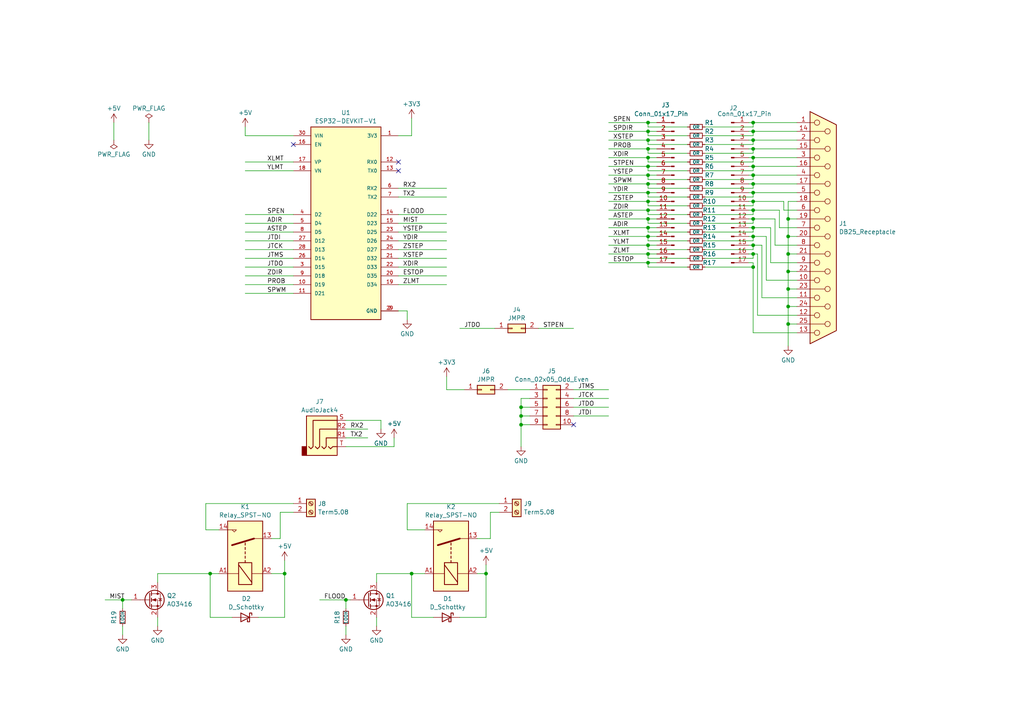
<source format=kicad_sch>
(kicad_sch (version 20230121) (generator eeschema)

  (uuid 58b5adb6-227d-4653-adf9-746b16cecdd2)

  (paper "A4")

  (lib_symbols
    (symbol "Connector:Conn_01x17_Pin" (pin_names (offset 1.016) hide) (in_bom yes) (on_board yes)
      (property "Reference" "J" (at 0 22.86 0)
        (effects (font (size 1.27 1.27)))
      )
      (property "Value" "Conn_01x17_Pin" (at 0 -22.86 0)
        (effects (font (size 1.27 1.27)))
      )
      (property "Footprint" "" (at 0 0 0)
        (effects (font (size 1.27 1.27)) hide)
      )
      (property "Datasheet" "~" (at 0 0 0)
        (effects (font (size 1.27 1.27)) hide)
      )
      (property "ki_locked" "" (at 0 0 0)
        (effects (font (size 1.27 1.27)))
      )
      (property "ki_keywords" "connector" (at 0 0 0)
        (effects (font (size 1.27 1.27)) hide)
      )
      (property "ki_description" "Generic connector, single row, 01x17, script generated" (at 0 0 0)
        (effects (font (size 1.27 1.27)) hide)
      )
      (property "ki_fp_filters" "Connector*:*_1x??_*" (at 0 0 0)
        (effects (font (size 1.27 1.27)) hide)
      )
      (symbol "Conn_01x17_Pin_1_1"
        (polyline
          (pts
            (xy 1.27 -20.32)
            (xy 0.8636 -20.32)
          )
          (stroke (width 0.1524) (type default))
          (fill (type none))
        )
        (polyline
          (pts
            (xy 1.27 -17.78)
            (xy 0.8636 -17.78)
          )
          (stroke (width 0.1524) (type default))
          (fill (type none))
        )
        (polyline
          (pts
            (xy 1.27 -15.24)
            (xy 0.8636 -15.24)
          )
          (stroke (width 0.1524) (type default))
          (fill (type none))
        )
        (polyline
          (pts
            (xy 1.27 -12.7)
            (xy 0.8636 -12.7)
          )
          (stroke (width 0.1524) (type default))
          (fill (type none))
        )
        (polyline
          (pts
            (xy 1.27 -10.16)
            (xy 0.8636 -10.16)
          )
          (stroke (width 0.1524) (type default))
          (fill (type none))
        )
        (polyline
          (pts
            (xy 1.27 -7.62)
            (xy 0.8636 -7.62)
          )
          (stroke (width 0.1524) (type default))
          (fill (type none))
        )
        (polyline
          (pts
            (xy 1.27 -5.08)
            (xy 0.8636 -5.08)
          )
          (stroke (width 0.1524) (type default))
          (fill (type none))
        )
        (polyline
          (pts
            (xy 1.27 -2.54)
            (xy 0.8636 -2.54)
          )
          (stroke (width 0.1524) (type default))
          (fill (type none))
        )
        (polyline
          (pts
            (xy 1.27 0)
            (xy 0.8636 0)
          )
          (stroke (width 0.1524) (type default))
          (fill (type none))
        )
        (polyline
          (pts
            (xy 1.27 2.54)
            (xy 0.8636 2.54)
          )
          (stroke (width 0.1524) (type default))
          (fill (type none))
        )
        (polyline
          (pts
            (xy 1.27 5.08)
            (xy 0.8636 5.08)
          )
          (stroke (width 0.1524) (type default))
          (fill (type none))
        )
        (polyline
          (pts
            (xy 1.27 7.62)
            (xy 0.8636 7.62)
          )
          (stroke (width 0.1524) (type default))
          (fill (type none))
        )
        (polyline
          (pts
            (xy 1.27 10.16)
            (xy 0.8636 10.16)
          )
          (stroke (width 0.1524) (type default))
          (fill (type none))
        )
        (polyline
          (pts
            (xy 1.27 12.7)
            (xy 0.8636 12.7)
          )
          (stroke (width 0.1524) (type default))
          (fill (type none))
        )
        (polyline
          (pts
            (xy 1.27 15.24)
            (xy 0.8636 15.24)
          )
          (stroke (width 0.1524) (type default))
          (fill (type none))
        )
        (polyline
          (pts
            (xy 1.27 17.78)
            (xy 0.8636 17.78)
          )
          (stroke (width 0.1524) (type default))
          (fill (type none))
        )
        (polyline
          (pts
            (xy 1.27 20.32)
            (xy 0.8636 20.32)
          )
          (stroke (width 0.1524) (type default))
          (fill (type none))
        )
        (rectangle (start 0.8636 -20.193) (end 0 -20.447)
          (stroke (width 0.1524) (type default))
          (fill (type outline))
        )
        (rectangle (start 0.8636 -17.653) (end 0 -17.907)
          (stroke (width 0.1524) (type default))
          (fill (type outline))
        )
        (rectangle (start 0.8636 -15.113) (end 0 -15.367)
          (stroke (width 0.1524) (type default))
          (fill (type outline))
        )
        (rectangle (start 0.8636 -12.573) (end 0 -12.827)
          (stroke (width 0.1524) (type default))
          (fill (type outline))
        )
        (rectangle (start 0.8636 -10.033) (end 0 -10.287)
          (stroke (width 0.1524) (type default))
          (fill (type outline))
        )
        (rectangle (start 0.8636 -7.493) (end 0 -7.747)
          (stroke (width 0.1524) (type default))
          (fill (type outline))
        )
        (rectangle (start 0.8636 -4.953) (end 0 -5.207)
          (stroke (width 0.1524) (type default))
          (fill (type outline))
        )
        (rectangle (start 0.8636 -2.413) (end 0 -2.667)
          (stroke (width 0.1524) (type default))
          (fill (type outline))
        )
        (rectangle (start 0.8636 0.127) (end 0 -0.127)
          (stroke (width 0.1524) (type default))
          (fill (type outline))
        )
        (rectangle (start 0.8636 2.667) (end 0 2.413)
          (stroke (width 0.1524) (type default))
          (fill (type outline))
        )
        (rectangle (start 0.8636 5.207) (end 0 4.953)
          (stroke (width 0.1524) (type default))
          (fill (type outline))
        )
        (rectangle (start 0.8636 7.747) (end 0 7.493)
          (stroke (width 0.1524) (type default))
          (fill (type outline))
        )
        (rectangle (start 0.8636 10.287) (end 0 10.033)
          (stroke (width 0.1524) (type default))
          (fill (type outline))
        )
        (rectangle (start 0.8636 12.827) (end 0 12.573)
          (stroke (width 0.1524) (type default))
          (fill (type outline))
        )
        (rectangle (start 0.8636 15.367) (end 0 15.113)
          (stroke (width 0.1524) (type default))
          (fill (type outline))
        )
        (rectangle (start 0.8636 17.907) (end 0 17.653)
          (stroke (width 0.1524) (type default))
          (fill (type outline))
        )
        (rectangle (start 0.8636 20.447) (end 0 20.193)
          (stroke (width 0.1524) (type default))
          (fill (type outline))
        )
        (pin passive line (at 5.08 20.32 180) (length 3.81)
          (name "Pin_1" (effects (font (size 1.27 1.27))))
          (number "1" (effects (font (size 1.27 1.27))))
        )
        (pin passive line (at 5.08 -2.54 180) (length 3.81)
          (name "Pin_10" (effects (font (size 1.27 1.27))))
          (number "10" (effects (font (size 1.27 1.27))))
        )
        (pin passive line (at 5.08 -5.08 180) (length 3.81)
          (name "Pin_11" (effects (font (size 1.27 1.27))))
          (number "11" (effects (font (size 1.27 1.27))))
        )
        (pin passive line (at 5.08 -7.62 180) (length 3.81)
          (name "Pin_12" (effects (font (size 1.27 1.27))))
          (number "12" (effects (font (size 1.27 1.27))))
        )
        (pin passive line (at 5.08 -10.16 180) (length 3.81)
          (name "Pin_13" (effects (font (size 1.27 1.27))))
          (number "13" (effects (font (size 1.27 1.27))))
        )
        (pin passive line (at 5.08 -12.7 180) (length 3.81)
          (name "Pin_14" (effects (font (size 1.27 1.27))))
          (number "14" (effects (font (size 1.27 1.27))))
        )
        (pin passive line (at 5.08 -15.24 180) (length 3.81)
          (name "Pin_15" (effects (font (size 1.27 1.27))))
          (number "15" (effects (font (size 1.27 1.27))))
        )
        (pin passive line (at 5.08 -17.78 180) (length 3.81)
          (name "Pin_16" (effects (font (size 1.27 1.27))))
          (number "16" (effects (font (size 1.27 1.27))))
        )
        (pin passive line (at 5.08 -20.32 180) (length 3.81)
          (name "Pin_17" (effects (font (size 1.27 1.27))))
          (number "17" (effects (font (size 1.27 1.27))))
        )
        (pin passive line (at 5.08 17.78 180) (length 3.81)
          (name "Pin_2" (effects (font (size 1.27 1.27))))
          (number "2" (effects (font (size 1.27 1.27))))
        )
        (pin passive line (at 5.08 15.24 180) (length 3.81)
          (name "Pin_3" (effects (font (size 1.27 1.27))))
          (number "3" (effects (font (size 1.27 1.27))))
        )
        (pin passive line (at 5.08 12.7 180) (length 3.81)
          (name "Pin_4" (effects (font (size 1.27 1.27))))
          (number "4" (effects (font (size 1.27 1.27))))
        )
        (pin passive line (at 5.08 10.16 180) (length 3.81)
          (name "Pin_5" (effects (font (size 1.27 1.27))))
          (number "5" (effects (font (size 1.27 1.27))))
        )
        (pin passive line (at 5.08 7.62 180) (length 3.81)
          (name "Pin_6" (effects (font (size 1.27 1.27))))
          (number "6" (effects (font (size 1.27 1.27))))
        )
        (pin passive line (at 5.08 5.08 180) (length 3.81)
          (name "Pin_7" (effects (font (size 1.27 1.27))))
          (number "7" (effects (font (size 1.27 1.27))))
        )
        (pin passive line (at 5.08 2.54 180) (length 3.81)
          (name "Pin_8" (effects (font (size 1.27 1.27))))
          (number "8" (effects (font (size 1.27 1.27))))
        )
        (pin passive line (at 5.08 0 180) (length 3.81)
          (name "Pin_9" (effects (font (size 1.27 1.27))))
          (number "9" (effects (font (size 1.27 1.27))))
        )
      )
    )
    (symbol "Connector:DB25_Receptacle" (pin_names (offset 1.016) hide) (in_bom yes) (on_board yes)
      (property "Reference" "J" (at 0 34.29 0)
        (effects (font (size 1.27 1.27)))
      )
      (property "Value" "DB25_Receptacle" (at 0 -34.925 0)
        (effects (font (size 1.27 1.27)))
      )
      (property "Footprint" "" (at 0 0 0)
        (effects (font (size 1.27 1.27)) hide)
      )
      (property "Datasheet" " ~" (at 0 0 0)
        (effects (font (size 1.27 1.27)) hide)
      )
      (property "ki_keywords" "female receptacle D-SUB connector" (at 0 0 0)
        (effects (font (size 1.27 1.27)) hide)
      )
      (property "ki_description" "25-pin female receptacle socket D-SUB connector" (at 0 0 0)
        (effects (font (size 1.27 1.27)) hide)
      )
      (property "ki_fp_filters" "DSUB*Female*" (at 0 0 0)
        (effects (font (size 1.27 1.27)) hide)
      )
      (symbol "DB25_Receptacle_0_1"
        (circle (center -1.778 -30.48) (radius 0.762)
          (stroke (width 0) (type default))
          (fill (type none))
        )
        (circle (center -1.778 -25.4) (radius 0.762)
          (stroke (width 0) (type default))
          (fill (type none))
        )
        (circle (center -1.778 -20.32) (radius 0.762)
          (stroke (width 0) (type default))
          (fill (type none))
        )
        (circle (center -1.778 -15.24) (radius 0.762)
          (stroke (width 0) (type default))
          (fill (type none))
        )
        (circle (center -1.778 -10.16) (radius 0.762)
          (stroke (width 0) (type default))
          (fill (type none))
        )
        (circle (center -1.778 -5.08) (radius 0.762)
          (stroke (width 0) (type default))
          (fill (type none))
        )
        (circle (center -1.778 0) (radius 0.762)
          (stroke (width 0) (type default))
          (fill (type none))
        )
        (circle (center -1.778 5.08) (radius 0.762)
          (stroke (width 0) (type default))
          (fill (type none))
        )
        (circle (center -1.778 10.16) (radius 0.762)
          (stroke (width 0) (type default))
          (fill (type none))
        )
        (circle (center -1.778 15.24) (radius 0.762)
          (stroke (width 0) (type default))
          (fill (type none))
        )
        (circle (center -1.778 20.32) (radius 0.762)
          (stroke (width 0) (type default))
          (fill (type none))
        )
        (circle (center -1.778 25.4) (radius 0.762)
          (stroke (width 0) (type default))
          (fill (type none))
        )
        (circle (center -1.778 30.48) (radius 0.762)
          (stroke (width 0) (type default))
          (fill (type none))
        )
        (polyline
          (pts
            (xy -3.81 -30.48)
            (xy -2.54 -30.48)
          )
          (stroke (width 0) (type default))
          (fill (type none))
        )
        (polyline
          (pts
            (xy -3.81 -27.94)
            (xy 0.508 -27.94)
          )
          (stroke (width 0) (type default))
          (fill (type none))
        )
        (polyline
          (pts
            (xy -3.81 -25.4)
            (xy -2.54 -25.4)
          )
          (stroke (width 0) (type default))
          (fill (type none))
        )
        (polyline
          (pts
            (xy -3.81 -22.86)
            (xy 0.508 -22.86)
          )
          (stroke (width 0) (type default))
          (fill (type none))
        )
        (polyline
          (pts
            (xy -3.81 -20.32)
            (xy -2.54 -20.32)
          )
          (stroke (width 0) (type default))
          (fill (type none))
        )
        (polyline
          (pts
            (xy -3.81 -17.78)
            (xy 0.508 -17.78)
          )
          (stroke (width 0) (type default))
          (fill (type none))
        )
        (polyline
          (pts
            (xy -3.81 -15.24)
            (xy -2.54 -15.24)
          )
          (stroke (width 0) (type default))
          (fill (type none))
        )
        (polyline
          (pts
            (xy -3.81 -12.7)
            (xy 0.508 -12.7)
          )
          (stroke (width 0) (type default))
          (fill (type none))
        )
        (polyline
          (pts
            (xy -3.81 -10.16)
            (xy -2.54 -10.16)
          )
          (stroke (width 0) (type default))
          (fill (type none))
        )
        (polyline
          (pts
            (xy -3.81 -7.62)
            (xy 0.508 -7.62)
          )
          (stroke (width 0) (type default))
          (fill (type none))
        )
        (polyline
          (pts
            (xy -3.81 -5.08)
            (xy -2.54 -5.08)
          )
          (stroke (width 0) (type default))
          (fill (type none))
        )
        (polyline
          (pts
            (xy -3.81 -2.54)
            (xy 0.508 -2.54)
          )
          (stroke (width 0) (type default))
          (fill (type none))
        )
        (polyline
          (pts
            (xy -3.81 0)
            (xy -2.54 0)
          )
          (stroke (width 0) (type default))
          (fill (type none))
        )
        (polyline
          (pts
            (xy -3.81 2.54)
            (xy 0.508 2.54)
          )
          (stroke (width 0) (type default))
          (fill (type none))
        )
        (polyline
          (pts
            (xy -3.81 5.08)
            (xy -2.54 5.08)
          )
          (stroke (width 0) (type default))
          (fill (type none))
        )
        (polyline
          (pts
            (xy -3.81 7.62)
            (xy 0.508 7.62)
          )
          (stroke (width 0) (type default))
          (fill (type none))
        )
        (polyline
          (pts
            (xy -3.81 10.16)
            (xy -2.54 10.16)
          )
          (stroke (width 0) (type default))
          (fill (type none))
        )
        (polyline
          (pts
            (xy -3.81 12.7)
            (xy 0.508 12.7)
          )
          (stroke (width 0) (type default))
          (fill (type none))
        )
        (polyline
          (pts
            (xy -3.81 15.24)
            (xy -2.54 15.24)
          )
          (stroke (width 0) (type default))
          (fill (type none))
        )
        (polyline
          (pts
            (xy -3.81 17.78)
            (xy 0.508 17.78)
          )
          (stroke (width 0) (type default))
          (fill (type none))
        )
        (polyline
          (pts
            (xy -3.81 20.32)
            (xy -2.54 20.32)
          )
          (stroke (width 0) (type default))
          (fill (type none))
        )
        (polyline
          (pts
            (xy -3.81 22.86)
            (xy 0.508 22.86)
          )
          (stroke (width 0) (type default))
          (fill (type none))
        )
        (polyline
          (pts
            (xy -3.81 25.4)
            (xy -2.54 25.4)
          )
          (stroke (width 0) (type default))
          (fill (type none))
        )
        (polyline
          (pts
            (xy -3.81 27.94)
            (xy 0.508 27.94)
          )
          (stroke (width 0) (type default))
          (fill (type none))
        )
        (polyline
          (pts
            (xy -3.81 30.48)
            (xy -2.54 30.48)
          )
          (stroke (width 0) (type default))
          (fill (type none))
        )
        (polyline
          (pts
            (xy -3.81 33.655)
            (xy 3.81 29.845)
            (xy 3.81 -29.845)
            (xy -3.81 -33.655)
            (xy -3.81 33.655)
          )
          (stroke (width 0.254) (type default))
          (fill (type background))
        )
        (circle (center 1.27 -27.94) (radius 0.762)
          (stroke (width 0) (type default))
          (fill (type none))
        )
        (circle (center 1.27 -22.86) (radius 0.762)
          (stroke (width 0) (type default))
          (fill (type none))
        )
        (circle (center 1.27 -17.78) (radius 0.762)
          (stroke (width 0) (type default))
          (fill (type none))
        )
        (circle (center 1.27 -12.7) (radius 0.762)
          (stroke (width 0) (type default))
          (fill (type none))
        )
        (circle (center 1.27 -7.62) (radius 0.762)
          (stroke (width 0) (type default))
          (fill (type none))
        )
        (circle (center 1.27 -2.54) (radius 0.762)
          (stroke (width 0) (type default))
          (fill (type none))
        )
        (circle (center 1.27 2.54) (radius 0.762)
          (stroke (width 0) (type default))
          (fill (type none))
        )
        (circle (center 1.27 7.62) (radius 0.762)
          (stroke (width 0) (type default))
          (fill (type none))
        )
        (circle (center 1.27 12.7) (radius 0.762)
          (stroke (width 0) (type default))
          (fill (type none))
        )
        (circle (center 1.27 17.78) (radius 0.762)
          (stroke (width 0) (type default))
          (fill (type none))
        )
        (circle (center 1.27 22.86) (radius 0.762)
          (stroke (width 0) (type default))
          (fill (type none))
        )
        (circle (center 1.27 27.94) (radius 0.762)
          (stroke (width 0) (type default))
          (fill (type none))
        )
      )
      (symbol "DB25_Receptacle_1_1"
        (pin passive line (at -7.62 30.48 0) (length 3.81)
          (name "1" (effects (font (size 1.27 1.27))))
          (number "1" (effects (font (size 1.27 1.27))))
        )
        (pin passive line (at -7.62 -15.24 0) (length 3.81)
          (name "10" (effects (font (size 1.27 1.27))))
          (number "10" (effects (font (size 1.27 1.27))))
        )
        (pin passive line (at -7.62 -20.32 0) (length 3.81)
          (name "11" (effects (font (size 1.27 1.27))))
          (number "11" (effects (font (size 1.27 1.27))))
        )
        (pin passive line (at -7.62 -25.4 0) (length 3.81)
          (name "12" (effects (font (size 1.27 1.27))))
          (number "12" (effects (font (size 1.27 1.27))))
        )
        (pin passive line (at -7.62 -30.48 0) (length 3.81)
          (name "13" (effects (font (size 1.27 1.27))))
          (number "13" (effects (font (size 1.27 1.27))))
        )
        (pin passive line (at -7.62 27.94 0) (length 3.81)
          (name "P14" (effects (font (size 1.27 1.27))))
          (number "14" (effects (font (size 1.27 1.27))))
        )
        (pin passive line (at -7.62 22.86 0) (length 3.81)
          (name "P15" (effects (font (size 1.27 1.27))))
          (number "15" (effects (font (size 1.27 1.27))))
        )
        (pin passive line (at -7.62 17.78 0) (length 3.81)
          (name "P16" (effects (font (size 1.27 1.27))))
          (number "16" (effects (font (size 1.27 1.27))))
        )
        (pin passive line (at -7.62 12.7 0) (length 3.81)
          (name "P17" (effects (font (size 1.27 1.27))))
          (number "17" (effects (font (size 1.27 1.27))))
        )
        (pin passive line (at -7.62 7.62 0) (length 3.81)
          (name "P18" (effects (font (size 1.27 1.27))))
          (number "18" (effects (font (size 1.27 1.27))))
        )
        (pin passive line (at -7.62 2.54 0) (length 3.81)
          (name "P19" (effects (font (size 1.27 1.27))))
          (number "19" (effects (font (size 1.27 1.27))))
        )
        (pin passive line (at -7.62 25.4 0) (length 3.81)
          (name "2" (effects (font (size 1.27 1.27))))
          (number "2" (effects (font (size 1.27 1.27))))
        )
        (pin passive line (at -7.62 -2.54 0) (length 3.81)
          (name "P20" (effects (font (size 1.27 1.27))))
          (number "20" (effects (font (size 1.27 1.27))))
        )
        (pin passive line (at -7.62 -7.62 0) (length 3.81)
          (name "P21" (effects (font (size 1.27 1.27))))
          (number "21" (effects (font (size 1.27 1.27))))
        )
        (pin passive line (at -7.62 -12.7 0) (length 3.81)
          (name "P22" (effects (font (size 1.27 1.27))))
          (number "22" (effects (font (size 1.27 1.27))))
        )
        (pin passive line (at -7.62 -17.78 0) (length 3.81)
          (name "P23" (effects (font (size 1.27 1.27))))
          (number "23" (effects (font (size 1.27 1.27))))
        )
        (pin passive line (at -7.62 -22.86 0) (length 3.81)
          (name "P24" (effects (font (size 1.27 1.27))))
          (number "24" (effects (font (size 1.27 1.27))))
        )
        (pin passive line (at -7.62 -27.94 0) (length 3.81)
          (name "P25" (effects (font (size 1.27 1.27))))
          (number "25" (effects (font (size 1.27 1.27))))
        )
        (pin passive line (at -7.62 20.32 0) (length 3.81)
          (name "3" (effects (font (size 1.27 1.27))))
          (number "3" (effects (font (size 1.27 1.27))))
        )
        (pin passive line (at -7.62 15.24 0) (length 3.81)
          (name "4" (effects (font (size 1.27 1.27))))
          (number "4" (effects (font (size 1.27 1.27))))
        )
        (pin passive line (at -7.62 10.16 0) (length 3.81)
          (name "5" (effects (font (size 1.27 1.27))))
          (number "5" (effects (font (size 1.27 1.27))))
        )
        (pin passive line (at -7.62 5.08 0) (length 3.81)
          (name "6" (effects (font (size 1.27 1.27))))
          (number "6" (effects (font (size 1.27 1.27))))
        )
        (pin passive line (at -7.62 0 0) (length 3.81)
          (name "7" (effects (font (size 1.27 1.27))))
          (number "7" (effects (font (size 1.27 1.27))))
        )
        (pin passive line (at -7.62 -5.08 0) (length 3.81)
          (name "8" (effects (font (size 1.27 1.27))))
          (number "8" (effects (font (size 1.27 1.27))))
        )
        (pin passive line (at -7.62 -10.16 0) (length 3.81)
          (name "9" (effects (font (size 1.27 1.27))))
          (number "9" (effects (font (size 1.27 1.27))))
        )
      )
    )
    (symbol "Connector:Screw_Terminal_01x02" (pin_names (offset 1.016) hide) (in_bom yes) (on_board yes)
      (property "Reference" "J" (at 0 2.54 0)
        (effects (font (size 1.27 1.27)))
      )
      (property "Value" "Screw_Terminal_01x02" (at 0 -5.08 0)
        (effects (font (size 1.27 1.27)))
      )
      (property "Footprint" "" (at 0 0 0)
        (effects (font (size 1.27 1.27)) hide)
      )
      (property "Datasheet" "~" (at 0 0 0)
        (effects (font (size 1.27 1.27)) hide)
      )
      (property "ki_keywords" "screw terminal" (at 0 0 0)
        (effects (font (size 1.27 1.27)) hide)
      )
      (property "ki_description" "Generic screw terminal, single row, 01x02, script generated (kicad-library-utils/schlib/autogen/connector/)" (at 0 0 0)
        (effects (font (size 1.27 1.27)) hide)
      )
      (property "ki_fp_filters" "TerminalBlock*:*" (at 0 0 0)
        (effects (font (size 1.27 1.27)) hide)
      )
      (symbol "Screw_Terminal_01x02_1_1"
        (rectangle (start -1.27 1.27) (end 1.27 -3.81)
          (stroke (width 0.254) (type default))
          (fill (type background))
        )
        (circle (center 0 -2.54) (radius 0.635)
          (stroke (width 0.1524) (type default))
          (fill (type none))
        )
        (polyline
          (pts
            (xy -0.5334 -2.2098)
            (xy 0.3302 -3.048)
          )
          (stroke (width 0.1524) (type default))
          (fill (type none))
        )
        (polyline
          (pts
            (xy -0.5334 0.3302)
            (xy 0.3302 -0.508)
          )
          (stroke (width 0.1524) (type default))
          (fill (type none))
        )
        (polyline
          (pts
            (xy -0.3556 -2.032)
            (xy 0.508 -2.8702)
          )
          (stroke (width 0.1524) (type default))
          (fill (type none))
        )
        (polyline
          (pts
            (xy -0.3556 0.508)
            (xy 0.508 -0.3302)
          )
          (stroke (width 0.1524) (type default))
          (fill (type none))
        )
        (circle (center 0 0) (radius 0.635)
          (stroke (width 0.1524) (type default))
          (fill (type none))
        )
        (pin passive line (at -5.08 0 0) (length 3.81)
          (name "Pin_1" (effects (font (size 1.27 1.27))))
          (number "1" (effects (font (size 1.27 1.27))))
        )
        (pin passive line (at -5.08 -2.54 0) (length 3.81)
          (name "Pin_2" (effects (font (size 1.27 1.27))))
          (number "2" (effects (font (size 1.27 1.27))))
        )
      )
    )
    (symbol "Connector_Audio:AudioJack4" (in_bom yes) (on_board yes)
      (property "Reference" "J" (at 0 8.89 0)
        (effects (font (size 1.27 1.27)))
      )
      (property "Value" "AudioJack4" (at 0 6.35 0)
        (effects (font (size 1.27 1.27)))
      )
      (property "Footprint" "" (at 0 0 0)
        (effects (font (size 1.27 1.27)) hide)
      )
      (property "Datasheet" "~" (at 0 0 0)
        (effects (font (size 1.27 1.27)) hide)
      )
      (property "ki_keywords" "audio jack receptacle stereo headphones TRRS connector" (at 0 0 0)
        (effects (font (size 1.27 1.27)) hide)
      )
      (property "ki_description" "Audio Jack, 4 Poles (TRRS)" (at 0 0 0)
        (effects (font (size 1.27 1.27)) hide)
      )
      (property "ki_fp_filters" "Jack*" (at 0 0 0)
        (effects (font (size 1.27 1.27)) hide)
      )
      (symbol "AudioJack4_0_1"
        (rectangle (start -6.35 -5.08) (end -7.62 -7.62)
          (stroke (width 0.254) (type default))
          (fill (type outline))
        )
        (polyline
          (pts
            (xy 0 -5.08)
            (xy 0.635 -5.715)
            (xy 1.27 -5.08)
            (xy 2.54 -5.08)
          )
          (stroke (width 0.254) (type default))
          (fill (type none))
        )
        (polyline
          (pts
            (xy -5.715 -5.08)
            (xy -5.08 -5.715)
            (xy -4.445 -5.08)
            (xy -4.445 2.54)
            (xy 2.54 2.54)
          )
          (stroke (width 0.254) (type default))
          (fill (type none))
        )
        (polyline
          (pts
            (xy -1.905 -5.08)
            (xy -1.27 -5.715)
            (xy -0.635 -5.08)
            (xy -0.635 -2.54)
            (xy 2.54 -2.54)
          )
          (stroke (width 0.254) (type default))
          (fill (type none))
        )
        (polyline
          (pts
            (xy 2.54 0)
            (xy -2.54 0)
            (xy -2.54 -5.08)
            (xy -3.175 -5.715)
            (xy -3.81 -5.08)
          )
          (stroke (width 0.254) (type default))
          (fill (type none))
        )
        (rectangle (start 2.54 3.81) (end -6.35 -7.62)
          (stroke (width 0.254) (type default))
          (fill (type background))
        )
      )
      (symbol "AudioJack4_1_1"
        (pin passive line (at 5.08 -2.54 180) (length 2.54)
          (name "~" (effects (font (size 1.27 1.27))))
          (number "R1" (effects (font (size 1.27 1.27))))
        )
        (pin passive line (at 5.08 0 180) (length 2.54)
          (name "~" (effects (font (size 1.27 1.27))))
          (number "R2" (effects (font (size 1.27 1.27))))
        )
        (pin passive line (at 5.08 2.54 180) (length 2.54)
          (name "~" (effects (font (size 1.27 1.27))))
          (number "S" (effects (font (size 1.27 1.27))))
        )
        (pin passive line (at 5.08 -5.08 180) (length 2.54)
          (name "~" (effects (font (size 1.27 1.27))))
          (number "T" (effects (font (size 1.27 1.27))))
        )
      )
    )
    (symbol "Connector_Generic:Conn_02x01" (pin_names (offset 1.016) hide) (in_bom yes) (on_board yes)
      (property "Reference" "J" (at 1.27 2.54 0)
        (effects (font (size 1.27 1.27)))
      )
      (property "Value" "Conn_02x01" (at 1.27 -2.54 0)
        (effects (font (size 1.27 1.27)))
      )
      (property "Footprint" "" (at 0 0 0)
        (effects (font (size 1.27 1.27)) hide)
      )
      (property "Datasheet" "~" (at 0 0 0)
        (effects (font (size 1.27 1.27)) hide)
      )
      (property "ki_keywords" "connector" (at 0 0 0)
        (effects (font (size 1.27 1.27)) hide)
      )
      (property "ki_description" "Generic connector, double row, 02x01, this symbol is compatible with counter-clockwise, top-bottom and odd-even numbering schemes., script generated (kicad-library-utils/schlib/autogen/connector/)" (at 0 0 0)
        (effects (font (size 1.27 1.27)) hide)
      )
      (property "ki_fp_filters" "Connector*:*_2x??_*" (at 0 0 0)
        (effects (font (size 1.27 1.27)) hide)
      )
      (symbol "Conn_02x01_1_1"
        (rectangle (start -1.27 0.127) (end 0 -0.127)
          (stroke (width 0.1524) (type default))
          (fill (type none))
        )
        (rectangle (start -1.27 1.27) (end 3.81 -1.27)
          (stroke (width 0.254) (type default))
          (fill (type background))
        )
        (rectangle (start 3.81 0.127) (end 2.54 -0.127)
          (stroke (width 0.1524) (type default))
          (fill (type none))
        )
        (pin passive line (at -5.08 0 0) (length 3.81)
          (name "Pin_1" (effects (font (size 1.27 1.27))))
          (number "1" (effects (font (size 1.27 1.27))))
        )
        (pin passive line (at 7.62 0 180) (length 3.81)
          (name "Pin_2" (effects (font (size 1.27 1.27))))
          (number "2" (effects (font (size 1.27 1.27))))
        )
      )
    )
    (symbol "Connector_Generic:Conn_02x05_Odd_Even" (pin_names (offset 1.016) hide) (in_bom yes) (on_board yes)
      (property "Reference" "J" (at 1.27 7.62 0)
        (effects (font (size 1.27 1.27)))
      )
      (property "Value" "Conn_02x05_Odd_Even" (at 1.27 -7.62 0)
        (effects (font (size 1.27 1.27)))
      )
      (property "Footprint" "" (at 0 0 0)
        (effects (font (size 1.27 1.27)) hide)
      )
      (property "Datasheet" "~" (at 0 0 0)
        (effects (font (size 1.27 1.27)) hide)
      )
      (property "ki_keywords" "connector" (at 0 0 0)
        (effects (font (size 1.27 1.27)) hide)
      )
      (property "ki_description" "Generic connector, double row, 02x05, odd/even pin numbering scheme (row 1 odd numbers, row 2 even numbers), script generated (kicad-library-utils/schlib/autogen/connector/)" (at 0 0 0)
        (effects (font (size 1.27 1.27)) hide)
      )
      (property "ki_fp_filters" "Connector*:*_2x??_*" (at 0 0 0)
        (effects (font (size 1.27 1.27)) hide)
      )
      (symbol "Conn_02x05_Odd_Even_1_1"
        (rectangle (start -1.27 -4.953) (end 0 -5.207)
          (stroke (width 0.1524) (type default))
          (fill (type none))
        )
        (rectangle (start -1.27 -2.413) (end 0 -2.667)
          (stroke (width 0.1524) (type default))
          (fill (type none))
        )
        (rectangle (start -1.27 0.127) (end 0 -0.127)
          (stroke (width 0.1524) (type default))
          (fill (type none))
        )
        (rectangle (start -1.27 2.667) (end 0 2.413)
          (stroke (width 0.1524) (type default))
          (fill (type none))
        )
        (rectangle (start -1.27 5.207) (end 0 4.953)
          (stroke (width 0.1524) (type default))
          (fill (type none))
        )
        (rectangle (start -1.27 6.35) (end 3.81 -6.35)
          (stroke (width 0.254) (type default))
          (fill (type background))
        )
        (rectangle (start 3.81 -4.953) (end 2.54 -5.207)
          (stroke (width 0.1524) (type default))
          (fill (type none))
        )
        (rectangle (start 3.81 -2.413) (end 2.54 -2.667)
          (stroke (width 0.1524) (type default))
          (fill (type none))
        )
        (rectangle (start 3.81 0.127) (end 2.54 -0.127)
          (stroke (width 0.1524) (type default))
          (fill (type none))
        )
        (rectangle (start 3.81 2.667) (end 2.54 2.413)
          (stroke (width 0.1524) (type default))
          (fill (type none))
        )
        (rectangle (start 3.81 5.207) (end 2.54 4.953)
          (stroke (width 0.1524) (type default))
          (fill (type none))
        )
        (pin passive line (at -5.08 5.08 0) (length 3.81)
          (name "Pin_1" (effects (font (size 1.27 1.27))))
          (number "1" (effects (font (size 1.27 1.27))))
        )
        (pin passive line (at 7.62 -5.08 180) (length 3.81)
          (name "Pin_10" (effects (font (size 1.27 1.27))))
          (number "10" (effects (font (size 1.27 1.27))))
        )
        (pin passive line (at 7.62 5.08 180) (length 3.81)
          (name "Pin_2" (effects (font (size 1.27 1.27))))
          (number "2" (effects (font (size 1.27 1.27))))
        )
        (pin passive line (at -5.08 2.54 0) (length 3.81)
          (name "Pin_3" (effects (font (size 1.27 1.27))))
          (number "3" (effects (font (size 1.27 1.27))))
        )
        (pin passive line (at 7.62 2.54 180) (length 3.81)
          (name "Pin_4" (effects (font (size 1.27 1.27))))
          (number "4" (effects (font (size 1.27 1.27))))
        )
        (pin passive line (at -5.08 0 0) (length 3.81)
          (name "Pin_5" (effects (font (size 1.27 1.27))))
          (number "5" (effects (font (size 1.27 1.27))))
        )
        (pin passive line (at 7.62 0 180) (length 3.81)
          (name "Pin_6" (effects (font (size 1.27 1.27))))
          (number "6" (effects (font (size 1.27 1.27))))
        )
        (pin passive line (at -5.08 -2.54 0) (length 3.81)
          (name "Pin_7" (effects (font (size 1.27 1.27))))
          (number "7" (effects (font (size 1.27 1.27))))
        )
        (pin passive line (at 7.62 -2.54 180) (length 3.81)
          (name "Pin_8" (effects (font (size 1.27 1.27))))
          (number "8" (effects (font (size 1.27 1.27))))
        )
        (pin passive line (at -5.08 -5.08 0) (length 3.81)
          (name "Pin_9" (effects (font (size 1.27 1.27))))
          (number "9" (effects (font (size 1.27 1.27))))
        )
      )
    )
    (symbol "Device:D_Schottky" (pin_numbers hide) (pin_names (offset 1.016) hide) (in_bom yes) (on_board yes)
      (property "Reference" "D" (at 0 2.54 0)
        (effects (font (size 1.27 1.27)))
      )
      (property "Value" "D_Schottky" (at 0 -2.54 0)
        (effects (font (size 1.27 1.27)))
      )
      (property "Footprint" "" (at 0 0 0)
        (effects (font (size 1.27 1.27)) hide)
      )
      (property "Datasheet" "~" (at 0 0 0)
        (effects (font (size 1.27 1.27)) hide)
      )
      (property "ki_keywords" "diode Schottky" (at 0 0 0)
        (effects (font (size 1.27 1.27)) hide)
      )
      (property "ki_description" "Schottky diode" (at 0 0 0)
        (effects (font (size 1.27 1.27)) hide)
      )
      (property "ki_fp_filters" "TO-???* *_Diode_* *SingleDiode* D_*" (at 0 0 0)
        (effects (font (size 1.27 1.27)) hide)
      )
      (symbol "D_Schottky_0_1"
        (polyline
          (pts
            (xy 1.27 0)
            (xy -1.27 0)
          )
          (stroke (width 0) (type default))
          (fill (type none))
        )
        (polyline
          (pts
            (xy 1.27 1.27)
            (xy 1.27 -1.27)
            (xy -1.27 0)
            (xy 1.27 1.27)
          )
          (stroke (width 0.254) (type default))
          (fill (type none))
        )
        (polyline
          (pts
            (xy -1.905 0.635)
            (xy -1.905 1.27)
            (xy -1.27 1.27)
            (xy -1.27 -1.27)
            (xy -0.635 -1.27)
            (xy -0.635 -0.635)
          )
          (stroke (width 0.254) (type default))
          (fill (type none))
        )
      )
      (symbol "D_Schottky_1_1"
        (pin passive line (at -3.81 0 0) (length 2.54)
          (name "K" (effects (font (size 1.27 1.27))))
          (number "1" (effects (font (size 1.27 1.27))))
        )
        (pin passive line (at 3.81 0 180) (length 2.54)
          (name "A" (effects (font (size 1.27 1.27))))
          (number "2" (effects (font (size 1.27 1.27))))
        )
      )
    )
    (symbol "Device:Q_NMOS_GSD" (pin_names (offset 0) hide) (in_bom yes) (on_board yes)
      (property "Reference" "Q" (at 5.08 1.27 0)
        (effects (font (size 1.27 1.27)) (justify left))
      )
      (property "Value" "Q_NMOS_GSD" (at 5.08 -1.27 0)
        (effects (font (size 1.27 1.27)) (justify left))
      )
      (property "Footprint" "" (at 5.08 2.54 0)
        (effects (font (size 1.27 1.27)) hide)
      )
      (property "Datasheet" "~" (at 0 0 0)
        (effects (font (size 1.27 1.27)) hide)
      )
      (property "ki_keywords" "transistor NMOS N-MOS N-MOSFET" (at 0 0 0)
        (effects (font (size 1.27 1.27)) hide)
      )
      (property "ki_description" "N-MOSFET transistor, gate/source/drain" (at 0 0 0)
        (effects (font (size 1.27 1.27)) hide)
      )
      (symbol "Q_NMOS_GSD_0_1"
        (polyline
          (pts
            (xy 0.254 0)
            (xy -2.54 0)
          )
          (stroke (width 0) (type default))
          (fill (type none))
        )
        (polyline
          (pts
            (xy 0.254 1.905)
            (xy 0.254 -1.905)
          )
          (stroke (width 0.254) (type default))
          (fill (type none))
        )
        (polyline
          (pts
            (xy 0.762 -1.27)
            (xy 0.762 -2.286)
          )
          (stroke (width 0.254) (type default))
          (fill (type none))
        )
        (polyline
          (pts
            (xy 0.762 0.508)
            (xy 0.762 -0.508)
          )
          (stroke (width 0.254) (type default))
          (fill (type none))
        )
        (polyline
          (pts
            (xy 0.762 2.286)
            (xy 0.762 1.27)
          )
          (stroke (width 0.254) (type default))
          (fill (type none))
        )
        (polyline
          (pts
            (xy 2.54 2.54)
            (xy 2.54 1.778)
          )
          (stroke (width 0) (type default))
          (fill (type none))
        )
        (polyline
          (pts
            (xy 2.54 -2.54)
            (xy 2.54 0)
            (xy 0.762 0)
          )
          (stroke (width 0) (type default))
          (fill (type none))
        )
        (polyline
          (pts
            (xy 0.762 -1.778)
            (xy 3.302 -1.778)
            (xy 3.302 1.778)
            (xy 0.762 1.778)
          )
          (stroke (width 0) (type default))
          (fill (type none))
        )
        (polyline
          (pts
            (xy 1.016 0)
            (xy 2.032 0.381)
            (xy 2.032 -0.381)
            (xy 1.016 0)
          )
          (stroke (width 0) (type default))
          (fill (type outline))
        )
        (polyline
          (pts
            (xy 2.794 0.508)
            (xy 2.921 0.381)
            (xy 3.683 0.381)
            (xy 3.81 0.254)
          )
          (stroke (width 0) (type default))
          (fill (type none))
        )
        (polyline
          (pts
            (xy 3.302 0.381)
            (xy 2.921 -0.254)
            (xy 3.683 -0.254)
            (xy 3.302 0.381)
          )
          (stroke (width 0) (type default))
          (fill (type none))
        )
        (circle (center 1.651 0) (radius 2.794)
          (stroke (width 0.254) (type default))
          (fill (type none))
        )
        (circle (center 2.54 -1.778) (radius 0.254)
          (stroke (width 0) (type default))
          (fill (type outline))
        )
        (circle (center 2.54 1.778) (radius 0.254)
          (stroke (width 0) (type default))
          (fill (type outline))
        )
      )
      (symbol "Q_NMOS_GSD_1_1"
        (pin input line (at -5.08 0 0) (length 2.54)
          (name "G" (effects (font (size 1.27 1.27))))
          (number "1" (effects (font (size 1.27 1.27))))
        )
        (pin passive line (at 2.54 -5.08 90) (length 2.54)
          (name "S" (effects (font (size 1.27 1.27))))
          (number "2" (effects (font (size 1.27 1.27))))
        )
        (pin passive line (at 2.54 5.08 270) (length 2.54)
          (name "D" (effects (font (size 1.27 1.27))))
          (number "3" (effects (font (size 1.27 1.27))))
        )
      )
    )
    (symbol "Device:R_Small" (pin_numbers hide) (pin_names (offset 0.254) hide) (in_bom yes) (on_board yes)
      (property "Reference" "R" (at 0.762 0.508 0)
        (effects (font (size 1.27 1.27)) (justify left))
      )
      (property "Value" "R_Small" (at 0.762 -1.016 0)
        (effects (font (size 1.27 1.27)) (justify left))
      )
      (property "Footprint" "" (at 0 0 0)
        (effects (font (size 1.27 1.27)) hide)
      )
      (property "Datasheet" "~" (at 0 0 0)
        (effects (font (size 1.27 1.27)) hide)
      )
      (property "ki_keywords" "R resistor" (at 0 0 0)
        (effects (font (size 1.27 1.27)) hide)
      )
      (property "ki_description" "Resistor, small symbol" (at 0 0 0)
        (effects (font (size 1.27 1.27)) hide)
      )
      (property "ki_fp_filters" "R_*" (at 0 0 0)
        (effects (font (size 1.27 1.27)) hide)
      )
      (symbol "R_Small_0_1"
        (rectangle (start -0.762 1.778) (end 0.762 -1.778)
          (stroke (width 0.2032) (type default))
          (fill (type none))
        )
      )
      (symbol "R_Small_1_1"
        (pin passive line (at 0 2.54 270) (length 0.762)
          (name "~" (effects (font (size 1.27 1.27))))
          (number "1" (effects (font (size 1.27 1.27))))
        )
        (pin passive line (at 0 -2.54 90) (length 0.762)
          (name "~" (effects (font (size 1.27 1.27))))
          (number "2" (effects (font (size 1.27 1.27))))
        )
      )
    )
    (symbol "ESP32-DEVKIT-V1:ESP32-DEVKIT-V1" (pin_names (offset 1.016)) (in_bom yes) (on_board yes)
      (property "Reference" "U" (at -10.16 30.48 0)
        (effects (font (size 1.27 1.27)) (justify left top))
      )
      (property "Value" "ESP32-DEVKIT-V1" (at -10.16 -30.48 0)
        (effects (font (size 1.27 1.27)) (justify left bottom))
      )
      (property "Footprint" "MODULE_ESP32_DEVKIT_V1" (at 0 0 0)
        (effects (font (size 1.27 1.27)) (justify bottom) hide)
      )
      (property "Datasheet" "" (at 0 0 0)
        (effects (font (size 1.27 1.27)) hide)
      )
      (property "MF" "Do it" (at 0 0 0)
        (effects (font (size 1.27 1.27)) (justify bottom) hide)
      )
      (property "MAXIMUM_PACKAGE_HEIGHT" "6.8 mm" (at 0 0 0)
        (effects (font (size 1.27 1.27)) (justify bottom) hide)
      )
      (property "Package" "None" (at 0 0 0)
        (effects (font (size 1.27 1.27)) (justify bottom) hide)
      )
      (property "Price" "None" (at 0 0 0)
        (effects (font (size 1.27 1.27)) (justify bottom) hide)
      )
      (property "Check_prices" "https://www.snapeda.com/parts/ESP32-DEVKIT-V1/Do+it/view-part/?ref=eda" (at 0 0 0)
        (effects (font (size 1.27 1.27)) (justify bottom) hide)
      )
      (property "STANDARD" "Manufacturer Recommendations" (at 0 0 0)
        (effects (font (size 1.27 1.27)) (justify bottom) hide)
      )
      (property "PARTREV" "N/A" (at 0 0 0)
        (effects (font (size 1.27 1.27)) (justify bottom) hide)
      )
      (property "SnapEDA_Link" "https://www.snapeda.com/parts/ESP32-DEVKIT-V1/Do+it/view-part/?ref=snap" (at 0 0 0)
        (effects (font (size 1.27 1.27)) (justify bottom) hide)
      )
      (property "MP" "ESP32-DEVKIT-V1" (at 0 0 0)
        (effects (font (size 1.27 1.27)) (justify bottom) hide)
      )
      (property "Description" "\nDual core, Wi-Fi: 2.4 GHz up to 150 Mbits/s,BLE (Bluetooth Low Energy) and legacy Bluetooth, 32 bits, Up to 240 MHz\n" (at 0 0 0)
        (effects (font (size 1.27 1.27)) (justify bottom) hide)
      )
      (property "Availability" "Not in stock" (at 0 0 0)
        (effects (font (size 1.27 1.27)) (justify bottom) hide)
      )
      (property "MANUFACTURER" "DOIT" (at 0 0 0)
        (effects (font (size 1.27 1.27)) (justify bottom) hide)
      )
      (symbol "ESP32-DEVKIT-V1_0_0"
        (rectangle (start -10.16 -27.94) (end 10.16 27.94)
          (stroke (width 0.254) (type default))
          (fill (type background))
        )
        (pin output line (at 15.24 25.4 180) (length 5.08)
          (name "3V3" (effects (font (size 1.016 1.016))))
          (number "1" (effects (font (size 1.016 1.016))))
        )
        (pin bidirectional line (at -15.24 -17.78 0) (length 5.08)
          (name "D19" (effects (font (size 1.016 1.016))))
          (number "10" (effects (font (size 1.016 1.016))))
        )
        (pin bidirectional line (at -15.24 -20.32 0) (length 5.08)
          (name "D21" (effects (font (size 1.016 1.016))))
          (number "11" (effects (font (size 1.016 1.016))))
        )
        (pin input line (at 15.24 17.78 180) (length 5.08)
          (name "RX0" (effects (font (size 1.016 1.016))))
          (number "12" (effects (font (size 1.016 1.016))))
        )
        (pin output line (at 15.24 15.24 180) (length 5.08)
          (name "TX0" (effects (font (size 1.016 1.016))))
          (number "13" (effects (font (size 1.016 1.016))))
        )
        (pin bidirectional line (at 15.24 2.54 180) (length 5.08)
          (name "D22" (effects (font (size 1.016 1.016))))
          (number "14" (effects (font (size 1.016 1.016))))
        )
        (pin bidirectional line (at 15.24 0 180) (length 5.08)
          (name "D23" (effects (font (size 1.016 1.016))))
          (number "15" (effects (font (size 1.016 1.016))))
        )
        (pin input line (at -15.24 22.86 0) (length 5.08)
          (name "EN" (effects (font (size 1.016 1.016))))
          (number "16" (effects (font (size 1.016 1.016))))
        )
        (pin bidirectional line (at -15.24 17.78 0) (length 5.08)
          (name "VP" (effects (font (size 1.016 1.016))))
          (number "17" (effects (font (size 1.016 1.016))))
        )
        (pin bidirectional line (at -15.24 15.24 0) (length 5.08)
          (name "VN" (effects (font (size 1.016 1.016))))
          (number "18" (effects (font (size 1.016 1.016))))
        )
        (pin bidirectional line (at 15.24 -17.78 180) (length 5.08)
          (name "D34" (effects (font (size 1.016 1.016))))
          (number "19" (effects (font (size 1.016 1.016))))
        )
        (pin power_in line (at 15.24 -25.4 180) (length 5.08)
          (name "GND" (effects (font (size 1.016 1.016))))
          (number "2" (effects (font (size 1.016 1.016))))
        )
        (pin bidirectional line (at 15.24 -15.24 180) (length 5.08)
          (name "D35" (effects (font (size 1.016 1.016))))
          (number "20" (effects (font (size 1.016 1.016))))
        )
        (pin bidirectional line (at 15.24 -10.16 180) (length 5.08)
          (name "D32" (effects (font (size 1.016 1.016))))
          (number "21" (effects (font (size 1.016 1.016))))
        )
        (pin bidirectional line (at 15.24 -12.7 180) (length 5.08)
          (name "D33" (effects (font (size 1.016 1.016))))
          (number "22" (effects (font (size 1.016 1.016))))
        )
        (pin bidirectional line (at 15.24 -2.54 180) (length 5.08)
          (name "D25" (effects (font (size 1.016 1.016))))
          (number "23" (effects (font (size 1.016 1.016))))
        )
        (pin bidirectional line (at 15.24 -5.08 180) (length 5.08)
          (name "D26" (effects (font (size 1.016 1.016))))
          (number "24" (effects (font (size 1.016 1.016))))
        )
        (pin bidirectional line (at 15.24 -7.62 180) (length 5.08)
          (name "D27" (effects (font (size 1.016 1.016))))
          (number "25" (effects (font (size 1.016 1.016))))
        )
        (pin bidirectional line (at -15.24 -10.16 0) (length 5.08)
          (name "D14" (effects (font (size 1.016 1.016))))
          (number "26" (effects (font (size 1.016 1.016))))
        )
        (pin bidirectional line (at -15.24 -5.08 0) (length 5.08)
          (name "D12" (effects (font (size 1.016 1.016))))
          (number "27" (effects (font (size 1.016 1.016))))
        )
        (pin bidirectional line (at -15.24 -7.62 0) (length 5.08)
          (name "D13" (effects (font (size 1.016 1.016))))
          (number "28" (effects (font (size 1.016 1.016))))
        )
        (pin power_in line (at 15.24 -25.4 180) (length 5.08)
          (name "GND" (effects (font (size 1.016 1.016))))
          (number "29" (effects (font (size 1.016 1.016))))
        )
        (pin bidirectional line (at -15.24 -12.7 0) (length 5.08)
          (name "D15" (effects (font (size 1.016 1.016))))
          (number "3" (effects (font (size 1.016 1.016))))
        )
        (pin input line (at -15.24 25.4 0) (length 5.08)
          (name "VIN" (effects (font (size 1.016 1.016))))
          (number "30" (effects (font (size 1.016 1.016))))
        )
        (pin bidirectional line (at -15.24 2.54 0) (length 5.08)
          (name "D2" (effects (font (size 1.016 1.016))))
          (number "4" (effects (font (size 1.016 1.016))))
        )
        (pin bidirectional line (at -15.24 0 0) (length 5.08)
          (name "D4" (effects (font (size 1.016 1.016))))
          (number "5" (effects (font (size 1.016 1.016))))
        )
        (pin input line (at 15.24 10.16 180) (length 5.08)
          (name "RX2" (effects (font (size 1.016 1.016))))
          (number "6" (effects (font (size 1.016 1.016))))
        )
        (pin output line (at 15.24 7.62 180) (length 5.08)
          (name "TX2" (effects (font (size 1.016 1.016))))
          (number "7" (effects (font (size 1.016 1.016))))
        )
        (pin bidirectional line (at -15.24 -2.54 0) (length 5.08)
          (name "D5" (effects (font (size 1.016 1.016))))
          (number "8" (effects (font (size 1.016 1.016))))
        )
        (pin bidirectional line (at -15.24 -15.24 0) (length 5.08)
          (name "D18" (effects (font (size 1.016 1.016))))
          (number "9" (effects (font (size 1.016 1.016))))
        )
      )
    )
    (symbol "Relay:Relay_SPST-NO" (in_bom yes) (on_board yes)
      (property "Reference" "K" (at 11.43 3.81 0)
        (effects (font (size 1.27 1.27)) (justify left))
      )
      (property "Value" "Relay_SPST-NO" (at 11.43 1.27 0)
        (effects (font (size 1.27 1.27)) (justify left))
      )
      (property "Footprint" "" (at 11.43 -1.27 0)
        (effects (font (size 1.27 1.27)) (justify left) hide)
      )
      (property "Datasheet" "~" (at 0 0 0)
        (effects (font (size 1.27 1.27)) hide)
      )
      (property "ki_keywords" "Single Pole Relay SPST NO" (at 0 0 0)
        (effects (font (size 1.27 1.27)) hide)
      )
      (property "ki_description" "Relay SPST, Normally Open, EN50005" (at 0 0 0)
        (effects (font (size 1.27 1.27)) hide)
      )
      (property "ki_fp_filters" "Relay?SPST*" (at 0 0 0)
        (effects (font (size 1.27 1.27)) hide)
      )
      (symbol "Relay_SPST-NO_0_0"
        (polyline
          (pts
            (xy 7.62 5.08)
            (xy 7.62 2.54)
            (xy 6.985 3.175)
            (xy 7.62 3.81)
          )
          (stroke (width 0) (type default))
          (fill (type none))
        )
      )
      (symbol "Relay_SPST-NO_0_1"
        (rectangle (start -10.16 5.08) (end 10.16 -5.08)
          (stroke (width 0.254) (type default))
          (fill (type background))
        )
        (rectangle (start -8.255 1.905) (end -1.905 -1.905)
          (stroke (width 0.254) (type default))
          (fill (type none))
        )
        (polyline
          (pts
            (xy -7.62 -1.905)
            (xy -2.54 1.905)
          )
          (stroke (width 0.254) (type default))
          (fill (type none))
        )
        (polyline
          (pts
            (xy -5.08 -5.08)
            (xy -5.08 -1.905)
          )
          (stroke (width 0) (type default))
          (fill (type none))
        )
        (polyline
          (pts
            (xy -5.08 5.08)
            (xy -5.08 1.905)
          )
          (stroke (width 0) (type default))
          (fill (type none))
        )
        (polyline
          (pts
            (xy -1.905 0)
            (xy -1.27 0)
          )
          (stroke (width 0.254) (type default))
          (fill (type none))
        )
        (polyline
          (pts
            (xy -0.635 0)
            (xy 0 0)
          )
          (stroke (width 0.254) (type default))
          (fill (type none))
        )
        (polyline
          (pts
            (xy 0.635 0)
            (xy 1.27 0)
          )
          (stroke (width 0.254) (type default))
          (fill (type none))
        )
        (polyline
          (pts
            (xy 1.905 0)
            (xy 2.54 0)
          )
          (stroke (width 0.254) (type default))
          (fill (type none))
        )
        (polyline
          (pts
            (xy 3.175 0)
            (xy 3.81 0)
          )
          (stroke (width 0.254) (type default))
          (fill (type none))
        )
        (polyline
          (pts
            (xy 5.08 -2.54)
            (xy 3.175 3.81)
          )
          (stroke (width 0.508) (type default))
          (fill (type none))
        )
        (polyline
          (pts
            (xy 5.08 -2.54)
            (xy 5.08 -5.08)
          )
          (stroke (width 0) (type default))
          (fill (type none))
        )
      )
      (symbol "Relay_SPST-NO_1_1"
        (pin passive line (at 5.08 -7.62 90) (length 2.54)
          (name "~" (effects (font (size 1.27 1.27))))
          (number "13" (effects (font (size 1.27 1.27))))
        )
        (pin passive line (at 7.62 7.62 270) (length 2.54)
          (name "~" (effects (font (size 1.27 1.27))))
          (number "14" (effects (font (size 1.27 1.27))))
        )
        (pin passive line (at -5.08 7.62 270) (length 2.54)
          (name "~" (effects (font (size 1.27 1.27))))
          (number "A1" (effects (font (size 1.27 1.27))))
        )
        (pin passive line (at -5.08 -7.62 90) (length 2.54)
          (name "~" (effects (font (size 1.27 1.27))))
          (number "A2" (effects (font (size 1.27 1.27))))
        )
      )
    )
    (symbol "power:+3V3" (power) (pin_names (offset 0)) (in_bom yes) (on_board yes)
      (property "Reference" "#PWR" (at 0 -3.81 0)
        (effects (font (size 1.27 1.27)) hide)
      )
      (property "Value" "+3V3" (at 0 3.556 0)
        (effects (font (size 1.27 1.27)))
      )
      (property "Footprint" "" (at 0 0 0)
        (effects (font (size 1.27 1.27)) hide)
      )
      (property "Datasheet" "" (at 0 0 0)
        (effects (font (size 1.27 1.27)) hide)
      )
      (property "ki_keywords" "global power" (at 0 0 0)
        (effects (font (size 1.27 1.27)) hide)
      )
      (property "ki_description" "Power symbol creates a global label with name \"+3V3\"" (at 0 0 0)
        (effects (font (size 1.27 1.27)) hide)
      )
      (symbol "+3V3_0_1"
        (polyline
          (pts
            (xy -0.762 1.27)
            (xy 0 2.54)
          )
          (stroke (width 0) (type default))
          (fill (type none))
        )
        (polyline
          (pts
            (xy 0 0)
            (xy 0 2.54)
          )
          (stroke (width 0) (type default))
          (fill (type none))
        )
        (polyline
          (pts
            (xy 0 2.54)
            (xy 0.762 1.27)
          )
          (stroke (width 0) (type default))
          (fill (type none))
        )
      )
      (symbol "+3V3_1_1"
        (pin power_in line (at 0 0 90) (length 0) hide
          (name "+3V3" (effects (font (size 1.27 1.27))))
          (number "1" (effects (font (size 1.27 1.27))))
        )
      )
    )
    (symbol "power:+5V" (power) (pin_names (offset 0)) (in_bom yes) (on_board yes)
      (property "Reference" "#PWR" (at 0 -3.81 0)
        (effects (font (size 1.27 1.27)) hide)
      )
      (property "Value" "+5V" (at 0 3.556 0)
        (effects (font (size 1.27 1.27)))
      )
      (property "Footprint" "" (at 0 0 0)
        (effects (font (size 1.27 1.27)) hide)
      )
      (property "Datasheet" "" (at 0 0 0)
        (effects (font (size 1.27 1.27)) hide)
      )
      (property "ki_keywords" "global power" (at 0 0 0)
        (effects (font (size 1.27 1.27)) hide)
      )
      (property "ki_description" "Power symbol creates a global label with name \"+5V\"" (at 0 0 0)
        (effects (font (size 1.27 1.27)) hide)
      )
      (symbol "+5V_0_1"
        (polyline
          (pts
            (xy -0.762 1.27)
            (xy 0 2.54)
          )
          (stroke (width 0) (type default))
          (fill (type none))
        )
        (polyline
          (pts
            (xy 0 0)
            (xy 0 2.54)
          )
          (stroke (width 0) (type default))
          (fill (type none))
        )
        (polyline
          (pts
            (xy 0 2.54)
            (xy 0.762 1.27)
          )
          (stroke (width 0) (type default))
          (fill (type none))
        )
      )
      (symbol "+5V_1_1"
        (pin power_in line (at 0 0 90) (length 0) hide
          (name "+5V" (effects (font (size 1.27 1.27))))
          (number "1" (effects (font (size 1.27 1.27))))
        )
      )
    )
    (symbol "power:GND" (power) (pin_names (offset 0)) (in_bom yes) (on_board yes)
      (property "Reference" "#PWR" (at 0 -6.35 0)
        (effects (font (size 1.27 1.27)) hide)
      )
      (property "Value" "GND" (at 0 -3.81 0)
        (effects (font (size 1.27 1.27)))
      )
      (property "Footprint" "" (at 0 0 0)
        (effects (font (size 1.27 1.27)) hide)
      )
      (property "Datasheet" "" (at 0 0 0)
        (effects (font (size 1.27 1.27)) hide)
      )
      (property "ki_keywords" "global power" (at 0 0 0)
        (effects (font (size 1.27 1.27)) hide)
      )
      (property "ki_description" "Power symbol creates a global label with name \"GND\" , ground" (at 0 0 0)
        (effects (font (size 1.27 1.27)) hide)
      )
      (symbol "GND_0_1"
        (polyline
          (pts
            (xy 0 0)
            (xy 0 -1.27)
            (xy 1.27 -1.27)
            (xy 0 -2.54)
            (xy -1.27 -1.27)
            (xy 0 -1.27)
          )
          (stroke (width 0) (type default))
          (fill (type none))
        )
      )
      (symbol "GND_1_1"
        (pin power_in line (at 0 0 270) (length 0) hide
          (name "GND" (effects (font (size 1.27 1.27))))
          (number "1" (effects (font (size 1.27 1.27))))
        )
      )
    )
    (symbol "power:PWR_FLAG" (power) (pin_numbers hide) (pin_names (offset 0) hide) (in_bom yes) (on_board yes)
      (property "Reference" "#FLG" (at 0 1.905 0)
        (effects (font (size 1.27 1.27)) hide)
      )
      (property "Value" "PWR_FLAG" (at 0 3.81 0)
        (effects (font (size 1.27 1.27)))
      )
      (property "Footprint" "" (at 0 0 0)
        (effects (font (size 1.27 1.27)) hide)
      )
      (property "Datasheet" "~" (at 0 0 0)
        (effects (font (size 1.27 1.27)) hide)
      )
      (property "ki_keywords" "flag power" (at 0 0 0)
        (effects (font (size 1.27 1.27)) hide)
      )
      (property "ki_description" "Special symbol for telling ERC where power comes from" (at 0 0 0)
        (effects (font (size 1.27 1.27)) hide)
      )
      (symbol "PWR_FLAG_0_0"
        (pin power_out line (at 0 0 90) (length 0)
          (name "pwr" (effects (font (size 1.27 1.27))))
          (number "1" (effects (font (size 1.27 1.27))))
        )
      )
      (symbol "PWR_FLAG_0_1"
        (polyline
          (pts
            (xy 0 0)
            (xy 0 1.27)
            (xy -1.016 1.905)
            (xy 0 2.54)
            (xy 1.016 1.905)
            (xy 0 1.27)
          )
          (stroke (width 0) (type default))
          (fill (type none))
        )
      )
    )
  )

  (junction (at 187.96 68.58) (diameter 0) (color 0 0 0 0)
    (uuid 16220974-bc9d-4210-9b3e-ce5fee989776)
  )
  (junction (at 187.96 55.88) (diameter 0) (color 0 0 0 0)
    (uuid 175961fd-ce97-4a24-ada5-9c1dc305c0fd)
  )
  (junction (at 218.44 53.34) (diameter 0) (color 0 0 0 0)
    (uuid 185563b5-68d3-4fda-931f-78ced6dd6be1)
  )
  (junction (at 187.96 48.26) (diameter 0) (color 0 0 0 0)
    (uuid 191a079f-1f26-440a-9071-6bf443636006)
  )
  (junction (at 218.44 63.5) (diameter 0) (color 0 0 0 0)
    (uuid 1bb8d104-a5ba-4f35-b524-a173d0d2f5b8)
  )
  (junction (at 151.13 123.19) (diameter 0) (color 0 0 0 0)
    (uuid 1e64fbb3-2360-4a43-8972-e795bc83b6fa)
  )
  (junction (at 218.44 58.42) (diameter 0) (color 0 0 0 0)
    (uuid 23604754-f6eb-449a-a800-471d4ca979bb)
  )
  (junction (at 187.96 58.42) (diameter 0) (color 0 0 0 0)
    (uuid 34561d48-ec96-477e-82a6-2af188af113e)
  )
  (junction (at 187.96 53.34) (diameter 0) (color 0 0 0 0)
    (uuid 348d21a8-1643-4425-be1b-e4c814f0496d)
  )
  (junction (at 187.96 60.96) (diameter 0) (color 0 0 0 0)
    (uuid 3ab76bf5-2846-455b-ad81-1a8853ef68df)
  )
  (junction (at 228.6 63.5) (diameter 0) (color 0 0 0 0)
    (uuid 3c2e1bff-bad1-4e27-b2ec-c0278701f64b)
  )
  (junction (at 119.38 166.37) (diameter 0) (color 0 0 0 0)
    (uuid 3dbafc57-81b9-4971-9fe1-3365dd73021a)
  )
  (junction (at 218.44 77.47) (diameter 0) (color 0 0 0 0)
    (uuid 46c8c423-77bb-489f-8a7a-932b415bbf3a)
  )
  (junction (at 187.96 63.5) (diameter 0) (color 0 0 0 0)
    (uuid 490ca55e-80d1-4a24-ae25-14c5d80669d2)
  )
  (junction (at 218.44 45.72) (diameter 0) (color 0 0 0 0)
    (uuid 491f580f-19c4-41f5-9b91-99a2fdef83d8)
  )
  (junction (at 218.44 38.1) (diameter 0) (color 0 0 0 0)
    (uuid 4bf671f6-b909-4adf-a095-7c4b8ea88af2)
  )
  (junction (at 187.96 66.04) (diameter 0) (color 0 0 0 0)
    (uuid 4cc1ac9d-62bc-4bb7-9332-7cca6bc7a21e)
  )
  (junction (at 100.33 173.99) (diameter 0) (color 0 0 0 0)
    (uuid 509d2a15-8031-4eae-b71a-6ad27bc14382)
  )
  (junction (at 187.96 45.72) (diameter 0) (color 0 0 0 0)
    (uuid 5671e0d1-26ee-49e5-9059-5eb4d49a1873)
  )
  (junction (at 228.6 83.82) (diameter 0) (color 0 0 0 0)
    (uuid 590002d2-4112-4d1e-96fb-60c652c27f17)
  )
  (junction (at 228.6 78.74) (diameter 0) (color 0 0 0 0)
    (uuid 5f3f6a58-6b63-45e1-b0df-b300ea181783)
  )
  (junction (at 218.44 68.58) (diameter 0) (color 0 0 0 0)
    (uuid 6237512f-bf58-4783-ab03-52344167a053)
  )
  (junction (at 187.96 38.1) (diameter 0) (color 0 0 0 0)
    (uuid 6c32fb15-0174-45c8-8bf8-139547a1f90d)
  )
  (junction (at 228.6 88.9) (diameter 0) (color 0 0 0 0)
    (uuid 75bb0319-cffc-47a2-b2ae-31cf227fda8b)
  )
  (junction (at 151.13 118.11) (diameter 0) (color 0 0 0 0)
    (uuid 7a3d8ee3-aa22-4e2c-9c2e-2582e58ae2de)
  )
  (junction (at 35.56 173.99) (diameter 0) (color 0 0 0 0)
    (uuid 83db388d-d34a-4ae1-8248-a28ad556ea6f)
  )
  (junction (at 228.6 68.58) (diameter 0) (color 0 0 0 0)
    (uuid 87b06b6b-8c2a-4c8d-82b9-0f38bf48ccb9)
  )
  (junction (at 60.96 166.37) (diameter 0) (color 0 0 0 0)
    (uuid 8a78076f-9db7-44d2-9837-c96a641d33d1)
  )
  (junction (at 218.44 71.12) (diameter 0) (color 0 0 0 0)
    (uuid 8b3f4409-d0b8-474c-b930-617bf5a82b93)
  )
  (junction (at 218.44 55.88) (diameter 0) (color 0 0 0 0)
    (uuid 90faf39c-e145-4831-96e4-64ca6c97ec8d)
  )
  (junction (at 228.6 93.98) (diameter 0) (color 0 0 0 0)
    (uuid 939a4051-6457-488a-80eb-e64f6453f56f)
  )
  (junction (at 187.96 73.66) (diameter 0) (color 0 0 0 0)
    (uuid 98cb5532-fe05-4afd-a347-f8a7e4bd4946)
  )
  (junction (at 218.44 43.18) (diameter 0) (color 0 0 0 0)
    (uuid a104c831-742b-4215-a879-2c15088b0d60)
  )
  (junction (at 187.96 76.2) (diameter 0) (color 0 0 0 0)
    (uuid a58ed78b-4220-43cc-985e-3ff8eb3f1c0b)
  )
  (junction (at 187.96 50.8) (diameter 0) (color 0 0 0 0)
    (uuid a6a9da62-1b1a-4d7b-b122-693480ecb5f4)
  )
  (junction (at 151.13 120.65) (diameter 0) (color 0 0 0 0)
    (uuid a8e5be19-fa18-43f5-a60e-aca913ccad67)
  )
  (junction (at 218.44 66.04) (diameter 0) (color 0 0 0 0)
    (uuid ac193fb7-1cfe-4cf7-9e7d-72fc96a25b1c)
  )
  (junction (at 218.44 35.56) (diameter 0) (color 0 0 0 0)
    (uuid aedfcafe-3479-421f-97d6-25ebe81101f4)
  )
  (junction (at 228.6 73.66) (diameter 0) (color 0 0 0 0)
    (uuid afef4d72-32e7-47f4-93c6-a54e79248b45)
  )
  (junction (at 218.44 73.66) (diameter 0) (color 0 0 0 0)
    (uuid b2a2e0ab-88f7-4f59-bc16-8c095b3ccbd0)
  )
  (junction (at 82.55 166.37) (diameter 0) (color 0 0 0 0)
    (uuid bd0e2817-3010-48f3-a1bc-5f9de50c3b91)
  )
  (junction (at 218.44 48.26) (diameter 0) (color 0 0 0 0)
    (uuid cbe854c8-6788-4bac-a616-35cbb3eea657)
  )
  (junction (at 187.96 40.64) (diameter 0) (color 0 0 0 0)
    (uuid cd2237b1-44cb-4108-9644-45fcaa1501fa)
  )
  (junction (at 187.96 71.12) (diameter 0) (color 0 0 0 0)
    (uuid d03e0807-19ba-42d5-9d94-5192e15c2866)
  )
  (junction (at 218.44 40.64) (diameter 0) (color 0 0 0 0)
    (uuid d7d4b0e4-60b6-4d94-b606-d91a9d207e68)
  )
  (junction (at 218.44 60.96) (diameter 0) (color 0 0 0 0)
    (uuid e785a50c-6cf1-49d4-a708-8a9d68096206)
  )
  (junction (at 140.97 166.37) (diameter 0) (color 0 0 0 0)
    (uuid ea548eb9-5b92-4f2e-abf2-4caff87cd42d)
  )
  (junction (at 187.96 43.18) (diameter 0) (color 0 0 0 0)
    (uuid f3f73689-182f-4291-94d8-54cf72ef31e4)
  )
  (junction (at 187.96 35.56) (diameter 0) (color 0 0 0 0)
    (uuid f6a9be18-a80d-4e59-ad19-a23237b96d23)
  )
  (junction (at 218.44 50.8) (diameter 0) (color 0 0 0 0)
    (uuid fec62a13-6e01-424f-aa40-a126a7db69a9)
  )

  (no_connect (at 115.57 49.53) (uuid 3fcee292-efef-4fe1-a720-f7a7986c6b2c))
  (no_connect (at 85.09 41.91) (uuid 96d49c87-bb9a-43e3-800f-4a08a1fcfab7))
  (no_connect (at 115.57 46.99) (uuid ab0d6058-0ebe-412e-bd0c-d2195dff34a8))
  (no_connect (at 166.37 123.19) (uuid f0cd2b91-a2b8-4b26-8952-6a9d71e31881))

  (wire (pts (xy 85.09 146.05) (xy 59.69 146.05))
    (stroke (width 0) (type default))
    (uuid 007ec94e-67ea-42d7-9f06-0759761467b8)
  )
  (wire (pts (xy 222.25 81.28) (xy 222.25 68.58))
    (stroke (width 0) (type default))
    (uuid 00915633-6cd3-4bcb-bd4b-28b0eee20845)
  )
  (wire (pts (xy 204.47 62.23) (xy 218.44 62.23))
    (stroke (width 0) (type default))
    (uuid 0096de96-9a31-44df-8e87-2e41d4f91f74)
  )
  (wire (pts (xy 199.39 39.37) (xy 187.96 39.37))
    (stroke (width 0) (type default))
    (uuid 013612f5-0713-4910-87cd-3a1307d2222d)
  )
  (wire (pts (xy 204.47 67.31) (xy 218.44 67.31))
    (stroke (width 0) (type default))
    (uuid 02530e7b-61c5-4f7b-bde4-a0d66b2cbe4c)
  )
  (wire (pts (xy 228.6 68.58) (xy 228.6 73.66))
    (stroke (width 0) (type default))
    (uuid 038b88c7-f5f1-494e-bcbf-7f327152bf84)
  )
  (wire (pts (xy 71.12 82.55) (xy 85.09 82.55))
    (stroke (width 0) (type default))
    (uuid 03984b29-5fdb-4a2c-af07-72ea93c327aa)
  )
  (wire (pts (xy 176.53 45.72) (xy 187.96 45.72))
    (stroke (width 0) (type default))
    (uuid 042759bf-5a21-4775-a266-3833aa572c9e)
  )
  (wire (pts (xy 231.14 81.28) (xy 222.25 81.28))
    (stroke (width 0) (type default))
    (uuid 04fb6618-a24c-4657-ac8a-765a70e5465f)
  )
  (wire (pts (xy 187.96 69.85) (xy 187.96 68.58))
    (stroke (width 0) (type default))
    (uuid 0589d18b-6675-4afc-8498-ff91c4b4eb22)
  )
  (wire (pts (xy 223.52 66.04) (xy 218.44 66.04))
    (stroke (width 0) (type default))
    (uuid 08bf6d9b-22f6-4d3e-b358-96c05309d272)
  )
  (wire (pts (xy 115.57 64.77) (xy 129.54 64.77))
    (stroke (width 0) (type default))
    (uuid 09b10c70-fd6b-40bf-9e5f-1f5e0fdcc48b)
  )
  (wire (pts (xy 115.57 82.55) (xy 129.54 82.55))
    (stroke (width 0) (type default))
    (uuid 09e5b15c-5098-4aa0-add4-f5cc44e7ce1f)
  )
  (wire (pts (xy 176.53 40.64) (xy 187.96 40.64))
    (stroke (width 0) (type default))
    (uuid 0a0bb1de-0972-440c-9984-729951303bad)
  )
  (wire (pts (xy 30.48 173.99) (xy 35.56 173.99))
    (stroke (width 0) (type default))
    (uuid 0b1853ad-1e3e-408f-9ed6-3723ee8f2c70)
  )
  (wire (pts (xy 228.6 73.66) (xy 228.6 78.74))
    (stroke (width 0) (type default))
    (uuid 0b26e74b-4a6f-4c20-baec-4b014247bfa2)
  )
  (wire (pts (xy 204.47 77.47) (xy 218.44 77.47))
    (stroke (width 0) (type default))
    (uuid 0b90a73e-2650-4af0-b3b5-0f38f88c039f)
  )
  (wire (pts (xy 115.57 77.47) (xy 129.54 77.47))
    (stroke (width 0) (type default))
    (uuid 0d720dd3-0b78-498c-b971-de05ff384516)
  )
  (wire (pts (xy 218.44 64.77) (xy 218.44 63.5))
    (stroke (width 0) (type default))
    (uuid 0e0950f5-142c-4000-a557-e48550cba021)
  )
  (wire (pts (xy 100.33 173.99) (xy 100.33 176.53))
    (stroke (width 0) (type default))
    (uuid 0e96c2f3-4a5a-452a-b711-e37aa1aaff86)
  )
  (wire (pts (xy 176.53 50.8) (xy 187.96 50.8))
    (stroke (width 0) (type default))
    (uuid 0ea0240c-b47d-42a7-b08d-23d54341dfc0)
  )
  (wire (pts (xy 218.44 57.15) (xy 218.44 55.88))
    (stroke (width 0) (type default))
    (uuid 101cd6c7-4c27-4111-aa35-dd7a543bb126)
  )
  (wire (pts (xy 144.78 148.59) (xy 142.24 148.59))
    (stroke (width 0) (type default))
    (uuid 10e90721-7249-4ae6-aa73-9eb8cb315b0a)
  )
  (wire (pts (xy 218.44 52.07) (xy 218.44 50.8))
    (stroke (width 0) (type default))
    (uuid 11d0928b-d7dc-49a5-8273-edde7d1dbadd)
  )
  (wire (pts (xy 231.14 66.04) (xy 226.06 66.04))
    (stroke (width 0) (type default))
    (uuid 127aee34-b74e-4c64-be38-b389a4613d9e)
  )
  (wire (pts (xy 218.44 66.04) (xy 217.17 66.04))
    (stroke (width 0) (type default))
    (uuid 142e07eb-7870-4295-b5fb-916a77c4a7a1)
  )
  (wire (pts (xy 176.53 60.96) (xy 187.96 60.96))
    (stroke (width 0) (type default))
    (uuid 14c001b0-3b79-4b7b-a446-af966a0454b6)
  )
  (wire (pts (xy 231.14 91.44) (xy 219.71 91.44))
    (stroke (width 0) (type default))
    (uuid 14c97327-b1b3-4036-bdc8-2f0be9ea9e96)
  )
  (wire (pts (xy 123.19 166.37) (xy 119.38 166.37))
    (stroke (width 0) (type default))
    (uuid 158be384-71ab-42e5-b86a-9972b9666641)
  )
  (wire (pts (xy 119.38 39.37) (xy 115.57 39.37))
    (stroke (width 0) (type default))
    (uuid 165a43ef-ab35-4fee-b455-ac57db6d6e99)
  )
  (wire (pts (xy 218.44 53.34) (xy 231.14 53.34))
    (stroke (width 0) (type default))
    (uuid 18eb2f27-c3d4-4017-bc13-e53c14cd17cc)
  )
  (wire (pts (xy 228.6 68.58) (xy 231.14 68.58))
    (stroke (width 0) (type default))
    (uuid 1abd93d5-3f24-41f3-8d88-6a483cd5a50c)
  )
  (wire (pts (xy 59.69 153.67) (xy 63.5 153.67))
    (stroke (width 0) (type default))
    (uuid 1adc27d5-70ab-4e91-b489-42436cb12187)
  )
  (wire (pts (xy 176.53 71.12) (xy 187.96 71.12))
    (stroke (width 0) (type default))
    (uuid 1b30abeb-9944-454c-8d3b-fbc1ca596ca8)
  )
  (wire (pts (xy 204.47 39.37) (xy 218.44 39.37))
    (stroke (width 0) (type default))
    (uuid 1b8f3027-258e-48d3-ad6d-822b4e9e2db3)
  )
  (wire (pts (xy 226.06 66.04) (xy 226.06 60.96))
    (stroke (width 0) (type default))
    (uuid 1bda182a-dc82-446b-b794-3cbd1930d954)
  )
  (wire (pts (xy 115.57 57.15) (xy 129.54 57.15))
    (stroke (width 0) (type default))
    (uuid 1c163941-463e-4d6f-aae3-c3e2a8c75160)
  )
  (wire (pts (xy 218.44 50.8) (xy 231.14 50.8))
    (stroke (width 0) (type default))
    (uuid 1e7a01ed-dbe2-4d09-baa2-e6c0c5c6c09d)
  )
  (wire (pts (xy 129.54 109.22) (xy 129.54 113.03))
    (stroke (width 0) (type default))
    (uuid 1f9f8d9b-ece9-4906-afee-c369fcb26c5c)
  )
  (wire (pts (xy 199.39 59.69) (xy 187.96 59.69))
    (stroke (width 0) (type default))
    (uuid 1fb8f4b8-13e7-46c5-a5e5-362059e86e22)
  )
  (wire (pts (xy 71.12 39.37) (xy 85.09 39.37))
    (stroke (width 0) (type default))
    (uuid 225e1847-0cf2-499c-9dd4-0fde80e6f5af)
  )
  (wire (pts (xy 218.44 68.58) (xy 217.17 68.58))
    (stroke (width 0) (type default))
    (uuid 22910c3d-4cb8-461d-a13e-e2c0b2f82c7f)
  )
  (wire (pts (xy 187.96 68.58) (xy 190.5 68.58))
    (stroke (width 0) (type default))
    (uuid 230b2ea9-fe10-46bf-8b61-d244ef1b1317)
  )
  (wire (pts (xy 218.44 67.31) (xy 218.44 66.04))
    (stroke (width 0) (type default))
    (uuid 230c2ec9-afe1-4cf1-aea4-b073de947d58)
  )
  (wire (pts (xy 218.44 36.83) (xy 218.44 35.56))
    (stroke (width 0) (type default))
    (uuid 23bd34f4-4891-44a2-8b9c-b2bca1144e7a)
  )
  (wire (pts (xy 187.96 74.93) (xy 187.96 73.66))
    (stroke (width 0) (type default))
    (uuid 23d20636-ba62-41f6-86d2-6d2082b55b34)
  )
  (wire (pts (xy 227.33 60.96) (xy 227.33 58.42))
    (stroke (width 0) (type default))
    (uuid 2726e174-7e1b-49a0-a35a-18287e3f26db)
  )
  (wire (pts (xy 71.12 74.93) (xy 85.09 74.93))
    (stroke (width 0) (type default))
    (uuid 279a6d6a-3679-4265-80d0-035413eb4ca7)
  )
  (wire (pts (xy 151.13 123.19) (xy 151.13 129.54))
    (stroke (width 0) (type default))
    (uuid 279fac87-34c9-412a-a626-2829a3355856)
  )
  (wire (pts (xy 151.13 115.57) (xy 151.13 118.11))
    (stroke (width 0) (type default))
    (uuid 2b55c3dc-82d4-42e9-9923-08c05730a2de)
  )
  (wire (pts (xy 226.06 60.96) (xy 218.44 60.96))
    (stroke (width 0) (type default))
    (uuid 2bf519f2-e20f-4a95-b913-1d632420450a)
  )
  (wire (pts (xy 142.24 148.59) (xy 142.24 156.21))
    (stroke (width 0) (type default))
    (uuid 2c0cf5d6-18b5-4a98-9a4a-7d5ee96d8248)
  )
  (wire (pts (xy 92.71 173.99) (xy 100.33 173.99))
    (stroke (width 0) (type default))
    (uuid 2c8949fc-3103-4be5-b658-831eae24c419)
  )
  (wire (pts (xy 218.44 58.42) (xy 217.17 58.42))
    (stroke (width 0) (type default))
    (uuid 2ddc3151-d839-4faf-896e-f5363c1b7d93)
  )
  (wire (pts (xy 217.17 55.88) (xy 218.44 55.88))
    (stroke (width 0) (type default))
    (uuid 2df30f07-7241-4e16-a451-55b2379141a6)
  )
  (wire (pts (xy 118.11 90.17) (xy 115.57 90.17))
    (stroke (width 0) (type default))
    (uuid 2fc20a0f-07a7-4d09-8b63-6c78d85f430f)
  )
  (wire (pts (xy 176.53 58.42) (xy 187.96 58.42))
    (stroke (width 0) (type default))
    (uuid 3160d360-2781-4287-bad7-f9677f5d6c97)
  )
  (wire (pts (xy 176.53 66.04) (xy 187.96 66.04))
    (stroke (width 0) (type default))
    (uuid 32bd5fd2-a915-4783-9ba3-44dfe1b4e736)
  )
  (wire (pts (xy 147.32 113.03) (xy 153.67 113.03))
    (stroke (width 0) (type default))
    (uuid 3411928e-568f-4ba6-a5a4-e0c96b62f754)
  )
  (wire (pts (xy 118.11 92.71) (xy 118.11 90.17))
    (stroke (width 0) (type default))
    (uuid 341b530f-3f0d-4a36-856a-aa95d6eca6d7)
  )
  (wire (pts (xy 60.96 166.37) (xy 45.72 166.37))
    (stroke (width 0) (type default))
    (uuid 35b93d77-1f77-4d04-92dd-026009f6802e)
  )
  (wire (pts (xy 151.13 120.65) (xy 153.67 120.65))
    (stroke (width 0) (type default))
    (uuid 35dddf6c-8d08-448a-9522-d241c2670a99)
  )
  (wire (pts (xy 231.14 60.96) (xy 227.33 60.96))
    (stroke (width 0) (type default))
    (uuid 3695546c-16dc-4c32-b61f-201b0128983d)
  )
  (wire (pts (xy 218.44 48.26) (xy 231.14 48.26))
    (stroke (width 0) (type default))
    (uuid 3697f8c5-bc01-488a-b0e1-a159ec7a5b97)
  )
  (wire (pts (xy 218.44 43.18) (xy 231.14 43.18))
    (stroke (width 0) (type default))
    (uuid 378a89f9-b519-4956-ad7c-5e2a1d685a66)
  )
  (wire (pts (xy 187.96 72.39) (xy 187.96 71.12))
    (stroke (width 0) (type default))
    (uuid 37977580-2cec-4a41-9995-b8fba06f20ab)
  )
  (wire (pts (xy 228.6 83.82) (xy 228.6 88.9))
    (stroke (width 0) (type default))
    (uuid 37ccd2d1-e0c0-469c-982c-f4623e26358d)
  )
  (wire (pts (xy 218.44 73.66) (xy 217.17 73.66))
    (stroke (width 0) (type default))
    (uuid 3ab80010-a25b-4d2d-bbdb-c16066c2ef45)
  )
  (wire (pts (xy 218.44 60.96) (xy 217.17 60.96))
    (stroke (width 0) (type default))
    (uuid 3b49230d-a4d4-4471-95dd-9a6b5d4e4090)
  )
  (wire (pts (xy 115.57 54.61) (xy 129.54 54.61))
    (stroke (width 0) (type default))
    (uuid 3ca87688-9792-49f8-a824-b097d9e8d7eb)
  )
  (wire (pts (xy 187.96 46.99) (xy 187.96 45.72))
    (stroke (width 0) (type default))
    (uuid 3d68508f-eb44-474d-95c7-6e0208f595ce)
  )
  (wire (pts (xy 71.12 85.09) (xy 85.09 85.09))
    (stroke (width 0) (type default))
    (uuid 3eb58b87-51b0-4c23-bb3c-0402284f1441)
  )
  (wire (pts (xy 176.53 68.58) (xy 187.96 68.58))
    (stroke (width 0) (type default))
    (uuid 409d0515-7b87-4e83-aaab-7ef3b03e1a53)
  )
  (wire (pts (xy 100.33 129.54) (xy 114.3 129.54))
    (stroke (width 0) (type default))
    (uuid 414ccc27-3d95-4d82-b379-c8bdb8b25445)
  )
  (wire (pts (xy 187.96 60.96) (xy 190.5 60.96))
    (stroke (width 0) (type default))
    (uuid 42824b64-5225-4d6f-8f78-23cb6f8e188c)
  )
  (wire (pts (xy 176.53 38.1) (xy 187.96 38.1))
    (stroke (width 0) (type default))
    (uuid 4348bd1b-580b-4f04-8407-1398e1bff725)
  )
  (wire (pts (xy 228.6 63.5) (xy 228.6 68.58))
    (stroke (width 0) (type default))
    (uuid 435e1097-981c-4e3f-ad78-f04e2d62f65e)
  )
  (wire (pts (xy 187.96 35.56) (xy 190.5 35.56))
    (stroke (width 0) (type default))
    (uuid 4392c850-c3ba-4538-9440-baec0eac6e86)
  )
  (wire (pts (xy 71.12 77.47) (xy 85.09 77.47))
    (stroke (width 0) (type default))
    (uuid 43e726dc-44bd-4727-8d00-23d2624a907a)
  )
  (wire (pts (xy 187.96 36.83) (xy 187.96 35.56))
    (stroke (width 0) (type default))
    (uuid 47e3f561-a812-45f4-8e85-ee1b915f6d28)
  )
  (wire (pts (xy 217.17 40.64) (xy 218.44 40.64))
    (stroke (width 0) (type default))
    (uuid 48c7c5d8-0dec-417f-97e7-89eb7b2ba5de)
  )
  (wire (pts (xy 217.17 53.34) (xy 218.44 53.34))
    (stroke (width 0) (type default))
    (uuid 49b80e95-7338-4e7e-8986-89b823b562e8)
  )
  (wire (pts (xy 217.17 35.56) (xy 218.44 35.56))
    (stroke (width 0) (type default))
    (uuid 4a9e4604-557a-44b5-bab9-3dadf30a2c7b)
  )
  (wire (pts (xy 187.96 71.12) (xy 190.5 71.12))
    (stroke (width 0) (type default))
    (uuid 4ae988ec-dcfa-4cd4-8c7e-dca6c0c9b2ab)
  )
  (wire (pts (xy 187.96 66.04) (xy 190.5 66.04))
    (stroke (width 0) (type default))
    (uuid 4c9a897b-9521-4519-8087-4ab71f58fb45)
  )
  (wire (pts (xy 231.14 76.2) (xy 223.52 76.2))
    (stroke (width 0) (type default))
    (uuid 4ce2fd74-f42f-4670-895c-793a40346e59)
  )
  (wire (pts (xy 176.53 63.5) (xy 187.96 63.5))
    (stroke (width 0) (type default))
    (uuid 4d1164a4-0e1d-4ebf-9a0c-faf1219ba0f7)
  )
  (wire (pts (xy 166.37 118.11) (xy 176.53 118.11))
    (stroke (width 0) (type default))
    (uuid 4dbf7dc0-4d63-4a57-89cd-05be900d0f76)
  )
  (wire (pts (xy 220.98 71.12) (xy 218.44 71.12))
    (stroke (width 0) (type default))
    (uuid 4dfb413b-4d97-496f-b0d5-f2cdae06e448)
  )
  (wire (pts (xy 227.33 58.42) (xy 218.44 58.42))
    (stroke (width 0) (type default))
    (uuid 4e9276c5-b5a3-499c-9efd-e26f4b7f03d9)
  )
  (wire (pts (xy 199.39 62.23) (xy 187.96 62.23))
    (stroke (width 0) (type default))
    (uuid 50b5792d-cabe-46d1-aba1-0b2651bf3f6f)
  )
  (wire (pts (xy 218.44 63.5) (xy 217.17 63.5))
    (stroke (width 0) (type default))
    (uuid 5121769e-85d1-4b93-9ec9-c019b609e737)
  )
  (wire (pts (xy 60.96 179.07) (xy 67.31 179.07))
    (stroke (width 0) (type default))
    (uuid 51461b18-97d8-4749-be75-68dc3b847f82)
  )
  (wire (pts (xy 82.55 179.07) (xy 74.93 179.07))
    (stroke (width 0) (type default))
    (uuid 5156f8a7-af90-48a3-bafa-68215db91ef6)
  )
  (wire (pts (xy 204.47 57.15) (xy 218.44 57.15))
    (stroke (width 0) (type default))
    (uuid 517b6ab4-c237-4cf4-bd2c-3e611fd3fd1d)
  )
  (wire (pts (xy 204.47 49.53) (xy 218.44 49.53))
    (stroke (width 0) (type default))
    (uuid 53a5b863-40c7-4c90-a4d9-eb80324d95ee)
  )
  (wire (pts (xy 187.96 58.42) (xy 190.5 58.42))
    (stroke (width 0) (type default))
    (uuid 55427501-1250-48d4-8d4b-3e2acfdfa142)
  )
  (wire (pts (xy 115.57 72.39) (xy 129.54 72.39))
    (stroke (width 0) (type default))
    (uuid 583e8085-6d26-4171-aca8-7c469fd7265a)
  )
  (wire (pts (xy 218.44 45.72) (xy 231.14 45.72))
    (stroke (width 0) (type default))
    (uuid 5940e88f-637e-4e51-afeb-e30cf7d3c474)
  )
  (wire (pts (xy 199.39 44.45) (xy 187.96 44.45))
    (stroke (width 0) (type default))
    (uuid 59b22922-00ff-499d-970b-1152617d38ff)
  )
  (wire (pts (xy 187.96 45.72) (xy 190.5 45.72))
    (stroke (width 0) (type default))
    (uuid 5c0536ec-1ff0-41a7-9e14-8814f20ad52e)
  )
  (wire (pts (xy 228.6 88.9) (xy 231.14 88.9))
    (stroke (width 0) (type default))
    (uuid 5cfb8915-7a26-49d7-8fe2-34685172d300)
  )
  (wire (pts (xy 140.97 179.07) (xy 133.35 179.07))
    (stroke (width 0) (type default))
    (uuid 5ecd9fe4-694c-4ce5-a033-6a99f1ca8b6a)
  )
  (wire (pts (xy 218.44 39.37) (xy 218.44 38.1))
    (stroke (width 0) (type default))
    (uuid 5f9a4401-c040-43d2-9157-5055e120695c)
  )
  (wire (pts (xy 218.44 59.69) (xy 218.44 58.42))
    (stroke (width 0) (type default))
    (uuid 5fc38423-fff4-4116-8cbb-00f03de9737f)
  )
  (wire (pts (xy 187.96 55.88) (xy 190.5 55.88))
    (stroke (width 0) (type default))
    (uuid 5fdec42a-19d8-4263-b048-aba68fb9f52e)
  )
  (wire (pts (xy 218.44 49.53) (xy 218.44 48.26))
    (stroke (width 0) (type default))
    (uuid 600e881d-eb22-4dc7-aa99-f62ed447c85d)
  )
  (wire (pts (xy 231.14 71.12) (xy 224.79 71.12))
    (stroke (width 0) (type default))
    (uuid 61f8b2d0-fb47-470e-a99b-b03b62e68e4f)
  )
  (wire (pts (xy 115.57 74.93) (xy 129.54 74.93))
    (stroke (width 0) (type default))
    (uuid 6527cd5f-2d29-4ab8-bfe8-2036269b56b4)
  )
  (wire (pts (xy 140.97 166.37) (xy 140.97 179.07))
    (stroke (width 0) (type default))
    (uuid 668c6e75-c584-45f2-965c-1fc63168d206)
  )
  (wire (pts (xy 187.96 77.47) (xy 187.96 76.2))
    (stroke (width 0) (type default))
    (uuid 66a1f497-8b0c-4a44-82c5-042f10e833b1)
  )
  (wire (pts (xy 118.11 153.67) (xy 123.19 153.67))
    (stroke (width 0) (type default))
    (uuid 67607a70-4145-4aac-97cc-838039f005c7)
  )
  (wire (pts (xy 187.96 52.07) (xy 187.96 50.8))
    (stroke (width 0) (type default))
    (uuid 67ffa8ae-f016-4ae8-ad6d-3406be01673a)
  )
  (wire (pts (xy 187.96 40.64) (xy 190.5 40.64))
    (stroke (width 0) (type default))
    (uuid 68773d8c-77d7-4b23-9146-c39efe76ad50)
  )
  (wire (pts (xy 110.49 121.92) (xy 110.49 124.46))
    (stroke (width 0) (type default))
    (uuid 68c1c990-3a3b-4329-94c1-ff5c9459409c)
  )
  (wire (pts (xy 71.12 69.85) (xy 85.09 69.85))
    (stroke (width 0) (type default))
    (uuid 6cde7714-4ea1-49d0-924a-a4237c8f9c7f)
  )
  (wire (pts (xy 187.96 54.61) (xy 187.96 53.34))
    (stroke (width 0) (type default))
    (uuid 6ddcb696-9902-4012-891b-5f76a150e1bb)
  )
  (wire (pts (xy 156.21 95.25) (xy 166.37 95.25))
    (stroke (width 0) (type default))
    (uuid 6f43ebbe-fcfb-4b77-8202-41cf3537c48f)
  )
  (wire (pts (xy 218.44 54.61) (xy 218.44 53.34))
    (stroke (width 0) (type default))
    (uuid 713516e1-c57c-4686-baf2-de891dc05a93)
  )
  (wire (pts (xy 204.47 46.99) (xy 218.44 46.99))
    (stroke (width 0) (type default))
    (uuid 71b48ecf-fd32-4ab4-a6a8-36a58c56be1a)
  )
  (wire (pts (xy 166.37 120.65) (xy 176.53 120.65))
    (stroke (width 0) (type default))
    (uuid 71d3398a-8758-4514-947a-aa9995233b5f)
  )
  (wire (pts (xy 138.43 166.37) (xy 140.97 166.37))
    (stroke (width 0) (type default))
    (uuid 735da782-8e37-4ca2-93f4-63862a6420a1)
  )
  (wire (pts (xy 187.96 53.34) (xy 190.5 53.34))
    (stroke (width 0) (type default))
    (uuid 74ed25bb-41d9-40a2-b8b4-1201d1ba5e99)
  )
  (wire (pts (xy 199.39 69.85) (xy 187.96 69.85))
    (stroke (width 0) (type default))
    (uuid 75629965-5eb8-4e2b-8348-7b97bd2dd587)
  )
  (wire (pts (xy 85.09 148.59) (xy 81.28 148.59))
    (stroke (width 0) (type default))
    (uuid 769f1bd8-0b31-4f7d-a6ad-26bb932673d9)
  )
  (wire (pts (xy 224.79 71.12) (xy 224.79 63.5))
    (stroke (width 0) (type default))
    (uuid 79144085-5e4d-448d-b60e-4292a16bbffb)
  )
  (wire (pts (xy 129.54 113.03) (xy 134.62 113.03))
    (stroke (width 0) (type default))
    (uuid 79d81b1a-56d7-4f23-bddf-c75d4c709474)
  )
  (wire (pts (xy 82.55 166.37) (xy 82.55 179.07))
    (stroke (width 0) (type default))
    (uuid 7a7a9f84-f8b4-49fd-819c-35eaaa32766f)
  )
  (wire (pts (xy 223.52 76.2) (xy 223.52 66.04))
    (stroke (width 0) (type default))
    (uuid 7aee9fa4-3c81-47e1-a52d-454c5c6c6e3f)
  )
  (wire (pts (xy 166.37 113.03) (xy 176.53 113.03))
    (stroke (width 0) (type default))
    (uuid 7cb66bb6-6a63-4bbf-a504-e187ef81fff8)
  )
  (wire (pts (xy 204.47 72.39) (xy 218.44 72.39))
    (stroke (width 0) (type default))
    (uuid 7cd9b957-d285-400c-aafc-6639804fb585)
  )
  (wire (pts (xy 204.47 54.61) (xy 218.44 54.61))
    (stroke (width 0) (type default))
    (uuid 7e6727de-5e83-4834-b8ca-5f1e85d27e00)
  )
  (wire (pts (xy 187.96 49.53) (xy 187.96 48.26))
    (stroke (width 0) (type default))
    (uuid 7f2f8be3-7a7a-497f-8918-6b5bff71e7cc)
  )
  (wire (pts (xy 187.96 64.77) (xy 187.96 63.5))
    (stroke (width 0) (type default))
    (uuid 81c30d44-c9ac-488a-b955-ca32a0e63f12)
  )
  (wire (pts (xy 218.44 76.2) (xy 217.17 76.2))
    (stroke (width 0) (type default))
    (uuid 825f5b24-1598-4153-bbd5-e287eebe1692)
  )
  (wire (pts (xy 204.47 44.45) (xy 218.44 44.45))
    (stroke (width 0) (type default))
    (uuid 830d3bab-fb2d-4a26-a3e4-ae43e170ea01)
  )
  (wire (pts (xy 115.57 62.23) (xy 129.54 62.23))
    (stroke (width 0) (type default))
    (uuid 8413c1fb-bac3-4d15-88c3-20cf9c7b3b47)
  )
  (wire (pts (xy 199.39 74.93) (xy 187.96 74.93))
    (stroke (width 0) (type default))
    (uuid 841ebeec-030d-4f3d-87be-001b470e1243)
  )
  (wire (pts (xy 218.44 44.45) (xy 218.44 43.18))
    (stroke (width 0) (type default))
    (uuid 84ec4342-82f8-4ddb-92d6-5b411117668c)
  )
  (wire (pts (xy 204.47 69.85) (xy 218.44 69.85))
    (stroke (width 0) (type default))
    (uuid 8548acb7-e2fe-47f3-9e01-b9464dfb1856)
  )
  (wire (pts (xy 228.6 63.5) (xy 231.14 63.5))
    (stroke (width 0) (type default))
    (uuid 86932005-5367-43ae-bfd1-f7779a867980)
  )
  (wire (pts (xy 218.44 35.56) (xy 231.14 35.56))
    (stroke (width 0) (type default))
    (uuid 897d1eb8-c17a-477b-9ef3-d21075182295)
  )
  (wire (pts (xy 100.33 124.46) (xy 106.68 124.46))
    (stroke (width 0) (type default))
    (uuid 899a5e0f-0fc9-4869-aba0-21c6ff2d1b7f)
  )
  (wire (pts (xy 204.47 59.69) (xy 218.44 59.69))
    (stroke (width 0) (type default))
    (uuid 8bf57214-ab79-40b8-9b60-6eb1cfb7526f)
  )
  (wire (pts (xy 199.39 49.53) (xy 187.96 49.53))
    (stroke (width 0) (type default))
    (uuid 8d033d7e-6e5f-43d8-9529-4d458b3aaef0)
  )
  (wire (pts (xy 228.6 93.98) (xy 231.14 93.98))
    (stroke (width 0) (type default))
    (uuid 8d67f0ce-9812-447e-aa68-562b68586e83)
  )
  (wire (pts (xy 187.96 63.5) (xy 190.5 63.5))
    (stroke (width 0) (type default))
    (uuid 8d98359d-9411-464b-b4cf-5c2072da1a06)
  )
  (wire (pts (xy 222.25 68.58) (xy 218.44 68.58))
    (stroke (width 0) (type default))
    (uuid 8e543500-e260-4a1c-b496-a83da3509d8e)
  )
  (wire (pts (xy 228.6 58.42) (xy 228.6 63.5))
    (stroke (width 0) (type default))
    (uuid 91a0b16a-abe7-4ada-9e86-8d8f5f169ce4)
  )
  (wire (pts (xy 78.74 166.37) (xy 82.55 166.37))
    (stroke (width 0) (type default))
    (uuid 933c446f-f4f2-4d2d-a4f9-22a48c0158b9)
  )
  (wire (pts (xy 187.96 38.1) (xy 190.5 38.1))
    (stroke (width 0) (type default))
    (uuid 95f3feec-d8e7-455a-9680-c411d207cb3b)
  )
  (wire (pts (xy 218.44 62.23) (xy 218.44 60.96))
    (stroke (width 0) (type default))
    (uuid 9618a1d0-a5cd-426b-9487-962b6c997058)
  )
  (wire (pts (xy 217.17 43.18) (xy 218.44 43.18))
    (stroke (width 0) (type default))
    (uuid 9622a890-115b-4f0b-9f32-fb22b53d1c34)
  )
  (wire (pts (xy 140.97 163.83) (xy 140.97 166.37))
    (stroke (width 0) (type default))
    (uuid 98bd63ed-e1ca-42db-a175-54d015160cbf)
  )
  (wire (pts (xy 217.17 38.1) (xy 218.44 38.1))
    (stroke (width 0) (type default))
    (uuid 997c7eef-9618-4ef6-8935-0f8d4bb3de99)
  )
  (wire (pts (xy 218.44 41.91) (xy 218.44 40.64))
    (stroke (width 0) (type default))
    (uuid 9a46b15f-a750-424b-b4fa-51bb3aa95dce)
  )
  (wire (pts (xy 119.38 166.37) (xy 119.38 179.07))
    (stroke (width 0) (type default))
    (uuid 9a8b8aca-b64b-4fe3-b6c7-e6979f38ac2b)
  )
  (wire (pts (xy 228.6 83.82) (xy 231.14 83.82))
    (stroke (width 0) (type default))
    (uuid 9cde853e-38a9-4462-8cc2-6ecc141a7550)
  )
  (wire (pts (xy 81.28 156.21) (xy 78.74 156.21))
    (stroke (width 0) (type default))
    (uuid 9ce9d10d-2c5e-4b78-9182-1715d4f2944e)
  )
  (wire (pts (xy 60.96 166.37) (xy 60.96 179.07))
    (stroke (width 0) (type default))
    (uuid 9d0f5c5c-cd19-4513-9cbf-e5b4d4d84fe5)
  )
  (wire (pts (xy 71.12 67.31) (xy 85.09 67.31))
    (stroke (width 0) (type default))
    (uuid 9e2ea65b-f67d-43df-b6d4-e1b9ec93c785)
  )
  (wire (pts (xy 219.71 73.66) (xy 218.44 73.66))
    (stroke (width 0) (type default))
    (uuid a5d4dff0-5644-4716-a8df-6b31de677022)
  )
  (wire (pts (xy 100.33 127) (xy 106.68 127))
    (stroke (width 0) (type default))
    (uuid a79bcacf-f3c5-41b6-9b03-1f4ddf3ff0fe)
  )
  (wire (pts (xy 115.57 67.31) (xy 129.54 67.31))
    (stroke (width 0) (type default))
    (uuid a8c63b13-21de-4b2b-b64f-a31c552322c5)
  )
  (wire (pts (xy 45.72 166.37) (xy 45.72 168.91))
    (stroke (width 0) (type default))
    (uuid a8ea47b2-05e0-47b9-bc0b-95b0f50c2f48)
  )
  (wire (pts (xy 228.6 78.74) (xy 228.6 83.82))
    (stroke (width 0) (type default))
    (uuid aac11fd9-62e2-4ffa-a786-c0b139229a51)
  )
  (wire (pts (xy 63.5 166.37) (xy 60.96 166.37))
    (stroke (width 0) (type default))
    (uuid ab12758f-af76-46ef-abe8-98dd8c240165)
  )
  (wire (pts (xy 71.12 49.53) (xy 85.09 49.53))
    (stroke (width 0) (type default))
    (uuid ab4b978d-fd58-4926-85e1-0d5af96e0a48)
  )
  (wire (pts (xy 176.53 43.18) (xy 187.96 43.18))
    (stroke (width 0) (type default))
    (uuid ac7dbfdb-1cb4-4fd1-bf8f-489a637c94c9)
  )
  (wire (pts (xy 119.38 179.07) (xy 125.73 179.07))
    (stroke (width 0) (type default))
    (uuid acc5ab7c-e004-43e2-b46c-28e984c394f4)
  )
  (wire (pts (xy 231.14 86.36) (xy 220.98 86.36))
    (stroke (width 0) (type default))
    (uuid adb472f4-556b-4146-8aa8-fc439eb74a34)
  )
  (wire (pts (xy 219.71 91.44) (xy 219.71 73.66))
    (stroke (width 0) (type default))
    (uuid af613b10-12cb-4651-b76e-9816cf5a4d2b)
  )
  (wire (pts (xy 218.44 55.88) (xy 231.14 55.88))
    (stroke (width 0) (type default))
    (uuid afe4a7f3-ee91-4d69-bf87-a786d47d1e99)
  )
  (wire (pts (xy 228.6 93.98) (xy 228.6 100.33))
    (stroke (width 0) (type default))
    (uuid b2416604-514e-4749-bb42-ceb4c87634de)
  )
  (wire (pts (xy 217.17 45.72) (xy 218.44 45.72))
    (stroke (width 0) (type default))
    (uuid b43fcd3a-405f-4f20-a9db-9138eab9aead)
  )
  (wire (pts (xy 187.96 76.2) (xy 190.5 76.2))
    (stroke (width 0) (type default))
    (uuid b49b9f3c-4429-49e7-bcc2-b6098f3bb828)
  )
  (wire (pts (xy 218.44 96.52) (xy 218.44 77.47))
    (stroke (width 0) (type default))
    (uuid b4b347b1-3d16-45de-b70d-8f891a73ac45)
  )
  (wire (pts (xy 35.56 173.99) (xy 35.56 176.53))
    (stroke (width 0) (type default))
    (uuid b6f58058-bd62-4223-ac4c-81601b6b8ce5)
  )
  (wire (pts (xy 176.53 73.66) (xy 187.96 73.66))
    (stroke (width 0) (type default))
    (uuid b9042e55-1280-4d65-9eaf-4eb19bf542df)
  )
  (wire (pts (xy 142.24 156.21) (xy 138.43 156.21))
    (stroke (width 0) (type default))
    (uuid baa98096-c66d-4a62-9fe3-4bfaeea7db40)
  )
  (wire (pts (xy 220.98 86.36) (xy 220.98 71.12))
    (stroke (width 0) (type default))
    (uuid bae8ed3e-c1b3-4b1b-8d7b-b9f43d213e0e)
  )
  (wire (pts (xy 166.37 115.57) (xy 176.53 115.57))
    (stroke (width 0) (type default))
    (uuid bbe0792e-9704-4cad-a6ae-653de790f2ef)
  )
  (wire (pts (xy 199.39 54.61) (xy 187.96 54.61))
    (stroke (width 0) (type default))
    (uuid bd31d1e6-6567-4958-8233-e970425b27ec)
  )
  (wire (pts (xy 228.6 78.74) (xy 231.14 78.74))
    (stroke (width 0) (type default))
    (uuid bed96c94-948e-4503-a6b9-251bb8f19d9b)
  )
  (wire (pts (xy 45.72 179.07) (xy 45.72 181.61))
    (stroke (width 0) (type default))
    (uuid c0b8e41a-56f8-4fbc-954f-3fc967a6eb4f)
  )
  (wire (pts (xy 82.55 162.56) (xy 82.55 166.37))
    (stroke (width 0) (type default))
    (uuid c0d99a60-4327-425c-bede-d54da2d20928)
  )
  (wire (pts (xy 35.56 173.99) (xy 38.1 173.99))
    (stroke (width 0) (type default))
    (uuid c13d4363-f8a6-48d8-a02f-9a74ca73a10d)
  )
  (wire (pts (xy 199.39 41.91) (xy 187.96 41.91))
    (stroke (width 0) (type default))
    (uuid c1ccb4eb-0afe-438c-a399-f670f9a191a7)
  )
  (wire (pts (xy 71.12 64.77) (xy 85.09 64.77))
    (stroke (width 0) (type default))
    (uuid c1fb9568-64bd-49db-b71d-2acaaf19567e)
  )
  (wire (pts (xy 218.44 46.99) (xy 218.44 45.72))
    (stroke (width 0) (type default))
    (uuid c253e7cb-a471-48b7-93fa-4485c7a70743)
  )
  (wire (pts (xy 218.44 38.1) (xy 231.14 38.1))
    (stroke (width 0) (type default))
    (uuid c2d5caa3-197c-433f-9916-4c4e1032a9af)
  )
  (wire (pts (xy 187.96 44.45) (xy 187.96 43.18))
    (stroke (width 0) (type default))
    (uuid c30055a4-3246-4698-a298-ce205127b76e)
  )
  (wire (pts (xy 153.67 115.57) (xy 151.13 115.57))
    (stroke (width 0) (type default))
    (uuid c393c236-5861-4b5d-8a9a-78a06ab4cd1f)
  )
  (wire (pts (xy 199.39 36.83) (xy 187.96 36.83))
    (stroke (width 0) (type default))
    (uuid c48d7612-d6b0-4357-b90f-cb25cfec31ae)
  )
  (wire (pts (xy 228.6 88.9) (xy 228.6 93.98))
    (stroke (width 0) (type default))
    (uuid c4b5f7a0-3cc9-4329-86a5-b36cff163e47)
  )
  (wire (pts (xy 199.39 52.07) (xy 187.96 52.07))
    (stroke (width 0) (type default))
    (uuid c4f9a106-b691-45d7-bb30-6b70a0f6437f)
  )
  (wire (pts (xy 151.13 118.11) (xy 151.13 120.65))
    (stroke (width 0) (type default))
    (uuid c5254993-221c-4bba-9bc8-5fdd834a0cde)
  )
  (wire (pts (xy 199.39 77.47) (xy 187.96 77.47))
    (stroke (width 0) (type default))
    (uuid c5a5b768-0351-4eaa-9466-0cfb5098e399)
  )
  (wire (pts (xy 33.02 35.56) (xy 33.02 40.64))
    (stroke (width 0) (type default))
    (uuid c6bdc6fc-1a5d-4599-aa64-6bb8dea3c64f)
  )
  (wire (pts (xy 151.13 123.19) (xy 153.67 123.19))
    (stroke (width 0) (type default))
    (uuid c6deada2-4dfa-4848-a136-e404885648b3)
  )
  (wire (pts (xy 187.96 43.18) (xy 190.5 43.18))
    (stroke (width 0) (type default))
    (uuid c7998b22-2fe0-4aa9-88fb-37e9f3afcc03)
  )
  (wire (pts (xy 109.22 179.07) (xy 109.22 181.61))
    (stroke (width 0) (type default))
    (uuid c84b6aa8-d654-481b-8740-e7d9664c3c77)
  )
  (wire (pts (xy 218.44 72.39) (xy 218.44 71.12))
    (stroke (width 0) (type default))
    (uuid c90a5abd-142e-428c-9d8b-69030ee3e6f1)
  )
  (wire (pts (xy 59.69 146.05) (xy 59.69 153.67))
    (stroke (width 0) (type default))
    (uuid c90c4813-5e27-481a-8b19-2e4df453e9a0)
  )
  (wire (pts (xy 100.33 173.99) (xy 101.6 173.99))
    (stroke (width 0) (type default))
    (uuid c91abe1f-10a7-4c02-aeb0-c7a024926884)
  )
  (wire (pts (xy 217.17 50.8) (xy 218.44 50.8))
    (stroke (width 0) (type default))
    (uuid c927babf-3ef9-48fb-94e6-a4f8c0ee9a03)
  )
  (wire (pts (xy 199.39 64.77) (xy 187.96 64.77))
    (stroke (width 0) (type default))
    (uuid c93125cc-c26c-4a74-94da-334f3e1ff85b)
  )
  (wire (pts (xy 187.96 59.69) (xy 187.96 58.42))
    (stroke (width 0) (type default))
    (uuid ca3e8a9a-27ea-4b47-9ce5-f3fb2f35bc60)
  )
  (wire (pts (xy 187.96 39.37) (xy 187.96 38.1))
    (stroke (width 0) (type default))
    (uuid cb09e4af-3670-47ea-b6c3-5b883e908c8a)
  )
  (wire (pts (xy 71.12 36.83) (xy 71.12 39.37))
    (stroke (width 0) (type default))
    (uuid cceccf3f-baf5-4866-aa9c-830c3cae9a9e)
  )
  (wire (pts (xy 176.53 53.34) (xy 187.96 53.34))
    (stroke (width 0) (type default))
    (uuid cd3b3922-dea2-4782-8c58-b22d4ebdc1ac)
  )
  (wire (pts (xy 115.57 80.01) (xy 129.54 80.01))
    (stroke (width 0) (type default))
    (uuid ce622c5c-0aaa-4a08-bddd-a14683ed8183)
  )
  (wire (pts (xy 176.53 76.2) (xy 187.96 76.2))
    (stroke (width 0) (type default))
    (uuid cf7b3728-9d0f-4f4e-a1d8-f593513f5082)
  )
  (wire (pts (xy 218.44 69.85) (xy 218.44 68.58))
    (stroke (width 0) (type default))
    (uuid cfd7c5da-e9cc-4e50-8106-c76f411b7766)
  )
  (wire (pts (xy 218.44 74.93) (xy 218.44 73.66))
    (stroke (width 0) (type default))
    (uuid d18b9789-eaa0-4b31-bbe1-8b3a6c82fc0c)
  )
  (wire (pts (xy 71.12 80.01) (xy 85.09 80.01))
    (stroke (width 0) (type default))
    (uuid d3817fb9-e49c-470b-97a0-f031b0dd0071)
  )
  (wire (pts (xy 217.17 48.26) (xy 218.44 48.26))
    (stroke (width 0) (type default))
    (uuid d3c530b7-2d11-4688-b85f-ef75420bd279)
  )
  (wire (pts (xy 151.13 120.65) (xy 151.13 123.19))
    (stroke (width 0) (type default))
    (uuid d3dcc5cf-c89c-4142-9641-bc9974822f04)
  )
  (wire (pts (xy 199.39 46.99) (xy 187.96 46.99))
    (stroke (width 0) (type default))
    (uuid d45a8d1b-8638-4f64-9e53-e636560494e6)
  )
  (wire (pts (xy 133.35 95.25) (xy 143.51 95.25))
    (stroke (width 0) (type default))
    (uuid d4756d74-a26c-435b-b285-d3c0f73779e0)
  )
  (wire (pts (xy 218.44 71.12) (xy 217.17 71.12))
    (stroke (width 0) (type default))
    (uuid d526764c-f244-4a5d-b180-dde1c56ededc)
  )
  (wire (pts (xy 119.38 34.29) (xy 119.38 39.37))
    (stroke (width 0) (type default))
    (uuid d684ef34-be08-414e-9ada-85006170f8b2)
  )
  (wire (pts (xy 109.22 166.37) (xy 109.22 168.91))
    (stroke (width 0) (type default))
    (uuid d6bc2349-e4c3-497b-a2fe-bf8defd67dbe)
  )
  (wire (pts (xy 35.56 181.61) (xy 35.56 184.15))
    (stroke (width 0) (type default))
    (uuid d902d9a7-38c1-441f-8e53-da6758333ad1)
  )
  (wire (pts (xy 81.28 148.59) (xy 81.28 156.21))
    (stroke (width 0) (type default))
    (uuid dc3e5196-4435-444e-a9ee-8694f545ddf8)
  )
  (wire (pts (xy 199.39 57.15) (xy 187.96 57.15))
    (stroke (width 0) (type default))
    (uuid dd02e2cf-3890-4899-b33a-69459c0dd88f)
  )
  (wire (pts (xy 100.33 121.92) (xy 110.49 121.92))
    (stroke (width 0) (type default))
    (uuid dd3dc711-6063-4c75-b86a-397da4041c30)
  )
  (wire (pts (xy 218.44 77.47) (xy 218.44 76.2))
    (stroke (width 0) (type default))
    (uuid de97902e-e585-4e4a-ba63-d68b890c6a8e)
  )
  (wire (pts (xy 187.96 57.15) (xy 187.96 55.88))
    (stroke (width 0) (type default))
    (uuid df2a6b1e-ca35-499e-ae85-09600ea8dee7)
  )
  (wire (pts (xy 176.53 48.26) (xy 187.96 48.26))
    (stroke (width 0) (type default))
    (uuid e08310a1-7c17-46d5-8c90-761bbc6c9d36)
  )
  (wire (pts (xy 204.47 64.77) (xy 218.44 64.77))
    (stroke (width 0) (type default))
    (uuid e1e3ac84-2fad-49f4-b720-362cd4fbfaa9)
  )
  (wire (pts (xy 187.96 73.66) (xy 190.5 73.66))
    (stroke (width 0) (type default))
    (uuid e1f580cb-7e36-4ff0-ac84-fa75e77357d2)
  )
  (wire (pts (xy 71.12 72.39) (xy 85.09 72.39))
    (stroke (width 0) (type default))
    (uuid e3447c49-1175-4cfe-a798-2aa5642e1ed0)
  )
  (wire (pts (xy 187.96 48.26) (xy 190.5 48.26))
    (stroke (width 0) (type default))
    (uuid e4140150-3d31-44da-8e88-29938ecb219a)
  )
  (wire (pts (xy 204.47 36.83) (xy 218.44 36.83))
    (stroke (width 0) (type default))
    (uuid e83469a9-5769-409e-889b-47df35c60c96)
  )
  (wire (pts (xy 43.18 35.56) (xy 43.18 40.64))
    (stroke (width 0) (type default))
    (uuid e93bd268-7176-47d3-94ea-e0f870f044ca)
  )
  (wire (pts (xy 204.47 74.93) (xy 218.44 74.93))
    (stroke (width 0) (type default))
    (uuid ec3ab571-6d36-4ff4-bdba-35833cba4e9c)
  )
  (wire (pts (xy 176.53 55.88) (xy 187.96 55.88))
    (stroke (width 0) (type default))
    (uuid eca2ec53-6692-4b1e-8266-a3ca3f5fc248)
  )
  (wire (pts (xy 151.13 118.11) (xy 153.67 118.11))
    (stroke (width 0) (type default))
    (uuid eeba4946-84be-4a05-b48e-5c2926a2a6fe)
  )
  (wire (pts (xy 71.12 46.99) (xy 85.09 46.99))
    (stroke (width 0) (type default))
    (uuid eee70ae5-3cf4-4831-a182-2d679430f57c)
  )
  (wire (pts (xy 187.96 41.91) (xy 187.96 40.64))
    (stroke (width 0) (type default))
    (uuid ef2a16fa-5363-4748-9673-4cd37288b1e6)
  )
  (wire (pts (xy 231.14 58.42) (xy 228.6 58.42))
    (stroke (width 0) (type default))
    (uuid f018195b-8b32-4873-a136-29e382040c69)
  )
  (wire (pts (xy 118.11 146.05) (xy 118.11 153.67))
    (stroke (width 0) (type default))
    (uuid f0a6bf91-ac82-4841-9d5b-121b32ff8d8e)
  )
  (wire (pts (xy 187.96 67.31) (xy 187.96 66.04))
    (stroke (width 0) (type default))
    (uuid f0b75437-d90b-403d-a8b8-5f148e6ccbe9)
  )
  (wire (pts (xy 199.39 72.39) (xy 187.96 72.39))
    (stroke (width 0) (type default))
    (uuid f141ef0f-5730-419c-bc80-7f4d7750b333)
  )
  (wire (pts (xy 204.47 52.07) (xy 218.44 52.07))
    (stroke (width 0) (type default))
    (uuid f1db73fc-8e2d-43de-ae5f-a1a80adf6c68)
  )
  (wire (pts (xy 199.39 67.31) (xy 187.96 67.31))
    (stroke (width 0) (type default))
    (uuid f35e01c3-834b-4cb8-add8-b7173bbfed3a)
  )
  (wire (pts (xy 176.53 35.56) (xy 187.96 35.56))
    (stroke (width 0) (type default))
    (uuid f48022bd-b8ba-4085-a097-328bfcf0cc80)
  )
  (wire (pts (xy 187.96 50.8) (xy 190.5 50.8))
    (stroke (width 0) (type default))
    (uuid f4847324-8f27-40ab-9a20-c5a855f2b8ca)
  )
  (wire (pts (xy 119.38 166.37) (xy 109.22 166.37))
    (stroke (width 0) (type default))
    (uuid f63d85c9-b292-4962-880c-28e9dd4c203b)
  )
  (wire (pts (xy 218.44 40.64) (xy 231.14 40.64))
    (stroke (width 0) (type default))
    (uuid f6a3b8b8-9876-49ed-8cd3-755b53ac4387)
  )
  (wire (pts (xy 144.78 146.05) (xy 118.11 146.05))
    (stroke (width 0) (type default))
    (uuid f70b840d-4ca1-488c-b43d-2528d1185b2d)
  )
  (wire (pts (xy 71.12 62.23) (xy 85.09 62.23))
    (stroke (width 0) (type default))
    (uuid f948e46f-69d8-49d6-930d-489dea385e41)
  )
  (wire (pts (xy 224.79 63.5) (xy 218.44 63.5))
    (stroke (width 0) (type default))
    (uuid fa6a2ac8-d90f-4bb6-bfe3-6ce2946a7831)
  )
  (wire (pts (xy 204.47 41.91) (xy 218.44 41.91))
    (stroke (width 0) (type default))
    (uuid fb96a91d-03c6-46ad-93a9-0edfeb078d3e)
  )
  (wire (pts (xy 114.3 129.54) (xy 114.3 127))
    (stroke (width 0) (type default))
    (uuid fc083265-c8e2-4359-9e39-01222dbf408a)
  )
  (wire (pts (xy 231.14 96.52) (xy 218.44 96.52))
    (stroke (width 0) (type default))
    (uuid fc2333f1-21b4-49b8-8b11-5f43b74db52b)
  )
  (wire (pts (xy 115.57 69.85) (xy 129.54 69.85))
    (stroke (width 0) (type default))
    (uuid fc2423af-2f81-44cc-922a-dd99ee418679)
  )
  (wire (pts (xy 187.96 62.23) (xy 187.96 60.96))
    (stroke (width 0) (type default))
    (uuid fdccc130-de72-44e5-81c7-ebe266db7b24)
  )
  (wire (pts (xy 100.33 181.61) (xy 100.33 184.15))
    (stroke (width 0) (type default))
    (uuid fdce9da7-85fe-4a4b-bdff-11031842f52f)
  )
  (wire (pts (xy 228.6 73.66) (xy 231.14 73.66))
    (stroke (width 0) (type default))
    (uuid fdf3780e-c0e2-4378-aacc-cd3ff48508b0)
  )

  (label "ZSTEP" (at 177.8 58.42 0) (fields_autoplaced)
    (effects (font (size 1.27 1.27)) (justify left bottom))
    (uuid 00feeb05-b995-40f8-ae90-5ebc0cb5fe10)
  )
  (label "ASTEP" (at 177.8 63.5 0) (fields_autoplaced)
    (effects (font (size 1.27 1.27)) (justify left bottom))
    (uuid 0350358b-1f84-40cb-8d6a-c71f56758a7d)
  )
  (label "STPEN" (at 177.8 48.26 0) (fields_autoplaced)
    (effects (font (size 1.27 1.27)) (justify left bottom))
    (uuid 0d5efea6-0d6f-4a6a-9a4d-076d24042807)
  )
  (label "JTCK" (at 167.64 115.57 0) (fields_autoplaced)
    (effects (font (size 1.27 1.27)) (justify left bottom))
    (uuid 122db43a-328c-42dc-a65d-2fc1847b1e38)
  )
  (label "RX2" (at 101.6 124.46 0) (fields_autoplaced)
    (effects (font (size 1.27 1.27)) (justify left bottom))
    (uuid 1392b0ee-2ed2-4541-9be0-46fe67292ca4)
  )
  (label "SPWM" (at 177.8 53.34 0) (fields_autoplaced)
    (effects (font (size 1.27 1.27)) (justify left bottom))
    (uuid 1c2ee530-e745-40f0-951d-2224163254fb)
  )
  (label "XSTEP" (at 177.8 40.64 0) (fields_autoplaced)
    (effects (font (size 1.27 1.27)) (justify left bottom))
    (uuid 1e1f8993-a7a9-4fb1-8774-4fedc0aa3cb8)
  )
  (label "JTDO" (at 77.47 77.47 0) (fields_autoplaced)
    (effects (font (size 1.27 1.27)) (justify left bottom))
    (uuid 2145c1f8-baae-46cb-992e-d68d5fd1eb6b)
  )
  (label "PROB" (at 77.47 82.55 0) (fields_autoplaced)
    (effects (font (size 1.27 1.27)) (justify left bottom))
    (uuid 3230fcf8-df1e-4219-a14f-4b4cfcf5394e)
  )
  (label "ADIR" (at 177.8 66.04 0) (fields_autoplaced)
    (effects (font (size 1.27 1.27)) (justify left bottom))
    (uuid 348121ba-796c-413f-87bc-157fab43c637)
  )
  (label "TX2" (at 101.6 127 0) (fields_autoplaced)
    (effects (font (size 1.27 1.27)) (justify left bottom))
    (uuid 39cb03ab-412e-4c37-91c9-85606a35ed40)
  )
  (label "ZLMT" (at 116.84 82.55 0) (fields_autoplaced)
    (effects (font (size 1.27 1.27)) (justify left bottom))
    (uuid 44b24bba-7f5d-4723-a9c0-29c252956045)
  )
  (label "YDIR" (at 116.84 69.85 0) (fields_autoplaced)
    (effects (font (size 1.27 1.27)) (justify left bottom))
    (uuid 4a3f6690-1650-4594-b557-7a2de52f12d3)
  )
  (label "YSTEP" (at 116.84 67.31 0) (fields_autoplaced)
    (effects (font (size 1.27 1.27)) (justify left bottom))
    (uuid 50ffa3d5-8a79-4eec-8240-e738176bda79)
  )
  (label "YDIR" (at 177.8 55.88 0) (fields_autoplaced)
    (effects (font (size 1.27 1.27)) (justify left bottom))
    (uuid 51477ea5-b70b-4ef2-b9cc-7199a276d2de)
  )
  (label "JTMS" (at 77.47 74.93 0) (fields_autoplaced)
    (effects (font (size 1.27 1.27)) (justify left bottom))
    (uuid 5cfdda8e-415e-4807-81fa-2648181c29bf)
  )
  (label "PROB" (at 177.8 43.18 0) (fields_autoplaced)
    (effects (font (size 1.27 1.27)) (justify left bottom))
    (uuid 5d312240-c9e9-4390-8504-bc0c1435917f)
  )
  (label "FLOOD" (at 116.84 62.23 0) (fields_autoplaced)
    (effects (font (size 1.27 1.27)) (justify left bottom))
    (uuid 5db3cf9b-7c7b-40d1-85c2-fa1cf94e046b)
  )
  (label "JTDI" (at 167.64 120.65 0) (fields_autoplaced)
    (effects (font (size 1.27 1.27)) (justify left bottom))
    (uuid 5e9480e1-fc53-4bd0-8679-23edd3fa7c39)
  )
  (label "ZDIR" (at 77.47 80.01 0) (fields_autoplaced)
    (effects (font (size 1.27 1.27)) (justify left bottom))
    (uuid 5f1e6df2-4238-487c-a118-4e34f2b2e479)
  )
  (label "XLMT" (at 77.47 46.99 0) (fields_autoplaced)
    (effects (font (size 1.27 1.27)) (justify left bottom))
    (uuid 5f99d16b-9578-478f-affa-f3bcb485877a)
  )
  (label "RX2" (at 116.84 54.61 0) (fields_autoplaced)
    (effects (font (size 1.27 1.27)) (justify left bottom))
    (uuid 66922ccd-7ab6-4e54-8cd1-da2e8e200c13)
  )
  (label "YLMT" (at 177.8 71.12 0) (fields_autoplaced)
    (effects (font (size 1.27 1.27)) (justify left bottom))
    (uuid 6b3ce2e5-074a-4794-9feb-172219366ad8)
  )
  (label "ASTEP" (at 77.47 67.31 0) (fields_autoplaced)
    (effects (font (size 1.27 1.27)) (justify left bottom))
    (uuid 7145bd86-f8b5-4a18-9d6f-b36572732501)
  )
  (label "YSTEP" (at 177.8 50.8 0) (fields_autoplaced)
    (effects (font (size 1.27 1.27)) (justify left bottom))
    (uuid 7586ae17-5441-4093-9444-c76b6d6233a0)
  )
  (label "SPDIR" (at 177.8 38.1 0) (fields_autoplaced)
    (effects (font (size 1.27 1.27)) (justify left bottom))
    (uuid 7aa7296b-a058-4b8c-bea7-c8493211f7e4)
  )
  (label "ADIR" (at 77.47 64.77 0) (fields_autoplaced)
    (effects (font (size 1.27 1.27)) (justify left bottom))
    (uuid 829f4414-ea9f-45a2-9abf-7d5bbbdbb175)
  )
  (label "FLOOD" (at 93.98 173.99 0) (fields_autoplaced)
    (effects (font (size 1.27 1.27)) (justify left bottom))
    (uuid 859bc36f-6c91-4d32-a036-824e9773970d)
  )
  (label "XLMT" (at 177.8 68.58 0) (fields_autoplaced)
    (effects (font (size 1.27 1.27)) (justify left bottom))
    (uuid 8b475da1-7458-4321-a57d-8837de26c058)
  )
  (label "TX2" (at 116.84 57.15 0) (fields_autoplaced)
    (effects (font (size 1.27 1.27)) (justify left bottom))
    (uuid 90a65a20-7774-4072-bf5b-bb6738d02624)
  )
  (label "ZLMT" (at 177.8 73.66 0) (fields_autoplaced)
    (effects (font (size 1.27 1.27)) (justify left bottom))
    (uuid 96e41dfa-e79a-486f-a6d6-3c939695cebf)
  )
  (label "JTDO" (at 134.62 95.25 0) (fields_autoplaced)
    (effects (font (size 1.27 1.27)) (justify left bottom))
    (uuid 98650adc-8c02-458f-a0e4-920658174c38)
  )
  (label "JTCK" (at 77.47 72.39 0) (fields_autoplaced)
    (effects (font (size 1.27 1.27)) (justify left bottom))
    (uuid a17f8db9-a2a9-42c8-b81d-7c8b153f109f)
  )
  (label "JTDI" (at 77.47 69.85 0) (fields_autoplaced)
    (effects (font (size 1.27 1.27)) (justify left bottom))
    (uuid b0776fcd-cfd7-48d4-a0e9-4505d0d50ee4)
  )
  (label "XSTEP" (at 116.84 74.93 0) (fields_autoplaced)
    (effects (font (size 1.27 1.27)) (justify left bottom))
    (uuid b3e7b336-04c4-4558-8d6a-776bc8b1bab3)
  )
  (label "MIST" (at 31.75 173.99 0) (fields_autoplaced)
    (effects (font (size 1.27 1.27)) (justify left bottom))
    (uuid b59ab6da-8f6c-46ea-906b-d7b29eaca718)
  )
  (label "SPWM" (at 77.47 85.09 0) (fields_autoplaced)
    (effects (font (size 1.27 1.27)) (justify left bottom))
    (uuid b76b1388-ed04-4419-8ad8-88fd6eb0941a)
  )
  (label "XDIR" (at 116.84 77.47 0) (fields_autoplaced)
    (effects (font (size 1.27 1.27)) (justify left bottom))
    (uuid bc721e15-fb05-4f39-bf35-d61cd8930a05)
  )
  (label "ZDIR" (at 177.8 60.96 0) (fields_autoplaced)
    (effects (font (size 1.27 1.27)) (justify left bottom))
    (uuid c68378d7-c5c3-4221-a869-388b86b25581)
  )
  (label "SPEN" (at 177.8 35.56 0) (fields_autoplaced)
    (effects (font (size 1.27 1.27)) (justify left bottom))
    (uuid c7b34b7e-45f8-4172-bab4-d55460a46c8f)
  )
  (label "ESTOP" (at 177.8 76.2 0) (fields_autoplaced)
    (effects (font (size 1.27 1.27)) (justify left bottom))
    (uuid c9180ea4-35b5-4711-902a-a5c6704b58d2)
  )
  (label "STPEN" (at 157.48 95.25 0) (fields_autoplaced)
    (effects (font (size 1.27 1.27)) (justify left bottom))
    (uuid ca5629fb-1cee-4b55-b09e-a0f01b6c8547)
  )
  (label "JTMS" (at 167.64 113.03 0) (fields_autoplaced)
    (effects (font (size 1.27 1.27)) (justify left bottom))
    (uuid d9f8600e-9b67-47c4-8e2d-676d1229fa7c)
  )
  (label "MIST" (at 116.84 64.77 0) (fields_autoplaced)
    (effects (font (size 1.27 1.27)) (justify left bottom))
    (uuid dcc9fc34-467c-4613-af7f-444d3f379146)
  )
  (label "ZSTEP" (at 116.84 72.39 0) (fields_autoplaced)
    (effects (font (size 1.27 1.27)) (justify left bottom))
    (uuid dd58629e-f73e-4032-bf12-ce9398e6a96e)
  )
  (label "SPEN" (at 77.47 62.23 0) (fields_autoplaced)
    (effects (font (size 1.27 1.27)) (justify left bottom))
    (uuid e58a7669-4659-4e0d-9576-7a09f23ef459)
  )
  (label "ESTOP" (at 116.84 80.01 0) (fields_autoplaced)
    (effects (font (size 1.27 1.27)) (justify left bottom))
    (uuid f4ec6c4f-bd53-47ce-b298-b078151cecaa)
  )
  (label "XDIR" (at 177.8 45.72 0) (fields_autoplaced)
    (effects (font (size 1.27 1.27)) (justify left bottom))
    (uuid f5732650-5923-4f98-ba5e-02b06d34b0c0)
  )
  (label "JTDO" (at 167.64 118.11 0) (fields_autoplaced)
    (effects (font (size 1.27 1.27)) (justify left bottom))
    (uuid f6f6ac11-7ca2-44d1-9fc3-6520702836bf)
  )
  (label "YLMT" (at 77.47 49.53 0) (fields_autoplaced)
    (effects (font (size 1.27 1.27)) (justify left bottom))
    (uuid fa5fdf1a-a317-4538-8a2a-da437837cb55)
  )

  (symbol (lib_id "Connector:Conn_01x17_Pin") (at 212.09 55.88 0) (unit 1)
    (in_bom yes) (on_board yes) (dnp no)
    (uuid 0c08b576-32d1-4ecf-ac16-cdac9cb8c031)
    (property "Reference" "J2" (at 212.725 31.3395 0)
      (effects (font (size 1.27 1.27)))
    )
    (property "Value" "Conn_01x17_Pin" (at 215.9 33.02 0)
      (effects (font (size 1.27 1.27)))
    )
    (property "Footprint" "Connector_PinHeader_2.54mm:PinHeader_1x17_P2.54mm_Vertical" (at 212.09 55.88 0)
      (effects (font (size 1.27 1.27)) hide)
    )
    (property "Datasheet" "~" (at 212.09 55.88 0)
      (effects (font (size 1.27 1.27)) hide)
    )
    (pin "1" (uuid 3c7a615e-99a4-49ed-abaa-63a614ee9066))
    (pin "10" (uuid 1eecb7f6-9190-499c-911f-15dd49e52cb0))
    (pin "11" (uuid ef990572-8aaa-4e51-9d43-8c5b7c42ce7a))
    (pin "12" (uuid c5a42345-560f-4392-a618-3dbb5e0ceae9))
    (pin "13" (uuid 69b41ee2-1b20-4a83-9a4a-4c405f16499a))
    (pin "14" (uuid 714b2eda-c827-44de-b9be-7d4c40e741e7))
    (pin "15" (uuid b9fe3c2c-4748-4065-bd70-292aa07d3e31))
    (pin "16" (uuid 47a5dd45-321a-4af6-9298-59589a342fa5))
    (pin "17" (uuid 0d2b9561-ea35-4869-8555-00d153bee309))
    (pin "2" (uuid f0195645-89ee-4730-b984-01e21d027cac))
    (pin "3" (uuid 243474f5-6548-4a2c-99ec-35d41ca7488d))
    (pin "4" (uuid 02931f83-368d-46f4-ba6f-429498e057be))
    (pin "5" (uuid 9b0490df-9459-4952-8ae5-a984b90d502a))
    (pin "6" (uuid 1b5026c0-042c-40bb-aa33-ed3ef9752077))
    (pin "7" (uuid 8071e1e4-a6f4-41a0-9c22-6d9c7327dd71))
    (pin "8" (uuid f8a580a9-5149-4523-b8a7-25ba1073a025))
    (pin "9" (uuid 6d49ac10-cb0e-4411-9984-c23ea0ace197))
    (instances
      (project "GrblHAL_CNC3040"
        (path "/58b5adb6-227d-4653-adf9-746b16cecdd2"
          (reference "J2") (unit 1)
        )
      )
    )
  )

  (symbol (lib_id "power:+5V") (at 140.97 163.83 0) (unit 1)
    (in_bom yes) (on_board yes) (dnp no) (fields_autoplaced)
    (uuid 0d4f9dce-cee3-4a2c-a003-c69ce000cac9)
    (property "Reference" "#PWR012" (at 140.97 167.64 0)
      (effects (font (size 1.27 1.27)) hide)
    )
    (property "Value" "+5V" (at 140.97 159.6969 0)
      (effects (font (size 1.27 1.27)))
    )
    (property "Footprint" "" (at 140.97 163.83 0)
      (effects (font (size 1.27 1.27)) hide)
    )
    (property "Datasheet" "" (at 140.97 163.83 0)
      (effects (font (size 1.27 1.27)) hide)
    )
    (pin "1" (uuid 8470e275-4b38-48c3-ba55-df0dad603af5))
    (instances
      (project "GrblHAL_CNC3040"
        (path "/58b5adb6-227d-4653-adf9-746b16cecdd2"
          (reference "#PWR012") (unit 1)
        )
      )
    )
  )

  (symbol (lib_id "Device:R_Small") (at 201.93 57.15 90) (unit 1)
    (in_bom yes) (on_board yes) (dnp no)
    (uuid 1090f4be-a52a-4daf-b975-9094c27e5821)
    (property "Reference" "R9" (at 205.74 55.88 90)
      (effects (font (size 1.27 1.27)))
    )
    (property "Value" "0R" (at 201.93 57.15 90)
      (effects (font (size 1 1)))
    )
    (property "Footprint" "Resistor_SMD:R_0603_1608Metric" (at 201.93 57.15 0)
      (effects (font (size 1.27 1.27)) hide)
    )
    (property "Datasheet" "~" (at 201.93 57.15 0)
      (effects (font (size 1.27 1.27)) hide)
    )
    (pin "1" (uuid 42d55176-3c06-47e9-af4c-33b05d19f4a7))
    (pin "2" (uuid d342d132-6a8d-4db8-b63c-a288bcefac8d))
    (instances
      (project "GrblHAL_CNC3040"
        (path "/58b5adb6-227d-4653-adf9-746b16cecdd2"
          (reference "R9") (unit 1)
        )
      )
    )
  )

  (symbol (lib_id "Device:R_Small") (at 201.93 62.23 90) (unit 1)
    (in_bom yes) (on_board yes) (dnp no)
    (uuid 1e9d3618-0e3f-4591-8254-a4bfa54d6093)
    (property "Reference" "R11" (at 205.74 60.96 90)
      (effects (font (size 1.27 1.27)))
    )
    (property "Value" "0R" (at 201.93 62.23 90)
      (effects (font (size 1 1)))
    )
    (property "Footprint" "Resistor_SMD:R_0603_1608Metric" (at 201.93 62.23 0)
      (effects (font (size 1.27 1.27)) hide)
    )
    (property "Datasheet" "~" (at 201.93 62.23 0)
      (effects (font (size 1.27 1.27)) hide)
    )
    (pin "1" (uuid b38699c3-6ad2-44a6-a05e-d8b8d2fd915e))
    (pin "2" (uuid 34f5f707-dd0a-4f05-a94d-211c3ddb18ca))
    (instances
      (project "GrblHAL_CNC3040"
        (path "/58b5adb6-227d-4653-adf9-746b16cecdd2"
          (reference "R11") (unit 1)
        )
      )
    )
  )

  (symbol (lib_id "Device:R_Small") (at 201.93 54.61 90) (unit 1)
    (in_bom yes) (on_board yes) (dnp no)
    (uuid 20910025-d6db-449a-9cae-14ae3d9a440a)
    (property "Reference" "R8" (at 205.74 53.34 90)
      (effects (font (size 1.27 1.27)))
    )
    (property "Value" "0R" (at 201.93 54.61 90)
      (effects (font (size 1 1)))
    )
    (property "Footprint" "Resistor_SMD:R_0603_1608Metric" (at 201.93 54.61 0)
      (effects (font (size 1.27 1.27)) hide)
    )
    (property "Datasheet" "~" (at 201.93 54.61 0)
      (effects (font (size 1.27 1.27)) hide)
    )
    (pin "1" (uuid 68f221a1-f675-4ed6-aec4-9dbed6d42911))
    (pin "2" (uuid e87023f6-b269-409c-8535-f34e350ad228))
    (instances
      (project "GrblHAL_CNC3040"
        (path "/58b5adb6-227d-4653-adf9-746b16cecdd2"
          (reference "R8") (unit 1)
        )
      )
    )
  )

  (symbol (lib_id "Connector_Generic:Conn_02x01") (at 139.7 113.03 0) (unit 1)
    (in_bom yes) (on_board yes) (dnp no) (fields_autoplaced)
    (uuid 2829c3f3-04ae-4625-89d6-6eaedc7640d0)
    (property "Reference" "J6" (at 140.97 107.6157 0)
      (effects (font (size 1.27 1.27)))
    )
    (property "Value" "JMPR" (at 140.97 110.0399 0)
      (effects (font (size 1.27 1.27)))
    )
    (property "Footprint" "Connector_PinHeader_2.54mm:PinHeader_1x02_P2.54mm_Vertical" (at 139.7 113.03 0)
      (effects (font (size 1.27 1.27)) hide)
    )
    (property "Datasheet" "~" (at 139.7 113.03 0)
      (effects (font (size 1.27 1.27)) hide)
    )
    (pin "1" (uuid 9932538b-cf8d-4812-b3e8-a3f5936e3559))
    (pin "2" (uuid a45326f6-098c-482e-9558-1714f4b2a98f))
    (instances
      (project "GrblHAL_CNC3040"
        (path "/58b5adb6-227d-4653-adf9-746b16cecdd2"
          (reference "J6") (unit 1)
        )
      )
    )
  )

  (symbol (lib_id "power:GND") (at 45.72 181.61 0) (unit 1)
    (in_bom yes) (on_board yes) (dnp no) (fields_autoplaced)
    (uuid 2c591c33-b9bd-4583-83dd-877ff71324de)
    (property "Reference" "#PWR08" (at 45.72 187.96 0)
      (effects (font (size 1.27 1.27)) hide)
    )
    (property "Value" "GND" (at 45.72 185.7431 0)
      (effects (font (size 1.27 1.27)))
    )
    (property "Footprint" "" (at 45.72 181.61 0)
      (effects (font (size 1.27 1.27)) hide)
    )
    (property "Datasheet" "" (at 45.72 181.61 0)
      (effects (font (size 1.27 1.27)) hide)
    )
    (pin "1" (uuid 368addd1-63c0-4110-86ce-01734cded725))
    (instances
      (project "GrblHAL_CNC3040"
        (path "/58b5adb6-227d-4653-adf9-746b16cecdd2"
          (reference "#PWR08") (unit 1)
        )
      )
    )
  )

  (symbol (lib_id "Device:R_Small") (at 201.93 77.47 90) (unit 1)
    (in_bom yes) (on_board yes) (dnp no)
    (uuid 2dbae5f9-c16d-4b59-8dde-0f77787c4fd2)
    (property "Reference" "R17" (at 205.74 76.2 90)
      (effects (font (size 1.27 1.27)))
    )
    (property "Value" "0R" (at 201.93 77.47 90)
      (effects (font (size 1 1)))
    )
    (property "Footprint" "Resistor_SMD:R_0603_1608Metric" (at 201.93 77.47 0)
      (effects (font (size 1.27 1.27)) hide)
    )
    (property "Datasheet" "~" (at 201.93 77.47 0)
      (effects (font (size 1.27 1.27)) hide)
    )
    (pin "1" (uuid 26e87dd4-9adf-4573-b5ff-2afb10279f61))
    (pin "2" (uuid 93231ddc-a66d-444a-889a-74746a7bbd92))
    (instances
      (project "GrblHAL_CNC3040"
        (path "/58b5adb6-227d-4653-adf9-746b16cecdd2"
          (reference "R17") (unit 1)
        )
      )
    )
  )

  (symbol (lib_id "Device:R_Small") (at 201.93 72.39 90) (unit 1)
    (in_bom yes) (on_board yes) (dnp no)
    (uuid 2e9bb256-ffdf-4c59-8efa-66475eed1666)
    (property "Reference" "R15" (at 205.74 71.12 90)
      (effects (font (size 1.27 1.27)))
    )
    (property "Value" "0R" (at 201.93 72.39 90)
      (effects (font (size 1 1)))
    )
    (property "Footprint" "Resistor_SMD:R_0603_1608Metric" (at 201.93 72.39 0)
      (effects (font (size 1.27 1.27)) hide)
    )
    (property "Datasheet" "~" (at 201.93 72.39 0)
      (effects (font (size 1.27 1.27)) hide)
    )
    (pin "1" (uuid 7a9190a9-8008-48bf-a4e7-2acfb183aadf))
    (pin "2" (uuid 35a9b8d3-af66-47f7-a8f4-35c24ca21920))
    (instances
      (project "GrblHAL_CNC3040"
        (path "/58b5adb6-227d-4653-adf9-746b16cecdd2"
          (reference "R15") (unit 1)
        )
      )
    )
  )

  (symbol (lib_id "Device:R_Small") (at 201.93 67.31 90) (unit 1)
    (in_bom yes) (on_board yes) (dnp no)
    (uuid 370266de-2a15-4649-8257-1ca0cd048f84)
    (property "Reference" "R13" (at 205.74 66.04 90)
      (effects (font (size 1.27 1.27)))
    )
    (property "Value" "0R" (at 201.93 67.31 90)
      (effects (font (size 1 1)))
    )
    (property "Footprint" "Resistor_SMD:R_0603_1608Metric" (at 201.93 67.31 0)
      (effects (font (size 1.27 1.27)) hide)
    )
    (property "Datasheet" "~" (at 201.93 67.31 0)
      (effects (font (size 1.27 1.27)) hide)
    )
    (pin "1" (uuid f3fb4ff9-51a0-4032-9810-e67a8387e69e))
    (pin "2" (uuid f29b0937-7629-4a44-a996-5e2363558020))
    (instances
      (project "GrblHAL_CNC3040"
        (path "/58b5adb6-227d-4653-adf9-746b16cecdd2"
          (reference "R13") (unit 1)
        )
      )
    )
  )

  (symbol (lib_id "Device:R_Small") (at 201.93 44.45 90) (unit 1)
    (in_bom yes) (on_board yes) (dnp no)
    (uuid 38786186-ad31-4a7e-960f-642b53e1b2fe)
    (property "Reference" "R4" (at 205.74 43.18 90)
      (effects (font (size 1.27 1.27)))
    )
    (property "Value" "0R" (at 201.93 44.45 90)
      (effects (font (size 1 1)))
    )
    (property "Footprint" "Resistor_SMD:R_0603_1608Metric" (at 201.93 44.45 0)
      (effects (font (size 1.27 1.27)) hide)
    )
    (property "Datasheet" "~" (at 201.93 44.45 0)
      (effects (font (size 1.27 1.27)) hide)
    )
    (pin "1" (uuid d2baeb48-75c4-47e7-bae7-15cc6ac93cd1))
    (pin "2" (uuid fdf876d1-f217-49bb-8d1d-dfcc00806e9d))
    (instances
      (project "GrblHAL_CNC3040"
        (path "/58b5adb6-227d-4653-adf9-746b16cecdd2"
          (reference "R4") (unit 1)
        )
      )
    )
  )

  (symbol (lib_id "power:PWR_FLAG") (at 43.18 35.56 0) (unit 1)
    (in_bom yes) (on_board yes) (dnp no) (fields_autoplaced)
    (uuid 3f62fd84-1485-47c0-b68f-6f8842b3b459)
    (property "Reference" "#FLG01" (at 43.18 33.655 0)
      (effects (font (size 1.27 1.27)) hide)
    )
    (property "Value" "PWR_FLAG" (at 43.18 31.4269 0)
      (effects (font (size 1.27 1.27)))
    )
    (property "Footprint" "" (at 43.18 35.56 0)
      (effects (font (size 1.27 1.27)) hide)
    )
    (property "Datasheet" "~" (at 43.18 35.56 0)
      (effects (font (size 1.27 1.27)) hide)
    )
    (pin "1" (uuid e9efa446-554b-4f2d-a217-cdfde62c0519))
    (instances
      (project "GrblHAL_CNC3040"
        (path "/58b5adb6-227d-4653-adf9-746b16cecdd2"
          (reference "#FLG01") (unit 1)
        )
      )
    )
  )

  (symbol (lib_id "Device:Q_NMOS_GSD") (at 106.68 173.99 0) (unit 1)
    (in_bom yes) (on_board yes) (dnp no) (fields_autoplaced)
    (uuid 46a4cf22-5ed8-4474-88ff-cbba83f514eb)
    (property "Reference" "Q1" (at 111.887 172.7779 0)
      (effects (font (size 1.27 1.27)) (justify left))
    )
    (property "Value" "AO3416" (at 111.887 175.2021 0)
      (effects (font (size 1.27 1.27)) (justify left))
    )
    (property "Footprint" "Package_TO_SOT_SMD:SOT-23-3" (at 111.76 171.45 0)
      (effects (font (size 1.27 1.27)) hide)
    )
    (property "Datasheet" "~" (at 106.68 173.99 0)
      (effects (font (size 1.27 1.27)) hide)
    )
    (pin "1" (uuid 9539c9e6-e293-4a62-b0c4-64c59a0d81af))
    (pin "2" (uuid 8ec2f554-a549-4ee4-b725-146ea336e976))
    (pin "3" (uuid 0097339c-e821-4534-8b35-78aae2959a44))
    (instances
      (project "GrblHAL_CNC3040"
        (path "/58b5adb6-227d-4653-adf9-746b16cecdd2"
          (reference "Q1") (unit 1)
        )
      )
    )
  )

  (symbol (lib_id "power:GND") (at 118.11 92.71 0) (unit 1)
    (in_bom yes) (on_board yes) (dnp no) (fields_autoplaced)
    (uuid 4e1424b9-2e9b-49c5-b30a-157c8edc98b9)
    (property "Reference" "#PWR02" (at 118.11 99.06 0)
      (effects (font (size 1.27 1.27)) hide)
    )
    (property "Value" "GND" (at 118.11 96.8431 0)
      (effects (font (size 1.27 1.27)))
    )
    (property "Footprint" "" (at 118.11 92.71 0)
      (effects (font (size 1.27 1.27)) hide)
    )
    (property "Datasheet" "" (at 118.11 92.71 0)
      (effects (font (size 1.27 1.27)) hide)
    )
    (pin "1" (uuid 66ae4178-d3bf-4576-83f1-2004fab27477))
    (instances
      (project "GrblHAL_CNC3040"
        (path "/58b5adb6-227d-4653-adf9-746b16cecdd2"
          (reference "#PWR02") (unit 1)
        )
      )
    )
  )

  (symbol (lib_id "Device:R_Small") (at 201.93 39.37 90) (unit 1)
    (in_bom yes) (on_board yes) (dnp no)
    (uuid 53f19328-02b5-48df-9303-6ebf51269428)
    (property "Reference" "R2" (at 205.74 38.1 90)
      (effects (font (size 1.27 1.27)))
    )
    (property "Value" "0R" (at 201.93 39.37 90)
      (effects (font (size 1 1)))
    )
    (property "Footprint" "Resistor_SMD:R_0603_1608Metric" (at 201.93 39.37 0)
      (effects (font (size 1.27 1.27)) hide)
    )
    (property "Datasheet" "~" (at 201.93 39.37 0)
      (effects (font (size 1.27 1.27)) hide)
    )
    (pin "1" (uuid 4a18255e-6ba2-47aa-a5f1-0a8a0828b404))
    (pin "2" (uuid 1f323b40-2dce-4939-ac85-f04ae1238574))
    (instances
      (project "GrblHAL_CNC3040"
        (path "/58b5adb6-227d-4653-adf9-746b16cecdd2"
          (reference "R2") (unit 1)
        )
      )
    )
  )

  (symbol (lib_id "power:+5V") (at 33.02 35.56 0) (unit 1)
    (in_bom yes) (on_board yes) (dnp no) (fields_autoplaced)
    (uuid 55006958-6065-489a-a0e9-c73db991ef21)
    (property "Reference" "#PWR013" (at 33.02 39.37 0)
      (effects (font (size 1.27 1.27)) hide)
    )
    (property "Value" "+5V" (at 33.02 31.4269 0)
      (effects (font (size 1.27 1.27)))
    )
    (property "Footprint" "" (at 33.02 35.56 0)
      (effects (font (size 1.27 1.27)) hide)
    )
    (property "Datasheet" "" (at 33.02 35.56 0)
      (effects (font (size 1.27 1.27)) hide)
    )
    (pin "1" (uuid 226797aa-f317-4e7b-82d2-c9a5ce5db607))
    (instances
      (project "GrblHAL_CNC3040"
        (path "/58b5adb6-227d-4653-adf9-746b16cecdd2"
          (reference "#PWR013") (unit 1)
        )
      )
    )
  )

  (symbol (lib_id "Device:R_Small") (at 201.93 64.77 90) (unit 1)
    (in_bom yes) (on_board yes) (dnp no)
    (uuid 5546d3ba-c1ec-483d-b382-29cf7da9255f)
    (property "Reference" "R12" (at 205.74 63.5 90)
      (effects (font (size 1.27 1.27)))
    )
    (property "Value" "0R" (at 201.93 64.77 90)
      (effects (font (size 1 1)))
    )
    (property "Footprint" "Resistor_SMD:R_0603_1608Metric" (at 201.93 64.77 0)
      (effects (font (size 1.27 1.27)) hide)
    )
    (property "Datasheet" "~" (at 201.93 64.77 0)
      (effects (font (size 1.27 1.27)) hide)
    )
    (pin "1" (uuid a910aaa1-3dad-417a-82ce-affbcda297e0))
    (pin "2" (uuid 4193e3b9-7b8d-4a8d-b10c-a3465c85bc3b))
    (instances
      (project "GrblHAL_CNC3040"
        (path "/58b5adb6-227d-4653-adf9-746b16cecdd2"
          (reference "R12") (unit 1)
        )
      )
    )
  )

  (symbol (lib_id "power:GND") (at 43.18 40.64 0) (unit 1)
    (in_bom yes) (on_board yes) (dnp no) (fields_autoplaced)
    (uuid 57349633-eaab-4b03-9cc3-74366cb1651c)
    (property "Reference" "#PWR015" (at 43.18 46.99 0)
      (effects (font (size 1.27 1.27)) hide)
    )
    (property "Value" "GND" (at 43.18 44.7731 0)
      (effects (font (size 1.27 1.27)))
    )
    (property "Footprint" "" (at 43.18 40.64 0)
      (effects (font (size 1.27 1.27)) hide)
    )
    (property "Datasheet" "" (at 43.18 40.64 0)
      (effects (font (size 1.27 1.27)) hide)
    )
    (pin "1" (uuid dab896e3-1ba2-4821-bae9-1b51c169a415))
    (instances
      (project "GrblHAL_CNC3040"
        (path "/58b5adb6-227d-4653-adf9-746b16cecdd2"
          (reference "#PWR015") (unit 1)
        )
      )
    )
  )

  (symbol (lib_id "Connector:Screw_Terminal_01x02") (at 90.17 146.05 0) (unit 1)
    (in_bom yes) (on_board yes) (dnp no) (fields_autoplaced)
    (uuid 5a22a5eb-cad8-4fc0-a677-4489bfb20def)
    (property "Reference" "J8" (at 92.202 146.1079 0)
      (effects (font (size 1.27 1.27)) (justify left))
    )
    (property "Value" "Term5.08" (at 92.202 148.5321 0)
      (effects (font (size 1.27 1.27)) (justify left))
    )
    (property "Footprint" "TerminalBlock_Phoenix:TerminalBlock_Phoenix_MKDS-1,5-2-5.08_1x02_P5.08mm_Horizontal" (at 90.17 146.05 0)
      (effects (font (size 1.27 1.27)) hide)
    )
    (property "Datasheet" "~" (at 90.17 146.05 0)
      (effects (font (size 1.27 1.27)) hide)
    )
    (pin "1" (uuid 58a576d3-aac8-49d9-9bbb-2c1a33b25d81))
    (pin "2" (uuid 24d09f6b-1998-4886-9281-8dd103c30667))
    (instances
      (project "GrblHAL_CNC3040"
        (path "/58b5adb6-227d-4653-adf9-746b16cecdd2"
          (reference "J8") (unit 1)
        )
      )
    )
  )

  (symbol (lib_id "Connector_Generic:Conn_02x05_Odd_Even") (at 158.75 118.11 0) (unit 1)
    (in_bom yes) (on_board yes) (dnp no) (fields_autoplaced)
    (uuid 659a7a97-8760-480d-be6a-49ad7d97fc1d)
    (property "Reference" "J5" (at 160.02 107.6157 0)
      (effects (font (size 1.27 1.27)))
    )
    (property "Value" "Conn_02x05_Odd_Even" (at 160.02 110.0399 0)
      (effects (font (size 1.27 1.27)))
    )
    (property "Footprint" "Connector_IDC:IDC-Header_2x05_P2.54mm_Vertical" (at 158.75 118.11 0)
      (effects (font (size 1.27 1.27)) hide)
    )
    (property "Datasheet" "~" (at 158.75 118.11 0)
      (effects (font (size 1.27 1.27)) hide)
    )
    (pin "1" (uuid 6c81a9d2-0d4a-46a0-9a83-ad34cddf1fdb))
    (pin "10" (uuid 10e358ee-8f14-4c2a-80ad-3bf7612ee8cf))
    (pin "2" (uuid a34b298f-d052-4f3d-9803-0501fbcdf1e2))
    (pin "3" (uuid 6e7c7255-e314-42bc-9631-fca37628d510))
    (pin "4" (uuid 05d9e82c-aaed-41f6-9f64-be1c3e670c46))
    (pin "5" (uuid f775c085-dfca-47f2-b93c-cd59bd662dc6))
    (pin "6" (uuid 851537cc-65ab-4844-9cbc-26246378364a))
    (pin "7" (uuid 34864d92-1308-49ef-b3f6-1d0f4902db07))
    (pin "8" (uuid 23e90896-0a26-472c-93b9-b721b4e32997))
    (pin "9" (uuid a3ad18eb-64e4-4641-b276-4168be230ebd))
    (instances
      (project "GrblHAL_CNC3040"
        (path "/58b5adb6-227d-4653-adf9-746b16cecdd2"
          (reference "J5") (unit 1)
        )
      )
    )
  )

  (symbol (lib_id "power:GND") (at 35.56 184.15 0) (unit 1)
    (in_bom yes) (on_board yes) (dnp no) (fields_autoplaced)
    (uuid 672651ed-4b27-46b2-979e-fa5f88ed9943)
    (property "Reference" "#PWR014" (at 35.56 190.5 0)
      (effects (font (size 1.27 1.27)) hide)
    )
    (property "Value" "GND" (at 35.56 188.2831 0)
      (effects (font (size 1.27 1.27)))
    )
    (property "Footprint" "" (at 35.56 184.15 0)
      (effects (font (size 1.27 1.27)) hide)
    )
    (property "Datasheet" "" (at 35.56 184.15 0)
      (effects (font (size 1.27 1.27)) hide)
    )
    (pin "1" (uuid 7d68b38c-1c5d-4b3d-8040-16e1e6ce2799))
    (instances
      (project "GrblHAL_CNC3040"
        (path "/58b5adb6-227d-4653-adf9-746b16cecdd2"
          (reference "#PWR014") (unit 1)
        )
      )
    )
  )

  (symbol (lib_id "Device:R_Small") (at 201.93 74.93 90) (unit 1)
    (in_bom yes) (on_board yes) (dnp no)
    (uuid 6b6bf909-13a7-41db-9fa2-56c84f2d9728)
    (property "Reference" "R16" (at 205.74 73.66 90)
      (effects (font (size 1.27 1.27)))
    )
    (property "Value" "0R" (at 201.93 74.93 90)
      (effects (font (size 1 1)))
    )
    (property "Footprint" "Resistor_SMD:R_0603_1608Metric" (at 201.93 74.93 0)
      (effects (font (size 1.27 1.27)) hide)
    )
    (property "Datasheet" "~" (at 201.93 74.93 0)
      (effects (font (size 1.27 1.27)) hide)
    )
    (pin "1" (uuid bbb1d4cf-6324-4f08-8010-23c0240805b9))
    (pin "2" (uuid d2ede49c-ba81-44c3-b9ac-c66252565abd))
    (instances
      (project "GrblHAL_CNC3040"
        (path "/58b5adb6-227d-4653-adf9-746b16cecdd2"
          (reference "R16") (unit 1)
        )
      )
    )
  )

  (symbol (lib_id "power:+5V") (at 71.12 36.83 0) (unit 1)
    (in_bom yes) (on_board yes) (dnp no) (fields_autoplaced)
    (uuid 6f835d9c-25e1-4831-8800-a0c9fdfde606)
    (property "Reference" "#PWR010" (at 71.12 40.64 0)
      (effects (font (size 1.27 1.27)) hide)
    )
    (property "Value" "+5V" (at 71.12 32.6969 0)
      (effects (font (size 1.27 1.27)))
    )
    (property "Footprint" "" (at 71.12 36.83 0)
      (effects (font (size 1.27 1.27)) hide)
    )
    (property "Datasheet" "" (at 71.12 36.83 0)
      (effects (font (size 1.27 1.27)) hide)
    )
    (pin "1" (uuid 8c6a96ab-b2be-4056-87aa-c577f1caddb3))
    (instances
      (project "GrblHAL_CNC3040"
        (path "/58b5adb6-227d-4653-adf9-746b16cecdd2"
          (reference "#PWR010") (unit 1)
        )
      )
    )
  )

  (symbol (lib_id "Device:R_Small") (at 201.93 59.69 90) (unit 1)
    (in_bom yes) (on_board yes) (dnp no)
    (uuid 6fb42c40-14ea-4c6f-addc-c7400a2749d7)
    (property "Reference" "R10" (at 205.74 58.42 90)
      (effects (font (size 1.27 1.27)))
    )
    (property "Value" "0R" (at 201.93 59.69 90)
      (effects (font (size 1 1)))
    )
    (property "Footprint" "Resistor_SMD:R_0603_1608Metric" (at 201.93 59.69 0)
      (effects (font (size 1.27 1.27)) hide)
    )
    (property "Datasheet" "~" (at 201.93 59.69 0)
      (effects (font (size 1.27 1.27)) hide)
    )
    (pin "1" (uuid 634cc876-ab8b-4b02-b2e5-5d5bb4ee5333))
    (pin "2" (uuid f5c11e26-cf88-464d-9cd0-219c0d7da286))
    (instances
      (project "GrblHAL_CNC3040"
        (path "/58b5adb6-227d-4653-adf9-746b16cecdd2"
          (reference "R10") (unit 1)
        )
      )
    )
  )

  (symbol (lib_id "power:+3V3") (at 129.54 109.22 0) (unit 1)
    (in_bom yes) (on_board yes) (dnp no) (fields_autoplaced)
    (uuid 70419384-11ab-4946-a308-30f17cf12a42)
    (property "Reference" "#PWR03" (at 129.54 113.03 0)
      (effects (font (size 1.27 1.27)) hide)
    )
    (property "Value" "+3V3" (at 129.54 105.0869 0)
      (effects (font (size 1.27 1.27)))
    )
    (property "Footprint" "" (at 129.54 109.22 0)
      (effects (font (size 1.27 1.27)) hide)
    )
    (property "Datasheet" "" (at 129.54 109.22 0)
      (effects (font (size 1.27 1.27)) hide)
    )
    (pin "1" (uuid 0d5ea38c-47f9-4934-b32d-ca150c7ba60a))
    (instances
      (project "GrblHAL_CNC3040"
        (path "/58b5adb6-227d-4653-adf9-746b16cecdd2"
          (reference "#PWR03") (unit 1)
        )
      )
    )
  )

  (symbol (lib_id "power:GND") (at 109.22 181.61 0) (unit 1)
    (in_bom yes) (on_board yes) (dnp no) (fields_autoplaced)
    (uuid 75c9b1ba-b118-4abe-b351-fe5d08a4d84f)
    (property "Reference" "#PWR09" (at 109.22 187.96 0)
      (effects (font (size 1.27 1.27)) hide)
    )
    (property "Value" "GND" (at 109.22 185.7431 0)
      (effects (font (size 1.27 1.27)))
    )
    (property "Footprint" "" (at 109.22 181.61 0)
      (effects (font (size 1.27 1.27)) hide)
    )
    (property "Datasheet" "" (at 109.22 181.61 0)
      (effects (font (size 1.27 1.27)) hide)
    )
    (pin "1" (uuid 7f3ae226-0f85-46d4-a636-d99904db8e8d))
    (instances
      (project "GrblHAL_CNC3040"
        (path "/58b5adb6-227d-4653-adf9-746b16cecdd2"
          (reference "#PWR09") (unit 1)
        )
      )
    )
  )

  (symbol (lib_id "power:GND") (at 151.13 129.54 0) (unit 1)
    (in_bom yes) (on_board yes) (dnp no) (fields_autoplaced)
    (uuid 7a037d90-f918-4d68-b589-f103078ec60e)
    (property "Reference" "#PWR05" (at 151.13 135.89 0)
      (effects (font (size 1.27 1.27)) hide)
    )
    (property "Value" "GND" (at 151.13 133.6731 0)
      (effects (font (size 1.27 1.27)))
    )
    (property "Footprint" "" (at 151.13 129.54 0)
      (effects (font (size 1.27 1.27)) hide)
    )
    (property "Datasheet" "" (at 151.13 129.54 0)
      (effects (font (size 1.27 1.27)) hide)
    )
    (pin "1" (uuid 08133d28-1e7c-4a59-bf34-ab558c99e0f0))
    (instances
      (project "GrblHAL_CNC3040"
        (path "/58b5adb6-227d-4653-adf9-746b16cecdd2"
          (reference "#PWR05") (unit 1)
        )
      )
    )
  )

  (symbol (lib_id "Device:Q_NMOS_GSD") (at 43.18 173.99 0) (unit 1)
    (in_bom yes) (on_board yes) (dnp no) (fields_autoplaced)
    (uuid 7cebbf51-6cc4-4ec8-b1bc-030b01f8cd26)
    (property "Reference" "Q2" (at 48.387 172.7779 0)
      (effects (font (size 1.27 1.27)) (justify left))
    )
    (property "Value" "AO3416" (at 48.387 175.2021 0)
      (effects (font (size 1.27 1.27)) (justify left))
    )
    (property "Footprint" "Package_TO_SOT_SMD:SOT-23-3" (at 48.26 171.45 0)
      (effects (font (size 1.27 1.27)) hide)
    )
    (property "Datasheet" "~" (at 43.18 173.99 0)
      (effects (font (size 1.27 1.27)) hide)
    )
    (pin "1" (uuid 88f30b47-b580-4668-b5f0-265ac7e3618f))
    (pin "2" (uuid a39281b0-87ee-4c50-a401-04038ae52ad7))
    (pin "3" (uuid e767bf7d-82f1-4fab-abed-d5d0bb4af8ac))
    (instances
      (project "GrblHAL_CNC3040"
        (path "/58b5adb6-227d-4653-adf9-746b16cecdd2"
          (reference "Q2") (unit 1)
        )
      )
    )
  )

  (symbol (lib_id "power:GND") (at 100.33 184.15 0) (unit 1)
    (in_bom yes) (on_board yes) (dnp no) (fields_autoplaced)
    (uuid 7ea9aaa5-f09b-41df-8d66-8d2f663365cf)
    (property "Reference" "#PWR016" (at 100.33 190.5 0)
      (effects (font (size 1.27 1.27)) hide)
    )
    (property "Value" "GND" (at 100.33 188.2831 0)
      (effects (font (size 1.27 1.27)))
    )
    (property "Footprint" "" (at 100.33 184.15 0)
      (effects (font (size 1.27 1.27)) hide)
    )
    (property "Datasheet" "" (at 100.33 184.15 0)
      (effects (font (size 1.27 1.27)) hide)
    )
    (pin "1" (uuid 661ce7d0-f362-46c0-a2d0-9f7fde56f3d1))
    (instances
      (project "GrblHAL_CNC3040"
        (path "/58b5adb6-227d-4653-adf9-746b16cecdd2"
          (reference "#PWR016") (unit 1)
        )
      )
    )
  )

  (symbol (lib_id "power:GND") (at 228.6 100.33 0) (unit 1)
    (in_bom yes) (on_board yes) (dnp no) (fields_autoplaced)
    (uuid 927db32b-3eb9-4a99-af18-71c9e51d21f9)
    (property "Reference" "#PWR01" (at 228.6 106.68 0)
      (effects (font (size 1.27 1.27)) hide)
    )
    (property "Value" "GND" (at 228.6 104.4631 0)
      (effects (font (size 1.27 1.27)))
    )
    (property "Footprint" "" (at 228.6 100.33 0)
      (effects (font (size 1.27 1.27)) hide)
    )
    (property "Datasheet" "" (at 228.6 100.33 0)
      (effects (font (size 1.27 1.27)) hide)
    )
    (pin "1" (uuid 6ff98d77-1b17-46a5-bdf0-aca9ee8910f0))
    (instances
      (project "GrblHAL_CNC3040"
        (path "/58b5adb6-227d-4653-adf9-746b16cecdd2"
          (reference "#PWR01") (unit 1)
        )
      )
    )
  )

  (symbol (lib_id "Connector:Screw_Terminal_01x02") (at 149.86 146.05 0) (unit 1)
    (in_bom yes) (on_board yes) (dnp no) (fields_autoplaced)
    (uuid 94599b0c-d42a-46b3-b6c8-4efe27561615)
    (property "Reference" "J9" (at 151.892 146.1079 0)
      (effects (font (size 1.27 1.27)) (justify left))
    )
    (property "Value" "Term5.08" (at 151.892 148.5321 0)
      (effects (font (size 1.27 1.27)) (justify left))
    )
    (property "Footprint" "TerminalBlock_Phoenix:TerminalBlock_Phoenix_MKDS-1,5-2-5.08_1x02_P5.08mm_Horizontal" (at 149.86 146.05 0)
      (effects (font (size 1.27 1.27)) hide)
    )
    (property "Datasheet" "~" (at 149.86 146.05 0)
      (effects (font (size 1.27 1.27)) hide)
    )
    (pin "1" (uuid af339734-17c1-4d4d-b4b4-70b274640fec))
    (pin "2" (uuid e65b3e53-bcaa-4f79-9037-61c20e2018a7))
    (instances
      (project "GrblHAL_CNC3040"
        (path "/58b5adb6-227d-4653-adf9-746b16cecdd2"
          (reference "J9") (unit 1)
        )
      )
    )
  )

  (symbol (lib_id "Device:R_Small") (at 201.93 49.53 90) (unit 1)
    (in_bom yes) (on_board yes) (dnp no)
    (uuid 9c0f81c1-c8aa-4e12-af95-26fbdd944b43)
    (property "Reference" "R6" (at 205.74 48.26 90)
      (effects (font (size 1.27 1.27)))
    )
    (property "Value" "0R" (at 201.93 49.53 90)
      (effects (font (size 1 1)))
    )
    (property "Footprint" "Resistor_SMD:R_0603_1608Metric" (at 201.93 49.53 0)
      (effects (font (size 1.27 1.27)) hide)
    )
    (property "Datasheet" "~" (at 201.93 49.53 0)
      (effects (font (size 1.27 1.27)) hide)
    )
    (pin "1" (uuid 51300508-d040-42ec-9ec3-08d5221167af))
    (pin "2" (uuid 0c72b7d9-554c-4ec4-a588-a55b14d7e2f7))
    (instances
      (project "GrblHAL_CNC3040"
        (path "/58b5adb6-227d-4653-adf9-746b16cecdd2"
          (reference "R6") (unit 1)
        )
      )
    )
  )

  (symbol (lib_id "ESP32-DEVKIT-V1:ESP32-DEVKIT-V1") (at 100.33 64.77 0) (unit 1)
    (in_bom yes) (on_board yes) (dnp no) (fields_autoplaced)
    (uuid 9c9ea19e-2427-4f1d-b1b4-7803178bc1a0)
    (property "Reference" "U1" (at 100.33 32.6857 0)
      (effects (font (size 1.27 1.27)))
    )
    (property "Value" "ESP32-DEVKIT-V1" (at 100.33 35.1099 0)
      (effects (font (size 1.27 1.27)))
    )
    (property "Footprint" "ExtraFootprints:MODULE_ESP32_DEVKIT_V1" (at 100.33 64.77 0)
      (effects (font (size 1.27 1.27)) (justify bottom) hide)
    )
    (property "Datasheet" "" (at 100.33 64.77 0)
      (effects (font (size 1.27 1.27)) hide)
    )
    (property "MF" "Do it" (at 100.33 64.77 0)
      (effects (font (size 1.27 1.27)) (justify bottom) hide)
    )
    (property "MAXIMUM_PACKAGE_HEIGHT" "6.8 mm" (at 100.33 64.77 0)
      (effects (font (size 1.27 1.27)) (justify bottom) hide)
    )
    (property "Package" "None" (at 100.33 64.77 0)
      (effects (font (size 1.27 1.27)) (justify bottom) hide)
    )
    (property "Price" "None" (at 100.33 64.77 0)
      (effects (font (size 1.27 1.27)) (justify bottom) hide)
    )
    (property "Check_prices" "https://www.snapeda.com/parts/ESP32-DEVKIT-V1/Do+it/view-part/?ref=eda" (at 100.33 64.77 0)
      (effects (font (size 1.27 1.27)) (justify bottom) hide)
    )
    (property "STANDARD" "Manufacturer Recommendations" (at 100.33 64.77 0)
      (effects (font (size 1.27 1.27)) (justify bottom) hide)
    )
    (property "PARTREV" "N/A" (at 100.33 64.77 0)
      (effects (font (size 1.27 1.27)) (justify bottom) hide)
    )
    (property "SnapEDA_Link" "https://www.snapeda.com/parts/ESP32-DEVKIT-V1/Do+it/view-part/?ref=snap" (at 100.33 64.77 0)
      (effects (font (size 1.27 1.27)) (justify bottom) hide)
    )
    (property "MP" "ESP32-DEVKIT-V1" (at 100.33 64.77 0)
      (effects (font (size 1.27 1.27)) (justify bottom) hide)
    )
    (property "Description" "\nDual core, Wi-Fi: 2.4 GHz up to 150 Mbits/s,BLE (Bluetooth Low Energy) and legacy Bluetooth, 32 bits, Up to 240 MHz\n" (at 100.33 64.77 0)
      (effects (font (size 1.27 1.27)) (justify bottom) hide)
    )
    (property "Availability" "Not in stock" (at 100.33 64.77 0)
      (effects (font (size 1.27 1.27)) (justify bottom) hide)
    )
    (property "MANUFACTURER" "DOIT" (at 100.33 64.77 0)
      (effects (font (size 1.27 1.27)) (justify bottom) hide)
    )
    (pin "1" (uuid c6d47a1f-62a4-4ce4-b4f0-9251668ba399))
    (pin "10" (uuid 4a320c75-0f9d-40d1-aabf-b4da74ffc024))
    (pin "11" (uuid dc986615-e534-4638-b557-20fc6a31d1fc))
    (pin "12" (uuid 21cbab6c-3baa-4898-94cb-aa22d9572b72))
    (pin "13" (uuid ec68c814-a670-4945-b1dd-ba196004e119))
    (pin "14" (uuid 5d07f288-2d84-470d-a760-f38639dd3b80))
    (pin "15" (uuid 5eb66d3f-bff8-4e71-8b6a-c1ed5397d82d))
    (pin "16" (uuid 58126e90-1381-43f9-82f6-1b3e69925fcb))
    (pin "17" (uuid a4766989-bd50-469a-98aa-fb80d4217d50))
    (pin "18" (uuid 3fff6a90-d06f-4d4a-8719-3f9444c0f7ad))
    (pin "19" (uuid 04978bbc-7a4c-43e8-8026-110cf08a02d1))
    (pin "2" (uuid 7917f3ea-b209-40a1-af86-0711ba04cf9b))
    (pin "20" (uuid 50ac02bf-4646-441b-b422-711d74182355))
    (pin "21" (uuid 2d6ba59a-6a91-42dd-89d3-5a9d884950a2))
    (pin "22" (uuid 139063e8-a1d4-4ad8-a6b4-2a3f71977fef))
    (pin "23" (uuid 389f5e69-fd75-42ea-af01-0ac6e348b2a4))
    (pin "24" (uuid 06e7ef97-fc5d-4b86-9e3e-92578ecdf914))
    (pin "25" (uuid b8cc9a90-8a56-4a2c-aa8f-b58546ad61ed))
    (pin "26" (uuid 4302d57d-aa63-4a34-81e7-3607e90c5510))
    (pin "27" (uuid 9e75e48e-08c5-402a-be8e-50fd2a25c029))
    (pin "28" (uuid f4443a3b-494f-4b7a-9543-4b11750f1554))
    (pin "29" (uuid bf94943e-ae94-40bb-9ebe-a2a0f0347c9b))
    (pin "3" (uuid 8c2e18e5-1262-484a-b179-a2e8db5f7675))
    (pin "30" (uuid 8451c2f8-7f6f-40a8-ad5e-92130f151be7))
    (pin "4" (uuid 1cc168b6-fdf8-498d-bb12-154dfc65760f))
    (pin "5" (uuid 9be88115-75fb-4dc6-b590-b50d94463115))
    (pin "6" (uuid 931c3d38-982f-4ed8-a872-9f54edd95cb6))
    (pin "7" (uuid 66603965-0319-40fd-9dfd-393142b2f26e))
    (pin "8" (uuid 7fcf883a-e5fe-4434-90f1-bfcb0c47557b))
    (pin "9" (uuid 8b0473c3-b8b6-4ded-a869-4feb4651d5a9))
    (instances
      (project "GrblHAL_CNC3040"
        (path "/58b5adb6-227d-4653-adf9-746b16cecdd2"
          (reference "U1") (unit 1)
        )
      )
    )
  )

  (symbol (lib_id "Device:R_Small") (at 100.33 179.07 180) (unit 1)
    (in_bom yes) (on_board yes) (dnp no)
    (uuid 9f74b2f6-1f3a-47aa-91ed-8ca56f136b96)
    (property "Reference" "R18" (at 97.79 179.07 90)
      (effects (font (size 1.27 1.27)))
    )
    (property "Value" "100K" (at 100.33 179.07 90)
      (effects (font (size 1 1)))
    )
    (property "Footprint" "Resistor_SMD:R_0603_1608Metric" (at 100.33 179.07 0)
      (effects (font (size 1.27 1.27)) hide)
    )
    (property "Datasheet" "~" (at 100.33 179.07 0)
      (effects (font (size 1.27 1.27)) hide)
    )
    (pin "1" (uuid 06ef339a-fc99-40fb-9041-6faaf6e51ec5))
    (pin "2" (uuid ec41afc8-59da-4d59-ae6c-34a276f14b0c))
    (instances
      (project "GrblHAL_CNC3040"
        (path "/58b5adb6-227d-4653-adf9-746b16cecdd2"
          (reference "R18") (unit 1)
        )
      )
    )
  )

  (symbol (lib_id "Relay:Relay_SPST-NO") (at 71.12 161.29 90) (unit 1)
    (in_bom yes) (on_board yes) (dnp no) (fields_autoplaced)
    (uuid aacdc589-0cca-44a7-8ecc-f8171d525dd1)
    (property "Reference" "K1" (at 71.12 146.9857 90)
      (effects (font (size 1.27 1.27)))
    )
    (property "Value" "Relay_SPST-NO" (at 71.12 149.4099 90)
      (effects (font (size 1.27 1.27)))
    )
    (property "Footprint" "ExtraFootprints:Relay_HF32FV-G" (at 72.39 149.86 0)
      (effects (font (size 1.27 1.27)) (justify left) hide)
    )
    (property "Datasheet" "~" (at 71.12 161.29 0)
      (effects (font (size 1.27 1.27)) hide)
    )
    (pin "13" (uuid ec1ff62c-5fe8-48b0-9d13-2bd38461fe29))
    (pin "14" (uuid 76a4a850-4c09-4450-93de-bcbca21b2048))
    (pin "A1" (uuid 791ab176-864c-434b-8760-b94bde61041d))
    (pin "A2" (uuid b400c415-e206-4c06-94e3-75ce20115156))
    (instances
      (project "GrblHAL_CNC3040"
        (path "/58b5adb6-227d-4653-adf9-746b16cecdd2"
          (reference "K1") (unit 1)
        )
      )
    )
  )

  (symbol (lib_id "Device:R_Small") (at 201.93 69.85 90) (unit 1)
    (in_bom yes) (on_board yes) (dnp no)
    (uuid ae68b57e-de68-4cc1-be44-e2999a2ef652)
    (property "Reference" "R14" (at 205.74 68.58 90)
      (effects (font (size 1.27 1.27)))
    )
    (property "Value" "0R" (at 201.93 69.85 90)
      (effects (font (size 1 1)))
    )
    (property "Footprint" "Resistor_SMD:R_0603_1608Metric" (at 201.93 69.85 0)
      (effects (font (size 1.27 1.27)) hide)
    )
    (property "Datasheet" "~" (at 201.93 69.85 0)
      (effects (font (size 1.27 1.27)) hide)
    )
    (pin "1" (uuid 25011e0c-448e-4eed-97c8-2372f7bfa84e))
    (pin "2" (uuid 67b3bee3-8261-4ee1-9e33-bf27758b2160))
    (instances
      (project "GrblHAL_CNC3040"
        (path "/58b5adb6-227d-4653-adf9-746b16cecdd2"
          (reference "R14") (unit 1)
        )
      )
    )
  )

  (symbol (lib_id "Connector_Generic:Conn_02x01") (at 148.59 95.25 0) (unit 1)
    (in_bom yes) (on_board yes) (dnp no) (fields_autoplaced)
    (uuid afbefbf5-6e61-4d6f-9d6e-960e53fae512)
    (property "Reference" "J4" (at 149.86 89.8357 0)
      (effects (font (size 1.27 1.27)))
    )
    (property "Value" "JMPR" (at 149.86 92.2599 0)
      (effects (font (size 1.27 1.27)))
    )
    (property "Footprint" "Connector_PinHeader_2.54mm:PinHeader_1x02_P2.54mm_Vertical" (at 148.59 95.25 0)
      (effects (font (size 1.27 1.27)) hide)
    )
    (property "Datasheet" "~" (at 148.59 95.25 0)
      (effects (font (size 1.27 1.27)) hide)
    )
    (pin "1" (uuid c0d854c8-4b87-44c2-b3dc-8adec0bbfd27))
    (pin "2" (uuid b58dcb71-6f3c-468e-bc42-d53571826869))
    (instances
      (project "GrblHAL_CNC3040"
        (path "/58b5adb6-227d-4653-adf9-746b16cecdd2"
          (reference "J4") (unit 1)
        )
      )
    )
  )

  (symbol (lib_id "Connector_Audio:AudioJack4") (at 95.25 124.46 0) (unit 1)
    (in_bom yes) (on_board yes) (dnp no) (fields_autoplaced)
    (uuid b4a10d74-8ebe-42f4-967f-9b5b0aad217a)
    (property "Reference" "J7" (at 92.71 116.5057 0)
      (effects (font (size 1.27 1.27)))
    )
    (property "Value" "AudioJack4" (at 92.71 118.9299 0)
      (effects (font (size 1.27 1.27)))
    )
    (property "Footprint" "ExtraFootprints:Jack_3.5mm_PJ-320A" (at 95.25 124.46 0)
      (effects (font (size 1.27 1.27)) hide)
    )
    (property "Datasheet" "~" (at 95.25 124.46 0)
      (effects (font (size 1.27 1.27)) hide)
    )
    (pin "R1" (uuid 325e2cab-1575-40e8-96b8-65b35b0e2899))
    (pin "R2" (uuid 107677db-c2ca-4d6f-93cc-5686e76e95fd))
    (pin "S" (uuid a0cae203-364b-4eea-8eef-5f8243adcf67))
    (pin "T" (uuid 999613ea-db69-43c2-9bf6-40036b8b02ce))
    (instances
      (project "GrblHAL_CNC3040"
        (path "/58b5adb6-227d-4653-adf9-746b16cecdd2"
          (reference "J7") (unit 1)
        )
      )
    )
  )

  (symbol (lib_id "power:+5V") (at 82.55 162.56 0) (unit 1)
    (in_bom yes) (on_board yes) (dnp no) (fields_autoplaced)
    (uuid b672ea74-e693-4249-b2e6-5a56763fc291)
    (property "Reference" "#PWR011" (at 82.55 166.37 0)
      (effects (font (size 1.27 1.27)) hide)
    )
    (property "Value" "+5V" (at 82.55 158.4269 0)
      (effects (font (size 1.27 1.27)))
    )
    (property "Footprint" "" (at 82.55 162.56 0)
      (effects (font (size 1.27 1.27)) hide)
    )
    (property "Datasheet" "" (at 82.55 162.56 0)
      (effects (font (size 1.27 1.27)) hide)
    )
    (pin "1" (uuid 3411fed0-b872-417f-8a3f-e43f7057961a))
    (instances
      (project "GrblHAL_CNC3040"
        (path "/58b5adb6-227d-4653-adf9-746b16cecdd2"
          (reference "#PWR011") (unit 1)
        )
      )
    )
  )

  (symbol (lib_id "power:+3V3") (at 119.38 34.29 0) (unit 1)
    (in_bom yes) (on_board yes) (dnp no) (fields_autoplaced)
    (uuid b860e066-50e5-4367-baf4-9d282840208a)
    (property "Reference" "#PWR04" (at 119.38 38.1 0)
      (effects (font (size 1.27 1.27)) hide)
    )
    (property "Value" "+3V3" (at 119.38 30.1569 0)
      (effects (font (size 1.27 1.27)))
    )
    (property "Footprint" "" (at 119.38 34.29 0)
      (effects (font (size 1.27 1.27)) hide)
    )
    (property "Datasheet" "" (at 119.38 34.29 0)
      (effects (font (size 1.27 1.27)) hide)
    )
    (pin "1" (uuid bcf15c23-02d7-4aa9-a79f-cb5970550628))
    (instances
      (project "GrblHAL_CNC3040"
        (path "/58b5adb6-227d-4653-adf9-746b16cecdd2"
          (reference "#PWR04") (unit 1)
        )
      )
    )
  )

  (symbol (lib_id "Connector:DB25_Receptacle") (at 238.76 66.04 0) (unit 1)
    (in_bom yes) (on_board yes) (dnp no) (fields_autoplaced)
    (uuid c023e3a6-5295-4a66-bda4-19e566dca217)
    (property "Reference" "J1" (at 243.332 64.8279 0)
      (effects (font (size 1.27 1.27)) (justify left))
    )
    (property "Value" "DB25_Receptacle" (at 243.332 67.2521 0)
      (effects (font (size 1.27 1.27)) (justify left))
    )
    (property "Footprint" "Connector_Dsub:DSUB-25_Female_Horizontal_P2.77x2.84mm_EdgePinOffset4.94mm_Housed_MountingHolesOffset7.48mm" (at 238.76 66.04 0)
      (effects (font (size 1.27 1.27)) hide)
    )
    (property "Datasheet" " ~" (at 238.76 66.04 0)
      (effects (font (size 1.27 1.27)) hide)
    )
    (pin "1" (uuid 2afb855e-faa5-42c9-9d52-51dc4d9d4ae3))
    (pin "10" (uuid 80cc8e2f-99cd-4ac4-b52e-fac893ef8713))
    (pin "11" (uuid 9f5c13e7-d6b5-4af9-80b8-60e12351183d))
    (pin "12" (uuid 336e24c2-a191-4e9d-9625-60f20be076e4))
    (pin "13" (uuid 0d082790-266e-4a11-93f3-26c33b204d3b))
    (pin "14" (uuid 9b08d879-331f-45b3-a3bc-8950e1fa26af))
    (pin "15" (uuid 4544ea1e-c1be-44c3-bc23-afa5332a7b95))
    (pin "16" (uuid 10ebf6d8-750a-406d-8a69-9800bd50c92d))
    (pin "17" (uuid bc9450cb-89f1-4d39-ba52-534f2c06517f))
    (pin "18" (uuid 58328e16-6fdd-4ff7-9e7f-54e2236721ac))
    (pin "19" (uuid ce4c1a75-cd2b-4991-bd88-e3296ae7b7fd))
    (pin "2" (uuid f34773f5-3f7b-41c4-8d2a-07f09464f628))
    (pin "20" (uuid e7978f2d-8d2d-4819-a138-c8fc0f4c167c))
    (pin "21" (uuid 42416068-434b-44b0-97b6-fb5704d9b727))
    (pin "22" (uuid c2a2311c-9f0e-4bc1-afed-316b4eff13ee))
    (pin "23" (uuid 8247a0c2-77ee-4586-9385-31fde27c1b39))
    (pin "24" (uuid 808f143c-8c91-4145-889d-2855c8edd7ac))
    (pin "25" (uuid 70b81e2f-f930-450f-8525-6f149a2df7c1))
    (pin "3" (uuid ce049ade-8bf0-4717-89dd-901e310278d1))
    (pin "4" (uuid a7c0cb36-40b2-4b20-9cec-3c229facbc91))
    (pin "5" (uuid e242274b-7af5-448b-8e16-5a6e8f4b5ae7))
    (pin "6" (uuid 79a574ec-2712-43f4-9063-8200f2c0a78f))
    (pin "7" (uuid 492258b6-2dd1-408f-bb92-15bc809830f9))
    (pin "8" (uuid 0508cc54-4613-4caf-9414-455fbb59d312))
    (pin "9" (uuid f902269d-26f3-45e9-800d-4e20f8c8c564))
    (instances
      (project "GrblHAL_CNC3040"
        (path "/58b5adb6-227d-4653-adf9-746b16cecdd2"
          (reference "J1") (unit 1)
        )
      )
    )
  )

  (symbol (lib_id "Relay:Relay_SPST-NO") (at 130.81 161.29 90) (unit 1)
    (in_bom yes) (on_board yes) (dnp no) (fields_autoplaced)
    (uuid c27cb9b8-ccfe-469d-84b1-c2a6b2587a6c)
    (property "Reference" "K2" (at 130.81 146.9857 90)
      (effects (font (size 1.27 1.27)))
    )
    (property "Value" "Relay_SPST-NO" (at 130.81 149.4099 90)
      (effects (font (size 1.27 1.27)))
    )
    (property "Footprint" "ExtraFootprints:Relay_HF32FV-G" (at 132.08 149.86 0)
      (effects (font (size 1.27 1.27)) (justify left) hide)
    )
    (property "Datasheet" "~" (at 130.81 161.29 0)
      (effects (font (size 1.27 1.27)) hide)
    )
    (pin "13" (uuid 20b99558-2a2d-4fad-b152-f97c67f28800))
    (pin "14" (uuid 709ff11b-9e02-41a4-aea0-a339090b2b6a))
    (pin "A1" (uuid 5da4aeb7-d6d5-492b-93a4-230093218c7b))
    (pin "A2" (uuid 8b441eb2-c490-4dba-87fe-8f1ca804047e))
    (instances
      (project "GrblHAL_CNC3040"
        (path "/58b5adb6-227d-4653-adf9-746b16cecdd2"
          (reference "K2") (unit 1)
        )
      )
    )
  )

  (symbol (lib_id "Device:R_Small") (at 201.93 36.83 90) (unit 1)
    (in_bom yes) (on_board yes) (dnp no)
    (uuid c349dab8-9893-4530-9c04-df74823f2b71)
    (property "Reference" "R1" (at 205.74 35.56 90)
      (effects (font (size 1.27 1.27)))
    )
    (property "Value" "0R" (at 201.93 36.83 90)
      (effects (font (size 1 1)))
    )
    (property "Footprint" "Resistor_SMD:R_0603_1608Metric" (at 201.93 36.83 0)
      (effects (font (size 1.27 1.27)) hide)
    )
    (property "Datasheet" "~" (at 201.93 36.83 0)
      (effects (font (size 1.27 1.27)) hide)
    )
    (pin "1" (uuid f1d61586-c636-46ec-91ea-f62b9c107157))
    (pin "2" (uuid 824034df-8972-4439-8bac-1a67bf483e03))
    (instances
      (project "GrblHAL_CNC3040"
        (path "/58b5adb6-227d-4653-adf9-746b16cecdd2"
          (reference "R1") (unit 1)
        )
      )
    )
  )

  (symbol (lib_id "power:+5V") (at 114.3 127 0) (unit 1)
    (in_bom yes) (on_board yes) (dnp no) (fields_autoplaced)
    (uuid c501ec7b-0f48-4f30-bc86-a08ab39dffa1)
    (property "Reference" "#PWR017" (at 114.3 130.81 0)
      (effects (font (size 1.27 1.27)) hide)
    )
    (property "Value" "+5V" (at 114.3 122.8669 0)
      (effects (font (size 1.27 1.27)))
    )
    (property "Footprint" "" (at 114.3 127 0)
      (effects (font (size 1.27 1.27)) hide)
    )
    (property "Datasheet" "" (at 114.3 127 0)
      (effects (font (size 1.27 1.27)) hide)
    )
    (pin "1" (uuid 1068c9ef-cc14-45a7-8a48-60b4dc266060))
    (instances
      (project "GrblHAL_CNC3040"
        (path "/58b5adb6-227d-4653-adf9-746b16cecdd2"
          (reference "#PWR017") (unit 1)
        )
      )
    )
  )

  (symbol (lib_id "Device:R_Small") (at 35.56 179.07 180) (unit 1)
    (in_bom yes) (on_board yes) (dnp no)
    (uuid c79a4224-22fb-48b7-a61e-60e6c8fb50cb)
    (property "Reference" "R19" (at 33.02 179.07 90)
      (effects (font (size 1.27 1.27)))
    )
    (property "Value" "100K" (at 35.56 179.07 90)
      (effects (font (size 1 1)))
    )
    (property "Footprint" "Resistor_SMD:R_0603_1608Metric" (at 35.56 179.07 0)
      (effects (font (size 1.27 1.27)) hide)
    )
    (property "Datasheet" "~" (at 35.56 179.07 0)
      (effects (font (size 1.27 1.27)) hide)
    )
    (pin "1" (uuid 0a32b726-b6a1-4725-92ee-97c54cddf71b))
    (pin "2" (uuid 8664c685-17f0-44a7-a604-42ec5ff357a2))
    (instances
      (project "GrblHAL_CNC3040"
        (path "/58b5adb6-227d-4653-adf9-746b16cecdd2"
          (reference "R19") (unit 1)
        )
      )
    )
  )

  (symbol (lib_id "Device:R_Small") (at 201.93 41.91 90) (unit 1)
    (in_bom yes) (on_board yes) (dnp no)
    (uuid c7cde374-b952-4ee7-9ce0-280652df67a6)
    (property "Reference" "R3" (at 205.74 40.64 90)
      (effects (font (size 1.27 1.27)))
    )
    (property "Value" "0R" (at 201.93 41.91 90)
      (effects (font (size 1 1)))
    )
    (property "Footprint" "Resistor_SMD:R_0603_1608Metric" (at 201.93 41.91 0)
      (effects (font (size 1.27 1.27)) hide)
    )
    (property "Datasheet" "~" (at 201.93 41.91 0)
      (effects (font (size 1.27 1.27)) hide)
    )
    (pin "1" (uuid a548b470-0847-4f09-84b2-04311df7fa48))
    (pin "2" (uuid 382b173d-ce33-4dd1-bbb0-3bcf471d69f7))
    (instances
      (project "GrblHAL_CNC3040"
        (path "/58b5adb6-227d-4653-adf9-746b16cecdd2"
          (reference "R3") (unit 1)
        )
      )
    )
  )

  (symbol (lib_id "Device:R_Small") (at 201.93 46.99 90) (unit 1)
    (in_bom yes) (on_board yes) (dnp no)
    (uuid cbd23b14-d923-4da2-9538-a870f01f86e4)
    (property "Reference" "R5" (at 205.74 45.72 90)
      (effects (font (size 1.27 1.27)))
    )
    (property "Value" "0R" (at 201.93 46.99 90)
      (effects (font (size 1 1)))
    )
    (property "Footprint" "Resistor_SMD:R_0603_1608Metric" (at 201.93 46.99 0)
      (effects (font (size 1.27 1.27)) hide)
    )
    (property "Datasheet" "~" (at 201.93 46.99 0)
      (effects (font (size 1.27 1.27)) hide)
    )
    (pin "1" (uuid ec04b631-18a6-4519-8710-b9d6a55c3c31))
    (pin "2" (uuid 8c778fbc-965b-40ba-a1b4-22a9ac7867bc))
    (instances
      (project "GrblHAL_CNC3040"
        (path "/58b5adb6-227d-4653-adf9-746b16cecdd2"
          (reference "R5") (unit 1)
        )
      )
    )
  )

  (symbol (lib_id "power:PWR_FLAG") (at 33.02 40.64 180) (unit 1)
    (in_bom yes) (on_board yes) (dnp no) (fields_autoplaced)
    (uuid d3388f2f-71ae-426b-9ac5-7a03df9f1904)
    (property "Reference" "#FLG03" (at 33.02 42.545 0)
      (effects (font (size 1.27 1.27)) hide)
    )
    (property "Value" "PWR_FLAG" (at 33.02 44.7731 0)
      (effects (font (size 1.27 1.27)))
    )
    (property "Footprint" "" (at 33.02 40.64 0)
      (effects (font (size 1.27 1.27)) hide)
    )
    (property "Datasheet" "~" (at 33.02 40.64 0)
      (effects (font (size 1.27 1.27)) hide)
    )
    (pin "1" (uuid 13ee88d3-5331-4a4d-a661-be91b9c4e515))
    (instances
      (project "GrblHAL_CNC3040"
        (path "/58b5adb6-227d-4653-adf9-746b16cecdd2"
          (reference "#FLG03") (unit 1)
        )
      )
    )
  )

  (symbol (lib_id "Connector:Conn_01x17_Pin") (at 195.58 55.88 0) (mirror y) (unit 1)
    (in_bom yes) (on_board yes) (dnp no)
    (uuid d5f9d1e1-a478-4d4e-86e4-24081508a394)
    (property "Reference" "J3" (at 193.04 30.48 0)
      (effects (font (size 1.27 1.27)))
    )
    (property "Value" "Conn_01x17_Pin" (at 191.77 33.02 0)
      (effects (font (size 1.27 1.27)))
    )
    (property "Footprint" "Connector_PinHeader_2.54mm:PinHeader_1x17_P2.54mm_Vertical" (at 195.58 55.88 0)
      (effects (font (size 1.27 1.27)) hide)
    )
    (property "Datasheet" "~" (at 195.58 55.88 0)
      (effects (font (size 1.27 1.27)) hide)
    )
    (pin "1" (uuid 48bd3984-9bb1-403b-a40a-25af6827d3b5))
    (pin "10" (uuid 562ac678-e08a-4b05-959e-2b2fdef74884))
    (pin "11" (uuid 5669c342-619a-4702-af7f-600fd88324f2))
    (pin "12" (uuid b2dbf26a-b8d0-4cf3-af05-27afdf627498))
    (pin "13" (uuid 91986461-822e-437a-bd90-eb478f2ee98f))
    (pin "14" (uuid 0a33773c-0535-4cd5-be1e-bebc4c4a2a20))
    (pin "15" (uuid c4d40957-3660-4e35-94ec-bf1765415064))
    (pin "16" (uuid 928cb824-f6f0-4900-8bd5-f742e209eb26))
    (pin "17" (uuid b1d4b7c6-5b96-4ceb-b94d-9aa0f6b62154))
    (pin "2" (uuid ccb4941b-690a-437b-9436-8fdeed5f6860))
    (pin "3" (uuid e4cf2b02-5761-41cc-b31f-88f03e51a4c9))
    (pin "4" (uuid 23f5a72b-0424-45db-a5bb-a307e319720f))
    (pin "5" (uuid 9c8c3ba8-9d5f-43d8-bbac-54279e45c6dc))
    (pin "6" (uuid e37637e4-ba26-4157-b685-d52c702a1ac2))
    (pin "7" (uuid ea1f4741-e27d-4c0c-b5e1-16d1780c7134))
    (pin "8" (uuid 75b2b13b-bc23-4e8a-8623-2a4c3fb729a2))
    (pin "9" (uuid e3b1aa8f-b462-42aa-914b-26fbff6aa97e))
    (instances
      (project "GrblHAL_CNC3040"
        (path "/58b5adb6-227d-4653-adf9-746b16cecdd2"
          (reference "J3") (unit 1)
        )
      )
    )
  )

  (symbol (lib_id "Device:R_Small") (at 201.93 52.07 90) (unit 1)
    (in_bom yes) (on_board yes) (dnp no)
    (uuid dc5e5bbb-f6ae-4266-800d-39087b963a7a)
    (property "Reference" "R7" (at 205.74 50.8 90)
      (effects (font (size 1.27 1.27)))
    )
    (property "Value" "0R" (at 201.93 52.07 90)
      (effects (font (size 1 1)))
    )
    (property "Footprint" "Resistor_SMD:R_0603_1608Metric" (at 201.93 52.07 0)
      (effects (font (size 1.27 1.27)) hide)
    )
    (property "Datasheet" "~" (at 201.93 52.07 0)
      (effects (font (size 1.27 1.27)) hide)
    )
    (pin "1" (uuid c0981c42-c478-4155-bace-46290043212b))
    (pin "2" (uuid 540037f7-2a87-4ba4-b78f-6d88ee11a54a))
    (instances
      (project "GrblHAL_CNC3040"
        (path "/58b5adb6-227d-4653-adf9-746b16cecdd2"
          (reference "R7") (unit 1)
        )
      )
    )
  )

  (symbol (lib_id "Device:D_Schottky") (at 71.12 179.07 0) (mirror y) (unit 1)
    (in_bom yes) (on_board yes) (dnp no) (fields_autoplaced)
    (uuid e7c398f6-d52c-4713-8b62-70f316b505db)
    (property "Reference" "D2" (at 71.4375 173.6557 0)
      (effects (font (size 1.27 1.27)))
    )
    (property "Value" "D_Schottky" (at 71.4375 176.0799 0)
      (effects (font (size 1.27 1.27)))
    )
    (property "Footprint" "Diode_SMD:D_SMA" (at 71.12 179.07 0)
      (effects (font (size 1.27 1.27)) hide)
    )
    (property "Datasheet" "~" (at 71.12 179.07 0)
      (effects (font (size 1.27 1.27)) hide)
    )
    (pin "1" (uuid 4af9d612-92d7-49a0-9270-5131d3566ba4))
    (pin "2" (uuid 05f10c5e-6baf-4f4f-85cf-63d479f62ee5))
    (instances
      (project "GrblHAL_CNC3040"
        (path "/58b5adb6-227d-4653-adf9-746b16cecdd2"
          (reference "D2") (unit 1)
        )
      )
    )
  )

  (symbol (lib_id "Device:D_Schottky") (at 129.54 179.07 0) (mirror y) (unit 1)
    (in_bom yes) (on_board yes) (dnp no) (fields_autoplaced)
    (uuid ed2f5090-2119-4f14-9a67-dee82d201d9c)
    (property "Reference" "D1" (at 129.8575 173.6557 0)
      (effects (font (size 1.27 1.27)))
    )
    (property "Value" "D_Schottky" (at 129.8575 176.0799 0)
      (effects (font (size 1.27 1.27)))
    )
    (property "Footprint" "Diode_SMD:D_SMA" (at 129.54 179.07 0)
      (effects (font (size 1.27 1.27)) hide)
    )
    (property "Datasheet" "~" (at 129.54 179.07 0)
      (effects (font (size 1.27 1.27)) hide)
    )
    (pin "1" (uuid fb5f2eab-6cfb-4038-86b4-2d42962764fb))
    (pin "2" (uuid e3cb5e25-44ae-448d-b05b-db798afa211f))
    (instances
      (project "GrblHAL_CNC3040"
        (path "/58b5adb6-227d-4653-adf9-746b16cecdd2"
          (reference "D1") (unit 1)
        )
      )
    )
  )

  (symbol (lib_id "power:GND") (at 110.49 124.46 0) (unit 1)
    (in_bom yes) (on_board yes) (dnp no) (fields_autoplaced)
    (uuid ed448e0b-07b6-4fb5-a78a-5dd90e3b7052)
    (property "Reference" "#PWR06" (at 110.49 130.81 0)
      (effects (font (size 1.27 1.27)) hide)
    )
    (property "Value" "GND" (at 110.49 128.5931 0)
      (effects (font (size 1.27 1.27)))
    )
    (property "Footprint" "" (at 110.49 124.46 0)
      (effects (font (size 1.27 1.27)) hide)
    )
    (property "Datasheet" "" (at 110.49 124.46 0)
      (effects (font (size 1.27 1.27)) hide)
    )
    (pin "1" (uuid 648bbea2-0225-49a1-b9f8-6f5d53af6ed3))
    (instances
      (project "GrblHAL_CNC3040"
        (path "/58b5adb6-227d-4653-adf9-746b16cecdd2"
          (reference "#PWR06") (unit 1)
        )
      )
    )
  )

  (sheet_instances
    (path "/" (page "1"))
  )
)

</source>
